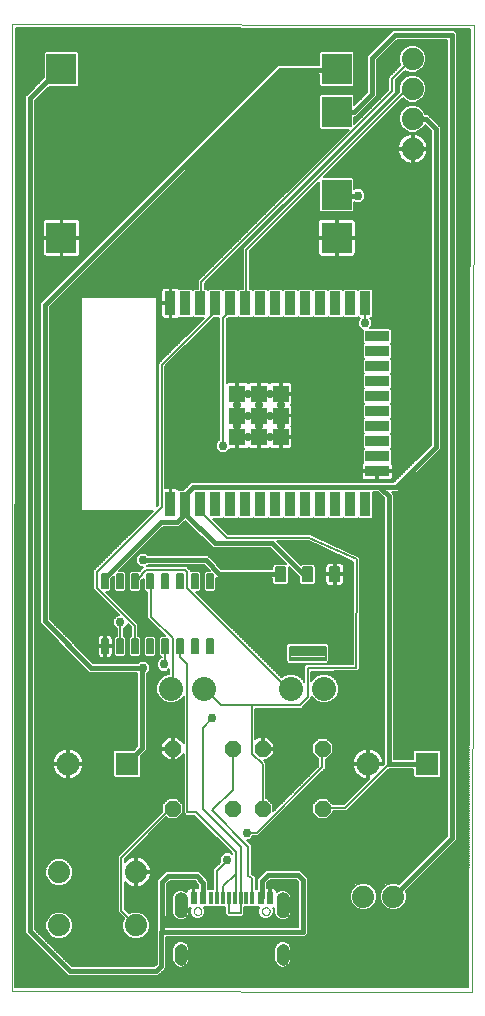
<source format=gtl>
G75*
%MOIN*%
%OFA0B0*%
%FSLAX25Y25*%
%IPPOS*%
%LPD*%
%AMOC8*
5,1,8,0,0,1.08239X$1,22.5*
%
%ADD10C,0.00000*%
%ADD11C,0.07600*%
%ADD12R,0.07600X0.07600*%
%ADD13C,0.08000*%
%ADD14C,0.07400*%
%ADD15R,0.01181X0.03937*%
%ADD16R,0.02362X0.03937*%
%ADD17C,0.03575*%
%ADD18C,0.00039*%
%ADD19OC8,0.05200*%
%ADD20R,0.10000X0.10000*%
%ADD21C,0.00610*%
%ADD22R,0.03543X0.07874*%
%ADD23R,0.07874X0.03543*%
%ADD24R,0.05236X0.05236*%
%ADD25C,0.02787*%
%ADD26C,0.00549*%
%ADD27C,0.00774*%
%ADD28C,0.00600*%
%ADD29C,0.02978*%
%ADD30C,0.01500*%
D10*
X0005830Y0001350D02*
X0005880Y0323671D01*
X0159871Y0323151D01*
X0159381Y0001000D01*
X0005830Y0001350D01*
X0066552Y0027881D02*
X0066554Y0027952D01*
X0066560Y0028023D01*
X0066570Y0028094D01*
X0066584Y0028163D01*
X0066601Y0028232D01*
X0066623Y0028300D01*
X0066648Y0028367D01*
X0066677Y0028432D01*
X0066709Y0028495D01*
X0066745Y0028557D01*
X0066784Y0028616D01*
X0066827Y0028673D01*
X0066872Y0028728D01*
X0066921Y0028780D01*
X0066972Y0028829D01*
X0067026Y0028875D01*
X0067083Y0028919D01*
X0067141Y0028959D01*
X0067202Y0028995D01*
X0067265Y0029029D01*
X0067330Y0029058D01*
X0067396Y0029084D01*
X0067464Y0029107D01*
X0067532Y0029125D01*
X0067602Y0029140D01*
X0067672Y0029151D01*
X0067743Y0029158D01*
X0067814Y0029161D01*
X0067885Y0029160D01*
X0067956Y0029155D01*
X0068027Y0029146D01*
X0068097Y0029133D01*
X0068166Y0029117D01*
X0068234Y0029096D01*
X0068301Y0029072D01*
X0068367Y0029044D01*
X0068430Y0029012D01*
X0068492Y0028977D01*
X0068552Y0028939D01*
X0068610Y0028897D01*
X0068665Y0028853D01*
X0068718Y0028805D01*
X0068768Y0028754D01*
X0068815Y0028701D01*
X0068859Y0028645D01*
X0068900Y0028587D01*
X0068938Y0028526D01*
X0068972Y0028464D01*
X0069002Y0028399D01*
X0069029Y0028334D01*
X0069053Y0028266D01*
X0069072Y0028198D01*
X0069088Y0028129D01*
X0069100Y0028058D01*
X0069108Y0027988D01*
X0069112Y0027917D01*
X0069112Y0027845D01*
X0069108Y0027774D01*
X0069100Y0027704D01*
X0069088Y0027633D01*
X0069072Y0027564D01*
X0069053Y0027496D01*
X0069029Y0027428D01*
X0069002Y0027363D01*
X0068972Y0027298D01*
X0068938Y0027236D01*
X0068900Y0027175D01*
X0068859Y0027117D01*
X0068815Y0027061D01*
X0068768Y0027008D01*
X0068718Y0026957D01*
X0068665Y0026909D01*
X0068610Y0026865D01*
X0068552Y0026823D01*
X0068492Y0026785D01*
X0068430Y0026750D01*
X0068367Y0026718D01*
X0068301Y0026690D01*
X0068234Y0026666D01*
X0068166Y0026645D01*
X0068097Y0026629D01*
X0068027Y0026616D01*
X0067956Y0026607D01*
X0067885Y0026602D01*
X0067814Y0026601D01*
X0067743Y0026604D01*
X0067672Y0026611D01*
X0067602Y0026622D01*
X0067532Y0026637D01*
X0067464Y0026655D01*
X0067396Y0026678D01*
X0067330Y0026704D01*
X0067265Y0026733D01*
X0067202Y0026767D01*
X0067141Y0026803D01*
X0067083Y0026843D01*
X0067026Y0026887D01*
X0066972Y0026933D01*
X0066921Y0026982D01*
X0066872Y0027034D01*
X0066827Y0027089D01*
X0066784Y0027146D01*
X0066745Y0027205D01*
X0066709Y0027267D01*
X0066677Y0027330D01*
X0066648Y0027395D01*
X0066623Y0027462D01*
X0066601Y0027530D01*
X0066584Y0027599D01*
X0066570Y0027668D01*
X0066560Y0027739D01*
X0066554Y0027810D01*
X0066552Y0027881D01*
X0089308Y0027881D02*
X0089310Y0027952D01*
X0089316Y0028023D01*
X0089326Y0028094D01*
X0089340Y0028163D01*
X0089357Y0028232D01*
X0089379Y0028300D01*
X0089404Y0028367D01*
X0089433Y0028432D01*
X0089465Y0028495D01*
X0089501Y0028557D01*
X0089540Y0028616D01*
X0089583Y0028673D01*
X0089628Y0028728D01*
X0089677Y0028780D01*
X0089728Y0028829D01*
X0089782Y0028875D01*
X0089839Y0028919D01*
X0089897Y0028959D01*
X0089958Y0028995D01*
X0090021Y0029029D01*
X0090086Y0029058D01*
X0090152Y0029084D01*
X0090220Y0029107D01*
X0090288Y0029125D01*
X0090358Y0029140D01*
X0090428Y0029151D01*
X0090499Y0029158D01*
X0090570Y0029161D01*
X0090641Y0029160D01*
X0090712Y0029155D01*
X0090783Y0029146D01*
X0090853Y0029133D01*
X0090922Y0029117D01*
X0090990Y0029096D01*
X0091057Y0029072D01*
X0091123Y0029044D01*
X0091186Y0029012D01*
X0091248Y0028977D01*
X0091308Y0028939D01*
X0091366Y0028897D01*
X0091421Y0028853D01*
X0091474Y0028805D01*
X0091524Y0028754D01*
X0091571Y0028701D01*
X0091615Y0028645D01*
X0091656Y0028587D01*
X0091694Y0028526D01*
X0091728Y0028464D01*
X0091758Y0028399D01*
X0091785Y0028334D01*
X0091809Y0028266D01*
X0091828Y0028198D01*
X0091844Y0028129D01*
X0091856Y0028058D01*
X0091864Y0027988D01*
X0091868Y0027917D01*
X0091868Y0027845D01*
X0091864Y0027774D01*
X0091856Y0027704D01*
X0091844Y0027633D01*
X0091828Y0027564D01*
X0091809Y0027496D01*
X0091785Y0027428D01*
X0091758Y0027363D01*
X0091728Y0027298D01*
X0091694Y0027236D01*
X0091656Y0027175D01*
X0091615Y0027117D01*
X0091571Y0027061D01*
X0091524Y0027008D01*
X0091474Y0026957D01*
X0091421Y0026909D01*
X0091366Y0026865D01*
X0091308Y0026823D01*
X0091248Y0026785D01*
X0091186Y0026750D01*
X0091123Y0026718D01*
X0091057Y0026690D01*
X0090990Y0026666D01*
X0090922Y0026645D01*
X0090853Y0026629D01*
X0090783Y0026616D01*
X0090712Y0026607D01*
X0090641Y0026602D01*
X0090570Y0026601D01*
X0090499Y0026604D01*
X0090428Y0026611D01*
X0090358Y0026622D01*
X0090288Y0026637D01*
X0090220Y0026655D01*
X0090152Y0026678D01*
X0090086Y0026704D01*
X0090021Y0026733D01*
X0089958Y0026767D01*
X0089897Y0026803D01*
X0089839Y0026843D01*
X0089782Y0026887D01*
X0089728Y0026933D01*
X0089677Y0026982D01*
X0089628Y0027034D01*
X0089583Y0027089D01*
X0089540Y0027146D01*
X0089501Y0027205D01*
X0089465Y0027267D01*
X0089433Y0027330D01*
X0089404Y0027395D01*
X0089379Y0027462D01*
X0089357Y0027530D01*
X0089340Y0027599D01*
X0089326Y0027668D01*
X0089316Y0027739D01*
X0089310Y0027810D01*
X0089308Y0027881D01*
D11*
X0124667Y0077020D03*
X0024667Y0077020D03*
D12*
X0044353Y0077020D03*
X0144353Y0077020D03*
D13*
X0110010Y0102020D03*
X0099010Y0102020D03*
X0070010Y0102020D03*
X0059010Y0102020D03*
D14*
X0047310Y0040920D03*
X0047310Y0023120D03*
X0021710Y0023120D03*
X0021710Y0040920D03*
X0123120Y0032760D03*
X0133120Y0032760D03*
X0139510Y0282020D03*
X0139510Y0292020D03*
X0139510Y0302020D03*
X0139510Y0312020D03*
D15*
X0086100Y0032231D03*
X0084131Y0032231D03*
X0082163Y0032231D03*
X0080194Y0032231D03*
X0078226Y0032231D03*
X0076257Y0032231D03*
X0074289Y0032231D03*
X0072320Y0032231D03*
D16*
X0069564Y0032231D03*
X0066513Y0032231D03*
X0088856Y0032231D03*
X0091907Y0032231D03*
D17*
X0096210Y0031755D02*
X0096210Y0028180D01*
X0096210Y0015298D02*
X0096210Y0011724D01*
X0062210Y0011724D02*
X0062210Y0015298D01*
X0062210Y0028180D02*
X0062210Y0031755D01*
D18*
X0064178Y0031756D02*
X0060241Y0031756D01*
X0060241Y0031718D02*
X0064178Y0031718D01*
X0064178Y0031680D02*
X0060241Y0031680D01*
X0060241Y0031643D02*
X0064178Y0031643D01*
X0064178Y0031605D02*
X0060241Y0031605D01*
X0060241Y0031567D02*
X0064178Y0031567D01*
X0064178Y0031529D02*
X0060241Y0031529D01*
X0060241Y0031491D02*
X0064178Y0031491D01*
X0064178Y0031453D02*
X0060241Y0031453D01*
X0060241Y0031415D02*
X0064178Y0031415D01*
X0064178Y0031377D02*
X0060241Y0031377D01*
X0060241Y0031339D02*
X0064178Y0031339D01*
X0064178Y0031302D02*
X0060241Y0031302D01*
X0060241Y0031264D02*
X0064178Y0031264D01*
X0064178Y0031226D02*
X0060241Y0031226D01*
X0060241Y0031188D02*
X0064178Y0031188D01*
X0064178Y0031150D02*
X0060241Y0031150D01*
X0060241Y0031112D02*
X0064178Y0031112D01*
X0064178Y0031074D02*
X0060241Y0031074D01*
X0060241Y0031036D02*
X0064178Y0031036D01*
X0064178Y0030999D02*
X0060241Y0030999D01*
X0060241Y0030961D02*
X0064178Y0030961D01*
X0064178Y0030923D02*
X0060241Y0030923D01*
X0060241Y0030885D02*
X0064178Y0030885D01*
X0064178Y0030847D02*
X0060241Y0030847D01*
X0060241Y0030809D02*
X0064178Y0030809D01*
X0064178Y0030771D02*
X0060241Y0030771D01*
X0060241Y0030733D02*
X0064178Y0030733D01*
X0064178Y0030696D02*
X0060241Y0030696D01*
X0060241Y0030658D02*
X0064178Y0030658D01*
X0064178Y0030620D02*
X0060241Y0030620D01*
X0060241Y0030582D02*
X0064178Y0030582D01*
X0064178Y0030544D02*
X0060241Y0030544D01*
X0060241Y0030506D02*
X0064178Y0030506D01*
X0064178Y0030468D02*
X0060241Y0030468D01*
X0060241Y0030430D02*
X0064178Y0030430D01*
X0064178Y0030392D02*
X0060241Y0030392D01*
X0060241Y0030355D02*
X0064178Y0030355D01*
X0064178Y0030317D02*
X0060241Y0030317D01*
X0060241Y0030279D02*
X0064178Y0030279D01*
X0064178Y0030241D02*
X0060241Y0030241D01*
X0060241Y0030203D02*
X0064178Y0030203D01*
X0064178Y0030165D02*
X0060241Y0030165D01*
X0060241Y0030127D02*
X0064178Y0030127D01*
X0064178Y0030089D02*
X0060241Y0030089D01*
X0060241Y0030052D02*
X0064178Y0030052D01*
X0064178Y0030014D02*
X0060241Y0030014D01*
X0060241Y0029976D02*
X0064178Y0029976D01*
X0064178Y0029938D02*
X0060241Y0029938D01*
X0060241Y0029900D02*
X0064178Y0029900D01*
X0064178Y0029862D02*
X0060241Y0029862D01*
X0060241Y0029824D02*
X0064178Y0029824D01*
X0064178Y0029786D02*
X0060241Y0029786D01*
X0060241Y0029748D02*
X0064178Y0029748D01*
X0064178Y0029711D02*
X0060241Y0029711D01*
X0060241Y0029673D02*
X0064178Y0029673D01*
X0064178Y0029635D02*
X0060241Y0029635D01*
X0060241Y0029597D02*
X0064178Y0029597D01*
X0064178Y0029559D02*
X0060241Y0029559D01*
X0060241Y0029521D02*
X0064178Y0029521D01*
X0064178Y0029483D02*
X0060241Y0029483D01*
X0060241Y0029445D02*
X0064178Y0029445D01*
X0064178Y0029408D02*
X0060241Y0029408D01*
X0060241Y0029370D02*
X0064178Y0029370D01*
X0064178Y0029332D02*
X0060241Y0029332D01*
X0060241Y0029294D02*
X0064178Y0029294D01*
X0064178Y0029256D02*
X0060241Y0029256D01*
X0060241Y0029218D02*
X0064178Y0029218D01*
X0064178Y0029180D02*
X0060241Y0029180D01*
X0060241Y0029142D02*
X0064178Y0029142D01*
X0064178Y0029104D02*
X0060241Y0029104D01*
X0060241Y0029067D02*
X0064178Y0029067D01*
X0064178Y0029029D02*
X0060241Y0029029D01*
X0060241Y0028991D02*
X0064178Y0028991D01*
X0064178Y0028953D02*
X0060241Y0028953D01*
X0060241Y0028915D02*
X0064178Y0028915D01*
X0064178Y0028877D02*
X0060241Y0028877D01*
X0060241Y0028839D02*
X0064178Y0028839D01*
X0064178Y0028801D02*
X0060241Y0028801D01*
X0060241Y0028764D02*
X0064178Y0028764D01*
X0064178Y0028726D02*
X0060241Y0028726D01*
X0060241Y0028688D02*
X0064178Y0028688D01*
X0064178Y0028650D02*
X0060241Y0028650D01*
X0060241Y0028612D02*
X0064178Y0028612D01*
X0064178Y0028574D02*
X0060241Y0028574D01*
X0060241Y0028536D02*
X0064178Y0028536D01*
X0064178Y0028498D02*
X0060241Y0028498D01*
X0060241Y0028461D02*
X0064178Y0028461D01*
X0064178Y0028423D02*
X0060241Y0028423D01*
X0060241Y0028385D02*
X0064178Y0028385D01*
X0064178Y0028347D02*
X0060241Y0028347D01*
X0060241Y0028309D02*
X0064178Y0028309D01*
X0064178Y0028271D02*
X0060241Y0028271D01*
X0060241Y0028233D02*
X0064178Y0028233D01*
X0064178Y0028195D02*
X0060241Y0028195D01*
X0060241Y0028157D02*
X0064178Y0028157D01*
X0064178Y0028120D02*
X0060241Y0028120D01*
X0060241Y0028082D02*
X0064178Y0028082D01*
X0064178Y0028044D02*
X0060241Y0028044D01*
X0060241Y0028006D02*
X0064178Y0028006D01*
X0064178Y0027968D02*
X0060241Y0027968D01*
X0060241Y0027930D02*
X0064178Y0027930D01*
X0064178Y0027892D02*
X0060241Y0027892D01*
X0060241Y0027854D02*
X0064178Y0027854D01*
X0064178Y0027817D02*
X0060241Y0027817D01*
X0060241Y0027802D02*
X0060241Y0032133D01*
X0060291Y0032571D01*
X0060436Y0032987D01*
X0060671Y0033360D01*
X0060983Y0033672D01*
X0061356Y0033907D01*
X0061772Y0034052D01*
X0062210Y0034101D01*
X0062648Y0034052D01*
X0063064Y0033907D01*
X0063437Y0033672D01*
X0063749Y0033360D01*
X0063984Y0032987D01*
X0064129Y0032571D01*
X0064178Y0032133D01*
X0064178Y0027802D01*
X0064129Y0027364D01*
X0063984Y0026948D01*
X0063749Y0026575D01*
X0063437Y0026263D01*
X0063064Y0026029D01*
X0062648Y0025883D01*
X0062210Y0025834D01*
X0061772Y0025883D01*
X0061356Y0026029D01*
X0060983Y0026263D01*
X0060671Y0026575D01*
X0060436Y0026948D01*
X0060291Y0027364D01*
X0060241Y0027802D01*
X0060244Y0027779D02*
X0064176Y0027779D01*
X0064172Y0027741D02*
X0060248Y0027741D01*
X0060253Y0027703D02*
X0064167Y0027703D01*
X0064163Y0027665D02*
X0060257Y0027665D01*
X0060261Y0027627D02*
X0064159Y0027627D01*
X0064154Y0027589D02*
X0060266Y0027589D01*
X0060270Y0027551D02*
X0064150Y0027551D01*
X0064146Y0027513D02*
X0060274Y0027513D01*
X0060278Y0027476D02*
X0064142Y0027476D01*
X0064137Y0027438D02*
X0060283Y0027438D01*
X0060287Y0027400D02*
X0064133Y0027400D01*
X0064128Y0027362D02*
X0060292Y0027362D01*
X0060305Y0027324D02*
X0064115Y0027324D01*
X0064102Y0027286D02*
X0060318Y0027286D01*
X0060331Y0027248D02*
X0064089Y0027248D01*
X0064075Y0027210D02*
X0060345Y0027210D01*
X0060358Y0027173D02*
X0064062Y0027173D01*
X0064049Y0027135D02*
X0060371Y0027135D01*
X0060384Y0027097D02*
X0064036Y0027097D01*
X0064022Y0027059D02*
X0060398Y0027059D01*
X0060411Y0027021D02*
X0064009Y0027021D01*
X0063996Y0026983D02*
X0060424Y0026983D01*
X0060438Y0026945D02*
X0063982Y0026945D01*
X0063958Y0026907D02*
X0060462Y0026907D01*
X0060486Y0026869D02*
X0063934Y0026869D01*
X0063910Y0026832D02*
X0060510Y0026832D01*
X0060533Y0026794D02*
X0063887Y0026794D01*
X0063863Y0026756D02*
X0060557Y0026756D01*
X0060581Y0026718D02*
X0063839Y0026718D01*
X0063815Y0026680D02*
X0060605Y0026680D01*
X0060629Y0026642D02*
X0063791Y0026642D01*
X0063768Y0026604D02*
X0060652Y0026604D01*
X0060679Y0026566D02*
X0063741Y0026566D01*
X0063703Y0026529D02*
X0060717Y0026529D01*
X0060755Y0026491D02*
X0063665Y0026491D01*
X0063627Y0026453D02*
X0060793Y0026453D01*
X0060831Y0026415D02*
X0063589Y0026415D01*
X0063551Y0026377D02*
X0060869Y0026377D01*
X0060907Y0026339D02*
X0063513Y0026339D01*
X0063475Y0026301D02*
X0060945Y0026301D01*
X0060982Y0026263D02*
X0063437Y0026263D01*
X0063377Y0026226D02*
X0061043Y0026226D01*
X0061103Y0026188D02*
X0063317Y0026188D01*
X0063257Y0026150D02*
X0061163Y0026150D01*
X0061224Y0026112D02*
X0063196Y0026112D01*
X0063136Y0026074D02*
X0061284Y0026074D01*
X0061344Y0026036D02*
X0063076Y0026036D01*
X0062977Y0025998D02*
X0061443Y0025998D01*
X0061551Y0025960D02*
X0062869Y0025960D01*
X0062760Y0025922D02*
X0061660Y0025922D01*
X0061768Y0025885D02*
X0062652Y0025885D01*
X0062325Y0025847D02*
X0062095Y0025847D01*
X0060241Y0031794D02*
X0064178Y0031794D01*
X0064178Y0031832D02*
X0060241Y0031832D01*
X0060241Y0031870D02*
X0064178Y0031870D01*
X0064178Y0031908D02*
X0060241Y0031908D01*
X0060241Y0031946D02*
X0064178Y0031946D01*
X0064178Y0031983D02*
X0060241Y0031983D01*
X0060241Y0032021D02*
X0064178Y0032021D01*
X0064178Y0032059D02*
X0060241Y0032059D01*
X0060241Y0032097D02*
X0064178Y0032097D01*
X0064178Y0032135D02*
X0060242Y0032135D01*
X0060246Y0032173D02*
X0064174Y0032173D01*
X0064170Y0032211D02*
X0060250Y0032211D01*
X0060255Y0032249D02*
X0064165Y0032249D01*
X0064161Y0032287D02*
X0060259Y0032287D01*
X0060263Y0032324D02*
X0064157Y0032324D01*
X0064153Y0032362D02*
X0060267Y0032362D01*
X0060272Y0032400D02*
X0064148Y0032400D01*
X0064144Y0032438D02*
X0060276Y0032438D01*
X0060280Y0032476D02*
X0064140Y0032476D01*
X0064136Y0032514D02*
X0060284Y0032514D01*
X0060289Y0032552D02*
X0064131Y0032552D01*
X0064123Y0032590D02*
X0060297Y0032590D01*
X0060311Y0032627D02*
X0064109Y0032627D01*
X0064096Y0032665D02*
X0060324Y0032665D01*
X0060337Y0032703D02*
X0064083Y0032703D01*
X0064070Y0032741D02*
X0060350Y0032741D01*
X0060364Y0032779D02*
X0064056Y0032779D01*
X0064043Y0032817D02*
X0060377Y0032817D01*
X0060390Y0032855D02*
X0064030Y0032855D01*
X0064017Y0032893D02*
X0060403Y0032893D01*
X0060417Y0032931D02*
X0064003Y0032931D01*
X0063990Y0032968D02*
X0060430Y0032968D01*
X0060448Y0033006D02*
X0063971Y0033006D01*
X0063948Y0033044D02*
X0060472Y0033044D01*
X0060496Y0033082D02*
X0063924Y0033082D01*
X0063900Y0033120D02*
X0060520Y0033120D01*
X0060544Y0033158D02*
X0063876Y0033158D01*
X0063852Y0033196D02*
X0060568Y0033196D01*
X0060591Y0033234D02*
X0063829Y0033234D01*
X0063805Y0033271D02*
X0060615Y0033271D01*
X0060639Y0033309D02*
X0063781Y0033309D01*
X0063757Y0033347D02*
X0060663Y0033347D01*
X0060696Y0033385D02*
X0063724Y0033385D01*
X0063686Y0033423D02*
X0060734Y0033423D01*
X0060771Y0033461D02*
X0063648Y0033461D01*
X0063611Y0033499D02*
X0060809Y0033499D01*
X0060847Y0033537D02*
X0063573Y0033537D01*
X0063535Y0033574D02*
X0060885Y0033574D01*
X0060923Y0033612D02*
X0063497Y0033612D01*
X0063459Y0033650D02*
X0060961Y0033650D01*
X0061008Y0033688D02*
X0063412Y0033688D01*
X0063351Y0033726D02*
X0061069Y0033726D01*
X0061129Y0033764D02*
X0063291Y0033764D01*
X0063231Y0033802D02*
X0061189Y0033802D01*
X0061249Y0033840D02*
X0063170Y0033840D01*
X0063110Y0033878D02*
X0061310Y0033878D01*
X0061381Y0033915D02*
X0063039Y0033915D01*
X0062930Y0033953D02*
X0061490Y0033953D01*
X0061598Y0033991D02*
X0062822Y0033991D01*
X0062714Y0034029D02*
X0061706Y0034029D01*
X0061904Y0034067D02*
X0062516Y0034067D01*
X0062210Y0016661D02*
X0061772Y0016611D01*
X0061356Y0016466D01*
X0060983Y0016231D01*
X0060671Y0015919D01*
X0060436Y0015546D01*
X0060291Y0015130D01*
X0060241Y0014692D01*
X0060241Y0012330D01*
X0060291Y0011892D01*
X0060436Y0011476D01*
X0060671Y0011102D01*
X0060983Y0010791D01*
X0061356Y0010556D01*
X0061772Y0010411D01*
X0062210Y0010361D01*
X0062648Y0010411D01*
X0063064Y0010556D01*
X0063437Y0010791D01*
X0063749Y0011102D01*
X0063984Y0011476D01*
X0064129Y0011892D01*
X0064178Y0012330D01*
X0064178Y0014692D01*
X0064129Y0015130D01*
X0063984Y0015546D01*
X0063749Y0015919D01*
X0063437Y0016231D01*
X0063064Y0016466D01*
X0062648Y0016611D01*
X0062210Y0016661D01*
X0062041Y0016642D02*
X0062379Y0016642D01*
X0062670Y0016604D02*
X0061750Y0016604D01*
X0061642Y0016566D02*
X0062778Y0016566D01*
X0062886Y0016528D02*
X0061534Y0016528D01*
X0061426Y0016490D02*
X0062994Y0016490D01*
X0063086Y0016452D02*
X0061334Y0016452D01*
X0061274Y0016414D02*
X0063146Y0016414D01*
X0063206Y0016376D02*
X0061214Y0016376D01*
X0061154Y0016338D02*
X0063266Y0016338D01*
X0063327Y0016301D02*
X0061093Y0016301D01*
X0061033Y0016263D02*
X0063387Y0016263D01*
X0063444Y0016225D02*
X0060976Y0016225D01*
X0060939Y0016187D02*
X0063481Y0016187D01*
X0063519Y0016149D02*
X0060901Y0016149D01*
X0060863Y0016111D02*
X0063557Y0016111D01*
X0063595Y0016073D02*
X0060825Y0016073D01*
X0060787Y0016035D02*
X0063633Y0016035D01*
X0063671Y0015998D02*
X0060749Y0015998D01*
X0060711Y0015960D02*
X0063709Y0015960D01*
X0063747Y0015922D02*
X0060673Y0015922D01*
X0060649Y0015884D02*
X0063771Y0015884D01*
X0063795Y0015846D02*
X0060625Y0015846D01*
X0060601Y0015808D02*
X0063819Y0015808D01*
X0063843Y0015770D02*
X0060577Y0015770D01*
X0060553Y0015732D02*
X0063867Y0015732D01*
X0063890Y0015694D02*
X0060530Y0015694D01*
X0060506Y0015657D02*
X0063914Y0015657D01*
X0063938Y0015619D02*
X0060482Y0015619D01*
X0060458Y0015581D02*
X0063962Y0015581D01*
X0063985Y0015543D02*
X0060435Y0015543D01*
X0060422Y0015505D02*
X0063998Y0015505D01*
X0064011Y0015467D02*
X0060409Y0015467D01*
X0060396Y0015429D02*
X0064024Y0015429D01*
X0064038Y0015391D02*
X0060382Y0015391D01*
X0060369Y0015354D02*
X0064051Y0015354D01*
X0064064Y0015316D02*
X0060356Y0015316D01*
X0060343Y0015278D02*
X0064077Y0015278D01*
X0064091Y0015240D02*
X0060329Y0015240D01*
X0060316Y0015202D02*
X0064104Y0015202D01*
X0064117Y0015164D02*
X0060303Y0015164D01*
X0060290Y0015126D02*
X0064130Y0015126D01*
X0064134Y0015088D02*
X0060286Y0015088D01*
X0060282Y0015050D02*
X0064138Y0015050D01*
X0064142Y0015013D02*
X0060278Y0015013D01*
X0060273Y0014975D02*
X0064147Y0014975D01*
X0064151Y0014937D02*
X0060269Y0014937D01*
X0060265Y0014899D02*
X0064155Y0014899D01*
X0064159Y0014861D02*
X0060261Y0014861D01*
X0060256Y0014823D02*
X0064164Y0014823D01*
X0064168Y0014785D02*
X0060252Y0014785D01*
X0060248Y0014747D02*
X0064172Y0014747D01*
X0064177Y0014710D02*
X0060243Y0014710D01*
X0060241Y0014672D02*
X0064178Y0014672D01*
X0064178Y0014634D02*
X0060241Y0014634D01*
X0060241Y0014596D02*
X0064178Y0014596D01*
X0064178Y0014558D02*
X0060241Y0014558D01*
X0060241Y0014520D02*
X0064178Y0014520D01*
X0064178Y0014482D02*
X0060241Y0014482D01*
X0060241Y0014444D02*
X0064178Y0014444D01*
X0064178Y0014407D02*
X0060241Y0014407D01*
X0060241Y0014369D02*
X0064178Y0014369D01*
X0064178Y0014331D02*
X0060241Y0014331D01*
X0060241Y0014293D02*
X0064178Y0014293D01*
X0064178Y0014255D02*
X0060241Y0014255D01*
X0060241Y0014217D02*
X0064178Y0014217D01*
X0064178Y0014179D02*
X0060241Y0014179D01*
X0060241Y0014141D02*
X0064178Y0014141D01*
X0064178Y0014103D02*
X0060241Y0014103D01*
X0060241Y0014066D02*
X0064178Y0014066D01*
X0064178Y0014028D02*
X0060241Y0014028D01*
X0060241Y0013990D02*
X0064178Y0013990D01*
X0064178Y0013952D02*
X0060241Y0013952D01*
X0060241Y0013914D02*
X0064178Y0013914D01*
X0064178Y0013876D02*
X0060241Y0013876D01*
X0060241Y0013838D02*
X0064178Y0013838D01*
X0064178Y0013800D02*
X0060241Y0013800D01*
X0060241Y0013763D02*
X0064178Y0013763D01*
X0064178Y0013725D02*
X0060241Y0013725D01*
X0060241Y0013687D02*
X0064178Y0013687D01*
X0064178Y0013649D02*
X0060241Y0013649D01*
X0060241Y0013611D02*
X0064178Y0013611D01*
X0064178Y0013573D02*
X0060241Y0013573D01*
X0060241Y0013535D02*
X0064178Y0013535D01*
X0064178Y0013497D02*
X0060241Y0013497D01*
X0060241Y0013459D02*
X0064178Y0013459D01*
X0064178Y0013422D02*
X0060241Y0013422D01*
X0060241Y0013384D02*
X0064178Y0013384D01*
X0064178Y0013346D02*
X0060241Y0013346D01*
X0060241Y0013308D02*
X0064178Y0013308D01*
X0064178Y0013270D02*
X0060241Y0013270D01*
X0060241Y0013232D02*
X0064178Y0013232D01*
X0064178Y0013194D02*
X0060241Y0013194D01*
X0060241Y0013156D02*
X0064178Y0013156D01*
X0064178Y0013119D02*
X0060241Y0013119D01*
X0060241Y0013081D02*
X0064178Y0013081D01*
X0064178Y0013043D02*
X0060241Y0013043D01*
X0060241Y0013005D02*
X0064178Y0013005D01*
X0064178Y0012967D02*
X0060241Y0012967D01*
X0060241Y0012929D02*
X0064178Y0012929D01*
X0064178Y0012891D02*
X0060241Y0012891D01*
X0060241Y0012853D02*
X0064178Y0012853D01*
X0064178Y0012815D02*
X0060241Y0012815D01*
X0060241Y0012778D02*
X0064178Y0012778D01*
X0064178Y0012740D02*
X0060241Y0012740D01*
X0060241Y0012702D02*
X0064178Y0012702D01*
X0064178Y0012664D02*
X0060241Y0012664D01*
X0060241Y0012626D02*
X0064178Y0012626D01*
X0064178Y0012588D02*
X0060241Y0012588D01*
X0060241Y0012550D02*
X0064178Y0012550D01*
X0064178Y0012512D02*
X0060241Y0012512D01*
X0060241Y0012475D02*
X0064178Y0012475D01*
X0064178Y0012437D02*
X0060241Y0012437D01*
X0060241Y0012399D02*
X0064178Y0012399D01*
X0064178Y0012361D02*
X0060241Y0012361D01*
X0060242Y0012323D02*
X0064178Y0012323D01*
X0064173Y0012285D02*
X0060247Y0012285D01*
X0060251Y0012247D02*
X0064169Y0012247D01*
X0064165Y0012209D02*
X0060255Y0012209D01*
X0060259Y0012172D02*
X0064161Y0012172D01*
X0064156Y0012134D02*
X0060264Y0012134D01*
X0060268Y0012096D02*
X0064152Y0012096D01*
X0064148Y0012058D02*
X0060272Y0012058D01*
X0060276Y0012020D02*
X0064144Y0012020D01*
X0064139Y0011982D02*
X0060281Y0011982D01*
X0060285Y0011944D02*
X0064135Y0011944D01*
X0064131Y0011906D02*
X0060289Y0011906D01*
X0060299Y0011868D02*
X0064121Y0011868D01*
X0064108Y0011831D02*
X0060312Y0011831D01*
X0060326Y0011793D02*
X0064094Y0011793D01*
X0064081Y0011755D02*
X0060339Y0011755D01*
X0060352Y0011717D02*
X0064068Y0011717D01*
X0064055Y0011679D02*
X0060365Y0011679D01*
X0060379Y0011641D02*
X0064041Y0011641D01*
X0064028Y0011603D02*
X0060392Y0011603D01*
X0060405Y0011565D02*
X0064015Y0011565D01*
X0064002Y0011528D02*
X0060418Y0011528D01*
X0060432Y0011490D02*
X0063988Y0011490D01*
X0063968Y0011452D02*
X0060452Y0011452D01*
X0060475Y0011414D02*
X0063945Y0011414D01*
X0063921Y0011376D02*
X0060499Y0011376D01*
X0060523Y0011338D02*
X0063897Y0011338D01*
X0063873Y0011300D02*
X0060547Y0011300D01*
X0060571Y0011262D02*
X0063849Y0011262D01*
X0063826Y0011224D02*
X0060594Y0011224D01*
X0060618Y0011187D02*
X0063802Y0011187D01*
X0063778Y0011149D02*
X0060642Y0011149D01*
X0060666Y0011111D02*
X0063754Y0011111D01*
X0063719Y0011073D02*
X0060700Y0011073D01*
X0060738Y0011035D02*
X0063682Y0011035D01*
X0063644Y0010997D02*
X0060776Y0010997D01*
X0060814Y0010959D02*
X0063606Y0010959D01*
X0063568Y0010921D02*
X0060852Y0010921D01*
X0060890Y0010884D02*
X0063530Y0010884D01*
X0063492Y0010846D02*
X0060928Y0010846D01*
X0060966Y0010808D02*
X0063454Y0010808D01*
X0063404Y0010770D02*
X0061016Y0010770D01*
X0061076Y0010732D02*
X0063344Y0010732D01*
X0063284Y0010694D02*
X0061136Y0010694D01*
X0061197Y0010656D02*
X0063223Y0010656D01*
X0063163Y0010618D02*
X0061257Y0010618D01*
X0061317Y0010580D02*
X0063103Y0010580D01*
X0063025Y0010543D02*
X0061395Y0010543D01*
X0061503Y0010505D02*
X0062917Y0010505D01*
X0062809Y0010467D02*
X0061611Y0010467D01*
X0061720Y0010429D02*
X0062700Y0010429D01*
X0062474Y0010391D02*
X0061946Y0010391D01*
X0094241Y0012330D02*
X0094241Y0014692D01*
X0094291Y0015130D01*
X0094436Y0015546D01*
X0094671Y0015919D01*
X0094983Y0016231D01*
X0095356Y0016466D01*
X0095772Y0016611D01*
X0096210Y0016661D01*
X0096648Y0016611D01*
X0097064Y0016466D01*
X0097437Y0016231D01*
X0097749Y0015919D01*
X0097984Y0015546D01*
X0098129Y0015130D01*
X0098178Y0014692D01*
X0098178Y0012330D01*
X0098129Y0011892D01*
X0097984Y0011476D01*
X0097749Y0011102D01*
X0097437Y0010791D01*
X0097064Y0010556D01*
X0096648Y0010411D01*
X0096210Y0010361D01*
X0095772Y0010411D01*
X0095356Y0010556D01*
X0094983Y0010791D01*
X0094671Y0011102D01*
X0094436Y0011476D01*
X0094291Y0011892D01*
X0094241Y0012330D01*
X0094242Y0012323D02*
X0098178Y0012323D01*
X0098178Y0012361D02*
X0094241Y0012361D01*
X0094241Y0012399D02*
X0098178Y0012399D01*
X0098178Y0012437D02*
X0094241Y0012437D01*
X0094241Y0012475D02*
X0098178Y0012475D01*
X0098178Y0012512D02*
X0094241Y0012512D01*
X0094241Y0012550D02*
X0098178Y0012550D01*
X0098178Y0012588D02*
X0094241Y0012588D01*
X0094241Y0012626D02*
X0098178Y0012626D01*
X0098178Y0012664D02*
X0094241Y0012664D01*
X0094241Y0012702D02*
X0098178Y0012702D01*
X0098178Y0012740D02*
X0094241Y0012740D01*
X0094241Y0012778D02*
X0098178Y0012778D01*
X0098178Y0012815D02*
X0094241Y0012815D01*
X0094241Y0012853D02*
X0098178Y0012853D01*
X0098178Y0012891D02*
X0094241Y0012891D01*
X0094241Y0012929D02*
X0098178Y0012929D01*
X0098178Y0012967D02*
X0094241Y0012967D01*
X0094241Y0013005D02*
X0098178Y0013005D01*
X0098178Y0013043D02*
X0094241Y0013043D01*
X0094241Y0013081D02*
X0098178Y0013081D01*
X0098178Y0013119D02*
X0094241Y0013119D01*
X0094241Y0013156D02*
X0098178Y0013156D01*
X0098178Y0013194D02*
X0094241Y0013194D01*
X0094241Y0013232D02*
X0098178Y0013232D01*
X0098178Y0013270D02*
X0094241Y0013270D01*
X0094241Y0013308D02*
X0098178Y0013308D01*
X0098178Y0013346D02*
X0094241Y0013346D01*
X0094241Y0013384D02*
X0098178Y0013384D01*
X0098178Y0013422D02*
X0094241Y0013422D01*
X0094241Y0013459D02*
X0098178Y0013459D01*
X0098178Y0013497D02*
X0094241Y0013497D01*
X0094241Y0013535D02*
X0098178Y0013535D01*
X0098178Y0013573D02*
X0094241Y0013573D01*
X0094241Y0013611D02*
X0098178Y0013611D01*
X0098178Y0013649D02*
X0094241Y0013649D01*
X0094241Y0013687D02*
X0098178Y0013687D01*
X0098178Y0013725D02*
X0094241Y0013725D01*
X0094241Y0013763D02*
X0098178Y0013763D01*
X0098178Y0013800D02*
X0094241Y0013800D01*
X0094241Y0013838D02*
X0098178Y0013838D01*
X0098178Y0013876D02*
X0094241Y0013876D01*
X0094241Y0013914D02*
X0098178Y0013914D01*
X0098178Y0013952D02*
X0094241Y0013952D01*
X0094241Y0013990D02*
X0098178Y0013990D01*
X0098178Y0014028D02*
X0094241Y0014028D01*
X0094241Y0014066D02*
X0098178Y0014066D01*
X0098178Y0014103D02*
X0094241Y0014103D01*
X0094241Y0014141D02*
X0098178Y0014141D01*
X0098178Y0014179D02*
X0094241Y0014179D01*
X0094241Y0014217D02*
X0098178Y0014217D01*
X0098178Y0014255D02*
X0094241Y0014255D01*
X0094241Y0014293D02*
X0098178Y0014293D01*
X0098178Y0014331D02*
X0094241Y0014331D01*
X0094241Y0014369D02*
X0098178Y0014369D01*
X0098178Y0014407D02*
X0094241Y0014407D01*
X0094241Y0014444D02*
X0098178Y0014444D01*
X0098178Y0014482D02*
X0094241Y0014482D01*
X0094241Y0014520D02*
X0098178Y0014520D01*
X0098178Y0014558D02*
X0094241Y0014558D01*
X0094241Y0014596D02*
X0098178Y0014596D01*
X0098178Y0014634D02*
X0094241Y0014634D01*
X0094241Y0014672D02*
X0098178Y0014672D01*
X0098177Y0014710D02*
X0094243Y0014710D01*
X0094248Y0014747D02*
X0098172Y0014747D01*
X0098168Y0014785D02*
X0094252Y0014785D01*
X0094256Y0014823D02*
X0098164Y0014823D01*
X0098159Y0014861D02*
X0094261Y0014861D01*
X0094265Y0014899D02*
X0098155Y0014899D01*
X0098151Y0014937D02*
X0094269Y0014937D01*
X0094273Y0014975D02*
X0098147Y0014975D01*
X0098142Y0015013D02*
X0094278Y0015013D01*
X0094282Y0015050D02*
X0098138Y0015050D01*
X0098134Y0015088D02*
X0094286Y0015088D01*
X0094290Y0015126D02*
X0098130Y0015126D01*
X0098117Y0015164D02*
X0094303Y0015164D01*
X0094316Y0015202D02*
X0098104Y0015202D01*
X0098091Y0015240D02*
X0094329Y0015240D01*
X0094343Y0015278D02*
X0098077Y0015278D01*
X0098064Y0015316D02*
X0094356Y0015316D01*
X0094369Y0015354D02*
X0098051Y0015354D01*
X0098038Y0015391D02*
X0094382Y0015391D01*
X0094396Y0015429D02*
X0098024Y0015429D01*
X0098011Y0015467D02*
X0094409Y0015467D01*
X0094422Y0015505D02*
X0097998Y0015505D01*
X0097985Y0015543D02*
X0094435Y0015543D01*
X0094458Y0015581D02*
X0097962Y0015581D01*
X0097938Y0015619D02*
X0094482Y0015619D01*
X0094506Y0015657D02*
X0097914Y0015657D01*
X0097890Y0015694D02*
X0094530Y0015694D01*
X0094553Y0015732D02*
X0097867Y0015732D01*
X0097843Y0015770D02*
X0094577Y0015770D01*
X0094601Y0015808D02*
X0097819Y0015808D01*
X0097795Y0015846D02*
X0094625Y0015846D01*
X0094649Y0015884D02*
X0097771Y0015884D01*
X0097747Y0015922D02*
X0094673Y0015922D01*
X0094711Y0015960D02*
X0097709Y0015960D01*
X0097671Y0015998D02*
X0094749Y0015998D01*
X0094787Y0016035D02*
X0097633Y0016035D01*
X0097595Y0016073D02*
X0094825Y0016073D01*
X0094863Y0016111D02*
X0097557Y0016111D01*
X0097519Y0016149D02*
X0094901Y0016149D01*
X0094939Y0016187D02*
X0097481Y0016187D01*
X0097444Y0016225D02*
X0094976Y0016225D01*
X0095033Y0016263D02*
X0097387Y0016263D01*
X0097327Y0016301D02*
X0095093Y0016301D01*
X0095154Y0016338D02*
X0097266Y0016338D01*
X0097206Y0016376D02*
X0095214Y0016376D01*
X0095274Y0016414D02*
X0097146Y0016414D01*
X0097086Y0016452D02*
X0095334Y0016452D01*
X0095426Y0016490D02*
X0096994Y0016490D01*
X0096886Y0016528D02*
X0095534Y0016528D01*
X0095642Y0016566D02*
X0096778Y0016566D01*
X0096670Y0016604D02*
X0095750Y0016604D01*
X0096041Y0016642D02*
X0096379Y0016642D01*
X0098173Y0012285D02*
X0094247Y0012285D01*
X0094251Y0012247D02*
X0098169Y0012247D01*
X0098165Y0012209D02*
X0094255Y0012209D01*
X0094259Y0012172D02*
X0098161Y0012172D01*
X0098156Y0012134D02*
X0094264Y0012134D01*
X0094268Y0012096D02*
X0098152Y0012096D01*
X0098148Y0012058D02*
X0094272Y0012058D01*
X0094276Y0012020D02*
X0098144Y0012020D01*
X0098139Y0011982D02*
X0094281Y0011982D01*
X0094285Y0011944D02*
X0098135Y0011944D01*
X0098131Y0011906D02*
X0094289Y0011906D01*
X0094299Y0011868D02*
X0098121Y0011868D01*
X0098108Y0011831D02*
X0094312Y0011831D01*
X0094326Y0011793D02*
X0098094Y0011793D01*
X0098081Y0011755D02*
X0094339Y0011755D01*
X0094352Y0011717D02*
X0098068Y0011717D01*
X0098055Y0011679D02*
X0094365Y0011679D01*
X0094379Y0011641D02*
X0098041Y0011641D01*
X0098028Y0011603D02*
X0094392Y0011603D01*
X0094405Y0011565D02*
X0098015Y0011565D01*
X0098002Y0011528D02*
X0094418Y0011528D01*
X0094432Y0011490D02*
X0097988Y0011490D01*
X0097968Y0011452D02*
X0094452Y0011452D01*
X0094475Y0011414D02*
X0097945Y0011414D01*
X0097921Y0011376D02*
X0094499Y0011376D01*
X0094523Y0011338D02*
X0097897Y0011338D01*
X0097873Y0011300D02*
X0094547Y0011300D01*
X0094571Y0011262D02*
X0097849Y0011262D01*
X0097826Y0011224D02*
X0094594Y0011224D01*
X0094618Y0011187D02*
X0097802Y0011187D01*
X0097778Y0011149D02*
X0094642Y0011149D01*
X0094666Y0011111D02*
X0097754Y0011111D01*
X0097719Y0011073D02*
X0094700Y0011073D01*
X0094738Y0011035D02*
X0097682Y0011035D01*
X0097644Y0010997D02*
X0094776Y0010997D01*
X0094814Y0010959D02*
X0097606Y0010959D01*
X0097568Y0010921D02*
X0094852Y0010921D01*
X0094890Y0010884D02*
X0097530Y0010884D01*
X0097492Y0010846D02*
X0094928Y0010846D01*
X0094966Y0010808D02*
X0097454Y0010808D01*
X0097404Y0010770D02*
X0095016Y0010770D01*
X0095076Y0010732D02*
X0097344Y0010732D01*
X0097284Y0010694D02*
X0095136Y0010694D01*
X0095197Y0010656D02*
X0097223Y0010656D01*
X0097163Y0010618D02*
X0095257Y0010618D01*
X0095317Y0010580D02*
X0097103Y0010580D01*
X0097025Y0010543D02*
X0095395Y0010543D01*
X0095503Y0010505D02*
X0096917Y0010505D01*
X0096809Y0010467D02*
X0095611Y0010467D01*
X0095720Y0010429D02*
X0096700Y0010429D01*
X0096474Y0010391D02*
X0095946Y0010391D01*
X0096210Y0025834D02*
X0095772Y0025883D01*
X0095356Y0026029D01*
X0094983Y0026263D01*
X0094671Y0026575D01*
X0094436Y0026948D01*
X0094291Y0027364D01*
X0094241Y0027802D01*
X0094241Y0032133D01*
X0094291Y0032571D01*
X0094436Y0032987D01*
X0094671Y0033360D01*
X0094983Y0033672D01*
X0095356Y0033907D01*
X0095772Y0034052D01*
X0096210Y0034101D01*
X0096648Y0034052D01*
X0097064Y0033907D01*
X0097437Y0033672D01*
X0097749Y0033360D01*
X0097984Y0032987D01*
X0098129Y0032571D01*
X0098178Y0032133D01*
X0098178Y0027802D01*
X0098129Y0027364D01*
X0097984Y0026948D01*
X0097749Y0026575D01*
X0097437Y0026263D01*
X0097064Y0026029D01*
X0096648Y0025883D01*
X0096210Y0025834D01*
X0096095Y0025847D02*
X0096325Y0025847D01*
X0096652Y0025885D02*
X0095768Y0025885D01*
X0095660Y0025922D02*
X0096760Y0025922D01*
X0096869Y0025960D02*
X0095551Y0025960D01*
X0095443Y0025998D02*
X0096977Y0025998D01*
X0097076Y0026036D02*
X0095344Y0026036D01*
X0095284Y0026074D02*
X0097136Y0026074D01*
X0097196Y0026112D02*
X0095224Y0026112D01*
X0095163Y0026150D02*
X0097257Y0026150D01*
X0097317Y0026188D02*
X0095103Y0026188D01*
X0095043Y0026226D02*
X0097377Y0026226D01*
X0097437Y0026263D02*
X0094982Y0026263D01*
X0094945Y0026301D02*
X0097475Y0026301D01*
X0097513Y0026339D02*
X0094907Y0026339D01*
X0094869Y0026377D02*
X0097551Y0026377D01*
X0097589Y0026415D02*
X0094831Y0026415D01*
X0094793Y0026453D02*
X0097627Y0026453D01*
X0097665Y0026491D02*
X0094755Y0026491D01*
X0094717Y0026529D02*
X0097703Y0026529D01*
X0097741Y0026566D02*
X0094679Y0026566D01*
X0094652Y0026604D02*
X0097768Y0026604D01*
X0097791Y0026642D02*
X0094629Y0026642D01*
X0094605Y0026680D02*
X0097815Y0026680D01*
X0097839Y0026718D02*
X0094581Y0026718D01*
X0094557Y0026756D02*
X0097863Y0026756D01*
X0097887Y0026794D02*
X0094533Y0026794D01*
X0094510Y0026832D02*
X0097910Y0026832D01*
X0097934Y0026869D02*
X0094486Y0026869D01*
X0094462Y0026907D02*
X0097958Y0026907D01*
X0097982Y0026945D02*
X0094438Y0026945D01*
X0094424Y0026983D02*
X0097996Y0026983D01*
X0098009Y0027021D02*
X0094411Y0027021D01*
X0094398Y0027059D02*
X0098022Y0027059D01*
X0098036Y0027097D02*
X0094384Y0027097D01*
X0094371Y0027135D02*
X0098049Y0027135D01*
X0098062Y0027173D02*
X0094358Y0027173D01*
X0094345Y0027210D02*
X0098075Y0027210D01*
X0098089Y0027248D02*
X0094331Y0027248D01*
X0094318Y0027286D02*
X0098102Y0027286D01*
X0098115Y0027324D02*
X0094305Y0027324D01*
X0094292Y0027362D02*
X0098128Y0027362D01*
X0098133Y0027400D02*
X0094287Y0027400D01*
X0094283Y0027438D02*
X0098137Y0027438D01*
X0098142Y0027476D02*
X0094278Y0027476D01*
X0094274Y0027513D02*
X0098146Y0027513D01*
X0098150Y0027551D02*
X0094270Y0027551D01*
X0094266Y0027589D02*
X0098154Y0027589D01*
X0098159Y0027627D02*
X0094261Y0027627D01*
X0094257Y0027665D02*
X0098163Y0027665D01*
X0098167Y0027703D02*
X0094253Y0027703D01*
X0094248Y0027741D02*
X0098172Y0027741D01*
X0098176Y0027779D02*
X0094244Y0027779D01*
X0094241Y0027817D02*
X0098178Y0027817D01*
X0098178Y0027854D02*
X0094241Y0027854D01*
X0094241Y0027892D02*
X0098178Y0027892D01*
X0098178Y0027930D02*
X0094241Y0027930D01*
X0094241Y0027968D02*
X0098178Y0027968D01*
X0098178Y0028006D02*
X0094241Y0028006D01*
X0094241Y0028044D02*
X0098178Y0028044D01*
X0098178Y0028082D02*
X0094241Y0028082D01*
X0094241Y0028120D02*
X0098178Y0028120D01*
X0098178Y0028157D02*
X0094241Y0028157D01*
X0094241Y0028195D02*
X0098178Y0028195D01*
X0098178Y0028233D02*
X0094241Y0028233D01*
X0094241Y0028271D02*
X0098178Y0028271D01*
X0098178Y0028309D02*
X0094241Y0028309D01*
X0094241Y0028347D02*
X0098178Y0028347D01*
X0098178Y0028385D02*
X0094241Y0028385D01*
X0094241Y0028423D02*
X0098178Y0028423D01*
X0098178Y0028461D02*
X0094241Y0028461D01*
X0094241Y0028498D02*
X0098178Y0028498D01*
X0098178Y0028536D02*
X0094241Y0028536D01*
X0094241Y0028574D02*
X0098178Y0028574D01*
X0098178Y0028612D02*
X0094241Y0028612D01*
X0094241Y0028650D02*
X0098178Y0028650D01*
X0098178Y0028688D02*
X0094241Y0028688D01*
X0094241Y0028726D02*
X0098178Y0028726D01*
X0098178Y0028764D02*
X0094241Y0028764D01*
X0094241Y0028801D02*
X0098178Y0028801D01*
X0098178Y0028839D02*
X0094241Y0028839D01*
X0094241Y0028877D02*
X0098178Y0028877D01*
X0098178Y0028915D02*
X0094241Y0028915D01*
X0094241Y0028953D02*
X0098178Y0028953D01*
X0098178Y0028991D02*
X0094241Y0028991D01*
X0094241Y0029029D02*
X0098178Y0029029D01*
X0098178Y0029067D02*
X0094241Y0029067D01*
X0094241Y0029104D02*
X0098178Y0029104D01*
X0098178Y0029142D02*
X0094241Y0029142D01*
X0094241Y0029180D02*
X0098178Y0029180D01*
X0098178Y0029218D02*
X0094241Y0029218D01*
X0094241Y0029256D02*
X0098178Y0029256D01*
X0098178Y0029294D02*
X0094241Y0029294D01*
X0094241Y0029332D02*
X0098178Y0029332D01*
X0098178Y0029370D02*
X0094241Y0029370D01*
X0094241Y0029408D02*
X0098178Y0029408D01*
X0098178Y0029445D02*
X0094241Y0029445D01*
X0094241Y0029483D02*
X0098178Y0029483D01*
X0098178Y0029521D02*
X0094241Y0029521D01*
X0094241Y0029559D02*
X0098178Y0029559D01*
X0098178Y0029597D02*
X0094241Y0029597D01*
X0094241Y0029635D02*
X0098178Y0029635D01*
X0098178Y0029673D02*
X0094241Y0029673D01*
X0094241Y0029711D02*
X0098178Y0029711D01*
X0098178Y0029748D02*
X0094241Y0029748D01*
X0094241Y0029786D02*
X0098178Y0029786D01*
X0098178Y0029824D02*
X0094241Y0029824D01*
X0094241Y0029862D02*
X0098178Y0029862D01*
X0098178Y0029900D02*
X0094241Y0029900D01*
X0094241Y0029938D02*
X0098178Y0029938D01*
X0098178Y0029976D02*
X0094241Y0029976D01*
X0094241Y0030014D02*
X0098178Y0030014D01*
X0098178Y0030052D02*
X0094241Y0030052D01*
X0094241Y0030089D02*
X0098178Y0030089D01*
X0098178Y0030127D02*
X0094241Y0030127D01*
X0094241Y0030165D02*
X0098178Y0030165D01*
X0098178Y0030203D02*
X0094241Y0030203D01*
X0094241Y0030241D02*
X0098178Y0030241D01*
X0098178Y0030279D02*
X0094241Y0030279D01*
X0094241Y0030317D02*
X0098178Y0030317D01*
X0098178Y0030355D02*
X0094241Y0030355D01*
X0094241Y0030392D02*
X0098178Y0030392D01*
X0098178Y0030430D02*
X0094241Y0030430D01*
X0094241Y0030468D02*
X0098178Y0030468D01*
X0098178Y0030506D02*
X0094241Y0030506D01*
X0094241Y0030544D02*
X0098178Y0030544D01*
X0098178Y0030582D02*
X0094241Y0030582D01*
X0094241Y0030620D02*
X0098178Y0030620D01*
X0098178Y0030658D02*
X0094241Y0030658D01*
X0094241Y0030696D02*
X0098178Y0030696D01*
X0098178Y0030733D02*
X0094241Y0030733D01*
X0094241Y0030771D02*
X0098178Y0030771D01*
X0098178Y0030809D02*
X0094241Y0030809D01*
X0094241Y0030847D02*
X0098178Y0030847D01*
X0098178Y0030885D02*
X0094241Y0030885D01*
X0094241Y0030923D02*
X0098178Y0030923D01*
X0098178Y0030961D02*
X0094241Y0030961D01*
X0094241Y0030999D02*
X0098178Y0030999D01*
X0098178Y0031036D02*
X0094241Y0031036D01*
X0094241Y0031074D02*
X0098178Y0031074D01*
X0098178Y0031112D02*
X0094241Y0031112D01*
X0094241Y0031150D02*
X0098178Y0031150D01*
X0098178Y0031188D02*
X0094241Y0031188D01*
X0094241Y0031226D02*
X0098178Y0031226D01*
X0098178Y0031264D02*
X0094241Y0031264D01*
X0094241Y0031302D02*
X0098178Y0031302D01*
X0098178Y0031339D02*
X0094241Y0031339D01*
X0094241Y0031377D02*
X0098178Y0031377D01*
X0098178Y0031415D02*
X0094241Y0031415D01*
X0094241Y0031453D02*
X0098178Y0031453D01*
X0098178Y0031491D02*
X0094241Y0031491D01*
X0094241Y0031529D02*
X0098178Y0031529D01*
X0098178Y0031567D02*
X0094241Y0031567D01*
X0094241Y0031605D02*
X0098178Y0031605D01*
X0098178Y0031643D02*
X0094241Y0031643D01*
X0094241Y0031680D02*
X0098178Y0031680D01*
X0098178Y0031718D02*
X0094241Y0031718D01*
X0094241Y0031756D02*
X0098178Y0031756D01*
X0098178Y0031794D02*
X0094241Y0031794D01*
X0094241Y0031832D02*
X0098178Y0031832D01*
X0098178Y0031870D02*
X0094241Y0031870D01*
X0094241Y0031908D02*
X0098178Y0031908D01*
X0098178Y0031946D02*
X0094241Y0031946D01*
X0094241Y0031983D02*
X0098178Y0031983D01*
X0098178Y0032021D02*
X0094241Y0032021D01*
X0094241Y0032059D02*
X0098178Y0032059D01*
X0098178Y0032097D02*
X0094241Y0032097D01*
X0094242Y0032135D02*
X0098178Y0032135D01*
X0098174Y0032173D02*
X0094246Y0032173D01*
X0094250Y0032211D02*
X0098170Y0032211D01*
X0098165Y0032249D02*
X0094255Y0032249D01*
X0094259Y0032287D02*
X0098161Y0032287D01*
X0098157Y0032324D02*
X0094263Y0032324D01*
X0094267Y0032362D02*
X0098153Y0032362D01*
X0098148Y0032400D02*
X0094272Y0032400D01*
X0094276Y0032438D02*
X0098144Y0032438D01*
X0098140Y0032476D02*
X0094280Y0032476D01*
X0094284Y0032514D02*
X0098136Y0032514D01*
X0098131Y0032552D02*
X0094289Y0032552D01*
X0094297Y0032590D02*
X0098123Y0032590D01*
X0098109Y0032627D02*
X0094311Y0032627D01*
X0094324Y0032665D02*
X0098096Y0032665D01*
X0098083Y0032703D02*
X0094337Y0032703D01*
X0094350Y0032741D02*
X0098070Y0032741D01*
X0098056Y0032779D02*
X0094364Y0032779D01*
X0094377Y0032817D02*
X0098043Y0032817D01*
X0098030Y0032855D02*
X0094390Y0032855D01*
X0094403Y0032893D02*
X0098017Y0032893D01*
X0098003Y0032931D02*
X0094417Y0032931D01*
X0094430Y0032968D02*
X0097990Y0032968D01*
X0097971Y0033006D02*
X0094448Y0033006D01*
X0094472Y0033044D02*
X0097948Y0033044D01*
X0097924Y0033082D02*
X0094496Y0033082D01*
X0094520Y0033120D02*
X0097900Y0033120D01*
X0097876Y0033158D02*
X0094544Y0033158D01*
X0094568Y0033196D02*
X0097852Y0033196D01*
X0097829Y0033234D02*
X0094591Y0033234D01*
X0094615Y0033271D02*
X0097805Y0033271D01*
X0097781Y0033309D02*
X0094639Y0033309D01*
X0094663Y0033347D02*
X0097757Y0033347D01*
X0097724Y0033385D02*
X0094696Y0033385D01*
X0094734Y0033423D02*
X0097686Y0033423D01*
X0097648Y0033461D02*
X0094771Y0033461D01*
X0094809Y0033499D02*
X0097611Y0033499D01*
X0097573Y0033537D02*
X0094847Y0033537D01*
X0094885Y0033574D02*
X0097535Y0033574D01*
X0097497Y0033612D02*
X0094923Y0033612D01*
X0094961Y0033650D02*
X0097459Y0033650D01*
X0097412Y0033688D02*
X0095008Y0033688D01*
X0095069Y0033726D02*
X0097351Y0033726D01*
X0097291Y0033764D02*
X0095129Y0033764D01*
X0095189Y0033802D02*
X0097231Y0033802D01*
X0097170Y0033840D02*
X0095249Y0033840D01*
X0095310Y0033878D02*
X0097110Y0033878D01*
X0097039Y0033915D02*
X0095381Y0033915D01*
X0095490Y0033953D02*
X0096930Y0033953D01*
X0096822Y0033991D02*
X0095598Y0033991D01*
X0095706Y0034029D02*
X0096714Y0034029D01*
X0096516Y0034067D02*
X0095904Y0034067D01*
D19*
X0089510Y0062020D03*
X0079510Y0062020D03*
X0079510Y0082020D03*
X0089510Y0082020D03*
X0109510Y0082020D03*
X0109510Y0062020D03*
X0059510Y0062020D03*
X0059510Y0082020D03*
D20*
X0022463Y0252335D03*
X0022463Y0308634D03*
X0114195Y0308634D03*
X0114195Y0294264D03*
X0114195Y0266705D03*
X0114195Y0252335D03*
D21*
X0072925Y0140120D02*
X0072925Y0135574D01*
X0071095Y0135574D01*
X0071095Y0140120D01*
X0072925Y0140120D01*
X0072925Y0136153D02*
X0071095Y0136153D01*
X0071095Y0136732D02*
X0072925Y0136732D01*
X0072925Y0137311D02*
X0071095Y0137311D01*
X0071095Y0137890D02*
X0072925Y0137890D01*
X0072925Y0138469D02*
X0071095Y0138469D01*
X0071095Y0139048D02*
X0072925Y0139048D01*
X0072925Y0139627D02*
X0071095Y0139627D01*
X0067925Y0140120D02*
X0067925Y0135574D01*
X0066095Y0135574D01*
X0066095Y0140120D01*
X0067925Y0140120D01*
X0067925Y0136153D02*
X0066095Y0136153D01*
X0066095Y0136732D02*
X0067925Y0136732D01*
X0067925Y0137311D02*
X0066095Y0137311D01*
X0066095Y0137890D02*
X0067925Y0137890D01*
X0067925Y0138469D02*
X0066095Y0138469D01*
X0066095Y0139048D02*
X0067925Y0139048D01*
X0067925Y0139627D02*
X0066095Y0139627D01*
X0062925Y0140120D02*
X0062925Y0135574D01*
X0061095Y0135574D01*
X0061095Y0140120D01*
X0062925Y0140120D01*
X0062925Y0136153D02*
X0061095Y0136153D01*
X0061095Y0136732D02*
X0062925Y0136732D01*
X0062925Y0137311D02*
X0061095Y0137311D01*
X0061095Y0137890D02*
X0062925Y0137890D01*
X0062925Y0138469D02*
X0061095Y0138469D01*
X0061095Y0139048D02*
X0062925Y0139048D01*
X0062925Y0139627D02*
X0061095Y0139627D01*
X0057925Y0140120D02*
X0057925Y0135574D01*
X0056095Y0135574D01*
X0056095Y0140120D01*
X0057925Y0140120D01*
X0057925Y0136153D02*
X0056095Y0136153D01*
X0056095Y0136732D02*
X0057925Y0136732D01*
X0057925Y0137311D02*
X0056095Y0137311D01*
X0056095Y0137890D02*
X0057925Y0137890D01*
X0057925Y0138469D02*
X0056095Y0138469D01*
X0056095Y0139048D02*
X0057925Y0139048D01*
X0057925Y0139627D02*
X0056095Y0139627D01*
X0052925Y0140120D02*
X0052925Y0135574D01*
X0051095Y0135574D01*
X0051095Y0140120D01*
X0052925Y0140120D01*
X0052925Y0136153D02*
X0051095Y0136153D01*
X0051095Y0136732D02*
X0052925Y0136732D01*
X0052925Y0137311D02*
X0051095Y0137311D01*
X0051095Y0137890D02*
X0052925Y0137890D01*
X0052925Y0138469D02*
X0051095Y0138469D01*
X0051095Y0139048D02*
X0052925Y0139048D01*
X0052925Y0139627D02*
X0051095Y0139627D01*
X0047925Y0140120D02*
X0047925Y0135574D01*
X0046095Y0135574D01*
X0046095Y0140120D01*
X0047925Y0140120D01*
X0047925Y0136153D02*
X0046095Y0136153D01*
X0046095Y0136732D02*
X0047925Y0136732D01*
X0047925Y0137311D02*
X0046095Y0137311D01*
X0046095Y0137890D02*
X0047925Y0137890D01*
X0047925Y0138469D02*
X0046095Y0138469D01*
X0046095Y0139048D02*
X0047925Y0139048D01*
X0047925Y0139627D02*
X0046095Y0139627D01*
X0042925Y0140120D02*
X0042925Y0135574D01*
X0041095Y0135574D01*
X0041095Y0140120D01*
X0042925Y0140120D01*
X0042925Y0136153D02*
X0041095Y0136153D01*
X0041095Y0136732D02*
X0042925Y0136732D01*
X0042925Y0137311D02*
X0041095Y0137311D01*
X0041095Y0137890D02*
X0042925Y0137890D01*
X0042925Y0138469D02*
X0041095Y0138469D01*
X0041095Y0139048D02*
X0042925Y0139048D01*
X0042925Y0139627D02*
X0041095Y0139627D01*
X0037925Y0140120D02*
X0037925Y0135574D01*
X0036095Y0135574D01*
X0036095Y0140120D01*
X0037925Y0140120D01*
X0037925Y0136153D02*
X0036095Y0136153D01*
X0036095Y0136732D02*
X0037925Y0136732D01*
X0037925Y0137311D02*
X0036095Y0137311D01*
X0036095Y0137890D02*
X0037925Y0137890D01*
X0037925Y0138469D02*
X0036095Y0138469D01*
X0036095Y0139048D02*
X0037925Y0139048D01*
X0037925Y0139627D02*
X0036095Y0139627D01*
X0037925Y0118466D02*
X0037925Y0113920D01*
X0036095Y0113920D01*
X0036095Y0118466D01*
X0037925Y0118466D01*
X0037925Y0114499D02*
X0036095Y0114499D01*
X0036095Y0115078D02*
X0037925Y0115078D01*
X0037925Y0115657D02*
X0036095Y0115657D01*
X0036095Y0116236D02*
X0037925Y0116236D01*
X0037925Y0116815D02*
X0036095Y0116815D01*
X0036095Y0117394D02*
X0037925Y0117394D01*
X0037925Y0117973D02*
X0036095Y0117973D01*
X0042925Y0118466D02*
X0042925Y0113920D01*
X0041095Y0113920D01*
X0041095Y0118466D01*
X0042925Y0118466D01*
X0042925Y0114499D02*
X0041095Y0114499D01*
X0041095Y0115078D02*
X0042925Y0115078D01*
X0042925Y0115657D02*
X0041095Y0115657D01*
X0041095Y0116236D02*
X0042925Y0116236D01*
X0042925Y0116815D02*
X0041095Y0116815D01*
X0041095Y0117394D02*
X0042925Y0117394D01*
X0042925Y0117973D02*
X0041095Y0117973D01*
X0047925Y0118466D02*
X0047925Y0113920D01*
X0046095Y0113920D01*
X0046095Y0118466D01*
X0047925Y0118466D01*
X0047925Y0114499D02*
X0046095Y0114499D01*
X0046095Y0115078D02*
X0047925Y0115078D01*
X0047925Y0115657D02*
X0046095Y0115657D01*
X0046095Y0116236D02*
X0047925Y0116236D01*
X0047925Y0116815D02*
X0046095Y0116815D01*
X0046095Y0117394D02*
X0047925Y0117394D01*
X0047925Y0117973D02*
X0046095Y0117973D01*
X0052925Y0118466D02*
X0052925Y0113920D01*
X0051095Y0113920D01*
X0051095Y0118466D01*
X0052925Y0118466D01*
X0052925Y0114499D02*
X0051095Y0114499D01*
X0051095Y0115078D02*
X0052925Y0115078D01*
X0052925Y0115657D02*
X0051095Y0115657D01*
X0051095Y0116236D02*
X0052925Y0116236D01*
X0052925Y0116815D02*
X0051095Y0116815D01*
X0051095Y0117394D02*
X0052925Y0117394D01*
X0052925Y0117973D02*
X0051095Y0117973D01*
X0057925Y0118466D02*
X0057925Y0113920D01*
X0056095Y0113920D01*
X0056095Y0118466D01*
X0057925Y0118466D01*
X0057925Y0114499D02*
X0056095Y0114499D01*
X0056095Y0115078D02*
X0057925Y0115078D01*
X0057925Y0115657D02*
X0056095Y0115657D01*
X0056095Y0116236D02*
X0057925Y0116236D01*
X0057925Y0116815D02*
X0056095Y0116815D01*
X0056095Y0117394D02*
X0057925Y0117394D01*
X0057925Y0117973D02*
X0056095Y0117973D01*
X0062925Y0118466D02*
X0062925Y0113920D01*
X0061095Y0113920D01*
X0061095Y0118466D01*
X0062925Y0118466D01*
X0062925Y0114499D02*
X0061095Y0114499D01*
X0061095Y0115078D02*
X0062925Y0115078D01*
X0062925Y0115657D02*
X0061095Y0115657D01*
X0061095Y0116236D02*
X0062925Y0116236D01*
X0062925Y0116815D02*
X0061095Y0116815D01*
X0061095Y0117394D02*
X0062925Y0117394D01*
X0062925Y0117973D02*
X0061095Y0117973D01*
X0067925Y0118466D02*
X0067925Y0113920D01*
X0066095Y0113920D01*
X0066095Y0118466D01*
X0067925Y0118466D01*
X0067925Y0114499D02*
X0066095Y0114499D01*
X0066095Y0115078D02*
X0067925Y0115078D01*
X0067925Y0115657D02*
X0066095Y0115657D01*
X0066095Y0116236D02*
X0067925Y0116236D01*
X0067925Y0116815D02*
X0066095Y0116815D01*
X0066095Y0117394D02*
X0067925Y0117394D01*
X0067925Y0117973D02*
X0066095Y0117973D01*
X0072925Y0118466D02*
X0072925Y0113920D01*
X0071095Y0113920D01*
X0071095Y0118466D01*
X0072925Y0118466D01*
X0072925Y0114499D02*
X0071095Y0114499D01*
X0071095Y0115078D02*
X0072925Y0115078D01*
X0072925Y0115657D02*
X0071095Y0115657D01*
X0071095Y0116236D02*
X0072925Y0116236D01*
X0072925Y0116815D02*
X0071095Y0116815D01*
X0071095Y0117394D02*
X0072925Y0117394D01*
X0072925Y0117973D02*
X0071095Y0117973D01*
D22*
X0068801Y0163555D03*
X0063801Y0163555D03*
X0058801Y0163555D03*
X0073801Y0163555D03*
X0078801Y0163555D03*
X0083801Y0163555D03*
X0088801Y0163555D03*
X0093801Y0163555D03*
X0098801Y0163555D03*
X0103801Y0163555D03*
X0108801Y0163555D03*
X0113801Y0163555D03*
X0118801Y0163555D03*
X0123801Y0163555D03*
X0123801Y0230485D03*
X0118801Y0230485D03*
X0113801Y0230485D03*
X0108801Y0230485D03*
X0103801Y0230485D03*
X0098801Y0230485D03*
X0093801Y0230485D03*
X0088801Y0230485D03*
X0083801Y0230485D03*
X0078801Y0230485D03*
X0073801Y0230485D03*
X0068801Y0230485D03*
X0063801Y0230485D03*
X0058801Y0230485D03*
D23*
X0127738Y0219520D03*
X0127738Y0214520D03*
X0127738Y0209520D03*
X0127738Y0204520D03*
X0127738Y0199520D03*
X0127738Y0194520D03*
X0127738Y0189520D03*
X0127738Y0184520D03*
X0127738Y0179520D03*
X0127738Y0174520D03*
D24*
X0095553Y0185859D03*
X0095553Y0193083D03*
X0095553Y0200307D03*
X0088329Y0200307D03*
X0088329Y0193083D03*
X0088329Y0185859D03*
X0081104Y0185859D03*
X0081104Y0193083D03*
X0081104Y0200307D03*
D25*
X0081104Y0196695D03*
X0084717Y0193083D03*
X0088329Y0196695D03*
X0091941Y0193083D03*
X0088329Y0189471D03*
X0091941Y0185859D03*
X0095553Y0189471D03*
X0095553Y0196695D03*
X0091941Y0200307D03*
X0084717Y0200307D03*
X0081104Y0189471D03*
X0084717Y0185859D03*
D26*
X0093938Y0142493D02*
X0097050Y0142493D01*
X0097050Y0137885D01*
X0093938Y0137885D01*
X0093938Y0142493D01*
X0093938Y0138407D02*
X0097050Y0138407D01*
X0097050Y0138929D02*
X0093938Y0138929D01*
X0093938Y0139451D02*
X0097050Y0139451D01*
X0097050Y0139973D02*
X0093938Y0139973D01*
X0093938Y0140495D02*
X0097050Y0140495D01*
X0097050Y0141017D02*
X0093938Y0141017D01*
X0093938Y0141539D02*
X0097050Y0141539D01*
X0097050Y0142061D02*
X0093938Y0142061D01*
X0102954Y0142493D02*
X0106066Y0142493D01*
X0106066Y0137885D01*
X0102954Y0137885D01*
X0102954Y0142493D01*
X0102954Y0138407D02*
X0106066Y0138407D01*
X0106066Y0138929D02*
X0102954Y0138929D01*
X0102954Y0139451D02*
X0106066Y0139451D01*
X0106066Y0139973D02*
X0102954Y0139973D01*
X0102954Y0140495D02*
X0106066Y0140495D01*
X0106066Y0141017D02*
X0102954Y0141017D01*
X0102954Y0141539D02*
X0106066Y0141539D01*
X0106066Y0142061D02*
X0102954Y0142061D01*
X0111970Y0142493D02*
X0115082Y0142493D01*
X0115082Y0137885D01*
X0111970Y0137885D01*
X0111970Y0142493D01*
X0111970Y0138407D02*
X0115082Y0138407D01*
X0115082Y0138929D02*
X0111970Y0138929D01*
X0111970Y0139451D02*
X0115082Y0139451D01*
X0115082Y0139973D02*
X0111970Y0139973D01*
X0111970Y0140495D02*
X0115082Y0140495D01*
X0115082Y0141017D02*
X0111970Y0141017D01*
X0111970Y0141539D02*
X0115082Y0141539D01*
X0115082Y0142061D02*
X0111970Y0142061D01*
D27*
X0110501Y0116042D02*
X0098519Y0116042D01*
X0110501Y0116042D02*
X0110501Y0111660D01*
X0098519Y0111660D01*
X0098519Y0116042D01*
X0098519Y0112395D02*
X0110501Y0112395D01*
X0110501Y0113130D02*
X0098519Y0113130D01*
X0098519Y0113865D02*
X0110501Y0113865D01*
X0110501Y0114600D02*
X0098519Y0114600D01*
X0098519Y0115335D02*
X0110501Y0115335D01*
D28*
X0111788Y0115562D02*
X0119578Y0115562D01*
X0119577Y0114964D02*
X0111788Y0114964D01*
X0111788Y0114365D02*
X0119577Y0114365D01*
X0119576Y0113767D02*
X0111788Y0113767D01*
X0111788Y0113168D02*
X0119575Y0113168D01*
X0119575Y0112570D02*
X0111788Y0112570D01*
X0111788Y0111971D02*
X0119574Y0111971D01*
X0119573Y0111373D02*
X0111788Y0111373D01*
X0111788Y0111126D02*
X0111788Y0116576D01*
X0111034Y0117329D01*
X0097986Y0117329D01*
X0097232Y0116576D01*
X0097232Y0111126D01*
X0097986Y0110372D01*
X0111034Y0110372D01*
X0111788Y0111126D01*
X0111437Y0110774D02*
X0119573Y0110774D01*
X0119572Y0110176D02*
X0091451Y0110176D01*
X0090853Y0110774D02*
X0097583Y0110774D01*
X0097232Y0111373D02*
X0090254Y0111373D01*
X0089656Y0111971D02*
X0097232Y0111971D01*
X0097232Y0112570D02*
X0089057Y0112570D01*
X0088459Y0113168D02*
X0097232Y0113168D01*
X0097232Y0113767D02*
X0087860Y0113767D01*
X0087262Y0114365D02*
X0097232Y0114365D01*
X0097232Y0114964D02*
X0086663Y0114964D01*
X0086065Y0115562D02*
X0097232Y0115562D01*
X0097232Y0116161D02*
X0085466Y0116161D01*
X0084868Y0116759D02*
X0097416Y0116759D01*
X0092050Y0109577D02*
X0103430Y0109577D01*
X0103291Y0109438D02*
X0103291Y0109433D01*
X0103287Y0109429D01*
X0103292Y0108935D01*
X0103292Y0108444D01*
X0103296Y0108440D01*
X0103334Y0104385D01*
X0103164Y0104796D01*
X0101786Y0106174D01*
X0099985Y0106920D01*
X0098035Y0106920D01*
X0096234Y0106174D01*
X0095844Y0105783D01*
X0067259Y0134368D01*
X0068425Y0134368D01*
X0069130Y0135074D01*
X0069130Y0140620D01*
X0068425Y0141325D01*
X0065595Y0141325D01*
X0065510Y0141240D01*
X0065510Y0141517D01*
X0064807Y0142220D01*
X0064207Y0142820D01*
X0050909Y0142820D01*
X0051329Y0143240D01*
X0069957Y0143240D01*
X0071871Y0141325D01*
X0070595Y0141325D01*
X0069890Y0140620D01*
X0069890Y0135074D01*
X0070595Y0134368D01*
X0073425Y0134368D01*
X0074130Y0135074D01*
X0074130Y0139066D01*
X0074427Y0138770D01*
X0092764Y0138770D01*
X0092764Y0137399D01*
X0093452Y0136711D01*
X0097537Y0136711D01*
X0098225Y0137399D01*
X0098225Y0142722D01*
X0101779Y0139167D01*
X0101779Y0137399D01*
X0102467Y0136711D01*
X0106553Y0136711D01*
X0107241Y0137399D01*
X0107241Y0142980D01*
X0106553Y0143668D01*
X0102467Y0143668D01*
X0102206Y0143407D01*
X0094393Y0151220D01*
X0104854Y0151220D01*
X0119612Y0144393D01*
X0119572Y0110172D01*
X0104981Y0110144D01*
X0104977Y0110148D01*
X0104484Y0110143D01*
X0103992Y0110142D01*
X0103988Y0110138D01*
X0103983Y0110138D01*
X0103638Y0109786D01*
X0103291Y0109438D01*
X0103291Y0108979D02*
X0092648Y0108979D01*
X0093247Y0108380D02*
X0103297Y0108380D01*
X0103302Y0107782D02*
X0093845Y0107782D01*
X0094444Y0107183D02*
X0103308Y0107183D01*
X0103314Y0106585D02*
X0100794Y0106585D01*
X0101973Y0105986D02*
X0103319Y0105986D01*
X0103325Y0105388D02*
X0102572Y0105388D01*
X0103167Y0104789D02*
X0103330Y0104789D01*
X0104491Y0108943D02*
X0104583Y0099163D01*
X0102040Y0096620D01*
X0085910Y0096620D01*
X0085910Y0080420D01*
X0089510Y0076820D01*
X0089510Y0062020D01*
X0091791Y0064689D02*
X0096492Y0064689D01*
X0097090Y0065287D02*
X0091192Y0065287D01*
X0090960Y0065520D02*
X0090710Y0065520D01*
X0090710Y0077317D01*
X0089907Y0078120D01*
X0091125Y0078120D01*
X0093410Y0080405D01*
X0093410Y0081720D01*
X0089810Y0081720D01*
X0089810Y0082320D01*
X0089210Y0082320D01*
X0089210Y0085920D01*
X0087895Y0085920D01*
X0087110Y0085135D01*
X0087110Y0095420D01*
X0102537Y0095420D01*
X0103240Y0096123D01*
X0105085Y0097968D01*
X0105091Y0097968D01*
X0105436Y0098319D01*
X0105783Y0098666D01*
X0105783Y0098673D01*
X0105788Y0098677D01*
X0105783Y0099169D01*
X0105783Y0099420D01*
X0105856Y0099244D01*
X0107234Y0097866D01*
X0109035Y0097120D01*
X0110985Y0097120D01*
X0112786Y0097866D01*
X0114164Y0099244D01*
X0114910Y0101045D01*
X0114910Y0102995D01*
X0114164Y0104796D01*
X0112786Y0106174D01*
X0110985Y0106920D01*
X0109035Y0106920D01*
X0107234Y0106174D01*
X0105856Y0104796D01*
X0105733Y0104499D01*
X0105703Y0107745D01*
X0120769Y0107774D01*
X0121266Y0107774D01*
X0121268Y0107775D01*
X0121270Y0107775D01*
X0121619Y0108125D01*
X0121970Y0108476D01*
X0121970Y0108478D01*
X0121971Y0108479D01*
X0121970Y0108974D01*
X0122012Y0144895D01*
X0122110Y0145107D01*
X0122013Y0145372D01*
X0122013Y0145655D01*
X0121848Y0145820D01*
X0121767Y0146040D01*
X0121511Y0146158D01*
X0121311Y0146359D01*
X0121077Y0146359D01*
X0105815Y0153419D01*
X0105615Y0153620D01*
X0105382Y0153620D01*
X0105171Y0153718D01*
X0104904Y0153620D01*
X0078007Y0153620D01*
X0072909Y0158718D01*
X0075946Y0158718D01*
X0076301Y0159074D01*
X0076657Y0158718D01*
X0080946Y0158718D01*
X0081301Y0159074D01*
X0081657Y0158718D01*
X0085946Y0158718D01*
X0086301Y0159074D01*
X0086657Y0158718D01*
X0090946Y0158718D01*
X0091301Y0159074D01*
X0091657Y0158718D01*
X0095946Y0158718D01*
X0096301Y0159074D01*
X0096657Y0158718D01*
X0100946Y0158718D01*
X0101301Y0159074D01*
X0101657Y0158718D01*
X0105946Y0158718D01*
X0106301Y0159074D01*
X0106657Y0158718D01*
X0110946Y0158718D01*
X0111301Y0159074D01*
X0111657Y0158718D01*
X0115946Y0158718D01*
X0116301Y0159074D01*
X0116657Y0158718D01*
X0120946Y0158718D01*
X0121301Y0159074D01*
X0121657Y0158718D01*
X0125946Y0158718D01*
X0126473Y0159246D01*
X0126473Y0167530D01*
X0127867Y0167530D01*
X0129860Y0165537D01*
X0129860Y0076867D01*
X0129713Y0076720D01*
X0124968Y0076720D01*
X0124968Y0077320D01*
X0129767Y0077320D01*
X0129767Y0077421D01*
X0129642Y0078214D01*
X0129394Y0078978D01*
X0129029Y0079693D01*
X0128558Y0080342D01*
X0127990Y0080910D01*
X0127340Y0081382D01*
X0126625Y0081746D01*
X0125862Y0081994D01*
X0125069Y0082120D01*
X0124967Y0082120D01*
X0124967Y0077320D01*
X0124367Y0077320D01*
X0124367Y0076720D01*
X0119567Y0076720D01*
X0119567Y0076619D01*
X0119693Y0075826D01*
X0119941Y0075062D01*
X0120306Y0074347D01*
X0120777Y0073698D01*
X0121345Y0073130D01*
X0121994Y0072658D01*
X0122710Y0072294D01*
X0123473Y0072046D01*
X0124266Y0071920D01*
X0124367Y0071920D01*
X0124367Y0076720D01*
X0124967Y0076720D01*
X0124967Y0071974D01*
X0116613Y0063620D01*
X0112860Y0063620D01*
X0110960Y0065520D01*
X0108060Y0065520D01*
X0106010Y0063470D01*
X0106010Y0060570D01*
X0108060Y0058520D01*
X0110960Y0058520D01*
X0113010Y0060570D01*
X0113010Y0061220D01*
X0117607Y0061220D01*
X0118310Y0061923D01*
X0131557Y0075170D01*
X0139653Y0075170D01*
X0139653Y0072847D01*
X0140180Y0072320D01*
X0148525Y0072320D01*
X0149053Y0072847D01*
X0149053Y0081193D01*
X0148525Y0081720D01*
X0140180Y0081720D01*
X0139653Y0081193D01*
X0139653Y0078470D01*
X0133160Y0078470D01*
X0133160Y0166903D01*
X0132533Y0167530D01*
X0134493Y0167530D01*
X0135460Y0168497D01*
X0148940Y0181977D01*
X0148940Y0289243D01*
X0147973Y0290210D01*
X0145480Y0292703D01*
X0144513Y0293670D01*
X0143806Y0293670D01*
X0143410Y0294626D01*
X0142116Y0295920D01*
X0140425Y0296620D01*
X0138595Y0296620D01*
X0136904Y0295920D01*
X0135610Y0294626D01*
X0134910Y0292935D01*
X0134910Y0291105D01*
X0135610Y0289414D01*
X0136904Y0288120D01*
X0138595Y0287420D01*
X0140425Y0287420D01*
X0142116Y0288120D01*
X0143410Y0289414D01*
X0143613Y0289904D01*
X0145640Y0287877D01*
X0145640Y0183343D01*
X0133127Y0170830D01*
X0065557Y0170830D01*
X0063119Y0168392D01*
X0061657Y0168392D01*
X0061584Y0168320D01*
X0061371Y0168533D01*
X0061075Y0168704D01*
X0060744Y0168792D01*
X0059101Y0168792D01*
X0059101Y0163855D01*
X0058501Y0163855D01*
X0058501Y0168792D01*
X0057110Y0168792D01*
X0057110Y0209523D01*
X0073235Y0225648D01*
X0075110Y0225648D01*
X0075110Y0185198D01*
X0073921Y0184010D01*
X0073921Y0182030D01*
X0075320Y0180631D01*
X0077300Y0180631D01*
X0078609Y0181940D01*
X0080805Y0181940D01*
X0080805Y0185559D01*
X0081404Y0185559D01*
X0081404Y0181940D01*
X0083894Y0181940D01*
X0084224Y0182029D01*
X0084521Y0182200D01*
X0084717Y0182396D01*
X0084913Y0182200D01*
X0085209Y0182029D01*
X0085540Y0181940D01*
X0088029Y0181940D01*
X0088029Y0185559D01*
X0087403Y0185559D01*
X0087410Y0185593D01*
X0087410Y0185858D01*
X0084717Y0185858D01*
X0084717Y0185859D01*
X0087410Y0185859D01*
X0087410Y0186124D01*
X0087403Y0186159D01*
X0088029Y0186159D01*
X0088029Y0186784D01*
X0088064Y0186777D01*
X0088329Y0186777D01*
X0088594Y0186777D01*
X0088629Y0186784D01*
X0088629Y0186159D01*
X0088029Y0186159D01*
X0088029Y0185559D01*
X0088629Y0185559D01*
X0089254Y0185559D01*
X0089247Y0185593D01*
X0089247Y0185858D01*
X0091941Y0185858D01*
X0091941Y0185859D01*
X0089247Y0185859D01*
X0089247Y0186124D01*
X0089254Y0186159D01*
X0088629Y0186159D01*
X0088629Y0185559D01*
X0088629Y0181940D01*
X0091118Y0181940D01*
X0091449Y0182029D01*
X0091745Y0182200D01*
X0091941Y0182396D01*
X0092137Y0182200D01*
X0092433Y0182029D01*
X0092764Y0181940D01*
X0095253Y0181940D01*
X0095253Y0185559D01*
X0094628Y0185559D01*
X0094635Y0185593D01*
X0094635Y0185858D01*
X0091941Y0185858D01*
X0091941Y0185859D01*
X0094635Y0185859D01*
X0094635Y0186124D01*
X0094628Y0186159D01*
X0095253Y0186159D01*
X0095253Y0186784D01*
X0095288Y0186777D01*
X0095553Y0186777D01*
X0095553Y0189471D01*
X0095553Y0192164D01*
X0095288Y0192164D01*
X0095253Y0192158D01*
X0095253Y0192783D01*
X0094628Y0192783D01*
X0094635Y0192818D01*
X0094635Y0193083D01*
X0091941Y0193083D01*
X0091941Y0193083D01*
X0089247Y0193083D01*
X0089247Y0192818D01*
X0089254Y0192783D01*
X0088629Y0192783D01*
X0088629Y0193383D01*
X0089254Y0193383D01*
X0089247Y0193348D01*
X0089247Y0193083D01*
X0091941Y0193083D01*
X0091941Y0193083D01*
X0094635Y0193083D01*
X0094635Y0193348D01*
X0094628Y0193383D01*
X0095253Y0193383D01*
X0095253Y0192783D01*
X0095853Y0192783D01*
X0095853Y0192158D01*
X0095819Y0192164D01*
X0095553Y0192164D01*
X0095553Y0189471D01*
X0095553Y0189471D01*
X0095553Y0189471D01*
X0095553Y0186777D01*
X0095819Y0186777D01*
X0095853Y0186784D01*
X0095853Y0186159D01*
X0095253Y0186159D01*
X0095253Y0185559D01*
X0095853Y0185559D01*
X0095853Y0186159D01*
X0099471Y0186159D01*
X0099471Y0188648D01*
X0099383Y0188978D01*
X0099212Y0189275D01*
X0099016Y0189471D01*
X0099212Y0189667D01*
X0099383Y0189963D01*
X0099471Y0190294D01*
X0099471Y0192783D01*
X0095853Y0192783D01*
X0095853Y0193383D01*
X0095853Y0194008D01*
X0095819Y0194001D01*
X0095553Y0194001D01*
X0095553Y0196695D01*
X0095553Y0196695D01*
X0095553Y0194001D01*
X0095288Y0194001D01*
X0095253Y0194008D01*
X0095253Y0193383D01*
X0095853Y0193383D01*
X0099471Y0193383D01*
X0099471Y0195872D01*
X0099383Y0196203D01*
X0099212Y0196499D01*
X0099016Y0196695D01*
X0099212Y0196891D01*
X0099383Y0197187D01*
X0099471Y0197518D01*
X0099471Y0200007D01*
X0095853Y0200007D01*
X0095853Y0199382D01*
X0095819Y0199389D01*
X0095553Y0199389D01*
X0095553Y0196695D01*
X0095553Y0196695D01*
X0095553Y0199389D01*
X0095288Y0199389D01*
X0095253Y0199382D01*
X0095253Y0200007D01*
X0095853Y0200007D01*
X0095853Y0200607D01*
X0099471Y0200607D01*
X0099471Y0203097D01*
X0099383Y0203427D01*
X0099212Y0203724D01*
X0098970Y0203966D01*
X0098673Y0204137D01*
X0098343Y0204225D01*
X0095853Y0204225D01*
X0095853Y0200607D01*
X0095253Y0200607D01*
X0095253Y0200007D01*
X0094628Y0200007D01*
X0094635Y0200042D01*
X0094635Y0200307D01*
X0091941Y0200307D01*
X0089247Y0200307D01*
X0089247Y0200042D01*
X0089254Y0200007D01*
X0088629Y0200007D01*
X0088629Y0199382D01*
X0088594Y0199389D01*
X0088329Y0199389D01*
X0088329Y0196695D01*
X0088329Y0194001D01*
X0088594Y0194001D01*
X0088629Y0194008D01*
X0088629Y0193383D01*
X0088029Y0193383D01*
X0088029Y0194008D01*
X0088064Y0194001D01*
X0088329Y0194001D01*
X0088329Y0196695D01*
X0088329Y0196695D01*
X0088329Y0196695D01*
X0088329Y0199389D01*
X0088064Y0199389D01*
X0088029Y0199382D01*
X0088029Y0200007D01*
X0088629Y0200007D01*
X0088629Y0200607D01*
X0089254Y0200607D01*
X0089247Y0200573D01*
X0089247Y0200307D01*
X0091941Y0200307D01*
X0091941Y0200307D01*
X0091941Y0200307D01*
X0094635Y0200307D01*
X0094635Y0200573D01*
X0094628Y0200607D01*
X0095253Y0200607D01*
X0095253Y0204225D01*
X0092764Y0204225D01*
X0092433Y0204137D01*
X0092137Y0203966D01*
X0091941Y0203770D01*
X0091745Y0203966D01*
X0091449Y0204137D01*
X0091118Y0204225D01*
X0088629Y0204225D01*
X0088629Y0200607D01*
X0088029Y0200607D01*
X0088029Y0200007D01*
X0087403Y0200007D01*
X0087410Y0200042D01*
X0087410Y0200307D01*
X0084717Y0200307D01*
X0084717Y0200307D01*
X0087410Y0200307D01*
X0087410Y0200573D01*
X0087403Y0200607D01*
X0088029Y0200607D01*
X0088029Y0204225D01*
X0085540Y0204225D01*
X0085209Y0204137D01*
X0084913Y0203966D01*
X0084717Y0203770D01*
X0084521Y0203966D01*
X0084224Y0204137D01*
X0083894Y0204225D01*
X0081404Y0204225D01*
X0081404Y0200607D01*
X0080805Y0200607D01*
X0080805Y0204225D01*
X0078315Y0204225D01*
X0077985Y0204137D01*
X0077688Y0203966D01*
X0077510Y0203788D01*
X0077510Y0225123D01*
X0078035Y0225648D01*
X0080946Y0225648D01*
X0081301Y0226003D01*
X0081657Y0225648D01*
X0085946Y0225648D01*
X0086301Y0226003D01*
X0086657Y0225648D01*
X0090946Y0225648D01*
X0091301Y0226003D01*
X0091657Y0225648D01*
X0095946Y0225648D01*
X0096301Y0226003D01*
X0096657Y0225648D01*
X0100946Y0225648D01*
X0101301Y0226003D01*
X0101657Y0225648D01*
X0105946Y0225648D01*
X0106301Y0226003D01*
X0106657Y0225648D01*
X0110946Y0225648D01*
X0111301Y0226003D01*
X0111657Y0225648D01*
X0115946Y0225648D01*
X0116301Y0226003D01*
X0116657Y0225648D01*
X0120946Y0225648D01*
X0121301Y0226003D01*
X0121657Y0225648D01*
X0122089Y0225648D01*
X0121301Y0224860D01*
X0121301Y0222880D01*
X0122700Y0221481D01*
X0122901Y0221481D01*
X0122901Y0217376D01*
X0123257Y0217020D01*
X0122901Y0216664D01*
X0122901Y0212376D01*
X0123257Y0212020D01*
X0122901Y0211664D01*
X0122901Y0207376D01*
X0123257Y0207020D01*
X0122901Y0206664D01*
X0122901Y0202376D01*
X0123257Y0202020D01*
X0122901Y0201664D01*
X0122901Y0197376D01*
X0123257Y0197020D01*
X0122901Y0196664D01*
X0122901Y0192376D01*
X0123257Y0192020D01*
X0122901Y0191664D01*
X0122901Y0187376D01*
X0123257Y0187020D01*
X0122901Y0186664D01*
X0122901Y0182376D01*
X0123257Y0182020D01*
X0122901Y0181664D01*
X0122901Y0177376D01*
X0122974Y0177303D01*
X0122761Y0177090D01*
X0122590Y0176793D01*
X0122501Y0176463D01*
X0122501Y0174820D01*
X0127438Y0174820D01*
X0127438Y0174220D01*
X0122501Y0174220D01*
X0122501Y0172577D01*
X0122590Y0172247D01*
X0122761Y0171950D01*
X0123003Y0171708D01*
X0123300Y0171537D01*
X0123630Y0171448D01*
X0127438Y0171448D01*
X0127438Y0174220D01*
X0128038Y0174220D01*
X0128038Y0171448D01*
X0131847Y0171448D01*
X0132177Y0171537D01*
X0132474Y0171708D01*
X0132716Y0171950D01*
X0132887Y0172247D01*
X0132975Y0172577D01*
X0132975Y0174220D01*
X0128038Y0174220D01*
X0128038Y0174820D01*
X0132975Y0174820D01*
X0132975Y0176463D01*
X0132887Y0176793D01*
X0132716Y0177090D01*
X0132503Y0177303D01*
X0132575Y0177376D01*
X0132575Y0181664D01*
X0132220Y0182020D01*
X0132575Y0182376D01*
X0132575Y0186664D01*
X0132220Y0187020D01*
X0132575Y0187376D01*
X0132575Y0191664D01*
X0132220Y0192020D01*
X0132575Y0192376D01*
X0132575Y0196664D01*
X0132220Y0197020D01*
X0132575Y0197376D01*
X0132575Y0201664D01*
X0132220Y0202020D01*
X0132575Y0202376D01*
X0132575Y0206664D01*
X0132220Y0207020D01*
X0132575Y0207376D01*
X0132575Y0211664D01*
X0132220Y0212020D01*
X0132575Y0212376D01*
X0132575Y0216664D01*
X0132220Y0217020D01*
X0132575Y0217376D01*
X0132575Y0221664D01*
X0132048Y0222192D01*
X0125390Y0222192D01*
X0126079Y0222880D01*
X0126079Y0224860D01*
X0125291Y0225648D01*
X0125946Y0225648D01*
X0126473Y0226175D01*
X0126473Y0234794D01*
X0125946Y0235322D01*
X0121657Y0235322D01*
X0121301Y0234966D01*
X0120946Y0235322D01*
X0116657Y0235322D01*
X0116301Y0234966D01*
X0115946Y0235322D01*
X0111657Y0235322D01*
X0111301Y0234966D01*
X0110946Y0235322D01*
X0106657Y0235322D01*
X0106301Y0234966D01*
X0105946Y0235322D01*
X0101657Y0235322D01*
X0101301Y0234966D01*
X0100946Y0235322D01*
X0096657Y0235322D01*
X0096301Y0234966D01*
X0095946Y0235322D01*
X0091657Y0235322D01*
X0091301Y0234966D01*
X0090946Y0235322D01*
X0086657Y0235322D01*
X0086301Y0234966D01*
X0085946Y0235322D01*
X0085310Y0235322D01*
X0085310Y0247923D01*
X0108295Y0270908D01*
X0108295Y0261332D01*
X0108822Y0260805D01*
X0119568Y0260805D01*
X0120095Y0261332D01*
X0120095Y0264256D01*
X0120320Y0264031D01*
X0122300Y0264031D01*
X0123699Y0265430D01*
X0123699Y0267410D01*
X0122300Y0268809D01*
X0120320Y0268809D01*
X0120095Y0268584D01*
X0120095Y0272078D01*
X0119568Y0272605D01*
X0109992Y0272605D01*
X0136206Y0298819D01*
X0136904Y0298120D01*
X0138595Y0297420D01*
X0140425Y0297420D01*
X0142116Y0298120D01*
X0143410Y0299414D01*
X0144110Y0301105D01*
X0144110Y0302935D01*
X0143410Y0304626D01*
X0142116Y0305920D01*
X0140425Y0306620D01*
X0138595Y0306620D01*
X0136904Y0305920D01*
X0135610Y0304626D01*
X0134910Y0302935D01*
X0134910Y0301105D01*
X0134965Y0300972D01*
X0082910Y0248917D01*
X0082910Y0235322D01*
X0081657Y0235322D01*
X0081301Y0234966D01*
X0080946Y0235322D01*
X0076657Y0235322D01*
X0076301Y0234966D01*
X0075946Y0235322D01*
X0071657Y0235322D01*
X0071301Y0234966D01*
X0070946Y0235322D01*
X0070310Y0235322D01*
X0070310Y0237123D01*
X0133167Y0299980D01*
X0133870Y0300683D01*
X0133870Y0304883D01*
X0137048Y0308061D01*
X0138595Y0307420D01*
X0140425Y0307420D01*
X0142116Y0308120D01*
X0143410Y0309414D01*
X0144110Y0311105D01*
X0144110Y0312935D01*
X0143410Y0314626D01*
X0142116Y0315920D01*
X0140425Y0316620D01*
X0138595Y0316620D01*
X0136904Y0315920D01*
X0135610Y0314626D01*
X0134910Y0312935D01*
X0134910Y0311105D01*
X0135434Y0309841D01*
X0131470Y0305877D01*
X0131470Y0301677D01*
X0120095Y0290302D01*
X0120095Y0292614D01*
X0120768Y0292614D01*
X0121734Y0293581D01*
X0127760Y0299607D01*
X0127760Y0311717D01*
X0134473Y0318430D01*
X0151080Y0318430D01*
X0151080Y0053053D01*
X0134991Y0036964D01*
X0134035Y0037360D01*
X0132205Y0037360D01*
X0130514Y0036660D01*
X0129220Y0035366D01*
X0128520Y0033675D01*
X0128520Y0031845D01*
X0129220Y0030154D01*
X0130514Y0028860D01*
X0132205Y0028160D01*
X0134035Y0028160D01*
X0135726Y0028860D01*
X0137020Y0030154D01*
X0137720Y0031845D01*
X0137720Y0033675D01*
X0137324Y0034631D01*
X0153413Y0050720D01*
X0154380Y0051687D01*
X0154380Y0320763D01*
X0153413Y0321730D01*
X0133107Y0321730D01*
X0125427Y0314050D01*
X0124460Y0313083D01*
X0124460Y0300973D01*
X0120095Y0296608D01*
X0120095Y0299637D01*
X0119568Y0300164D01*
X0108822Y0300164D01*
X0108295Y0299637D01*
X0108295Y0288891D01*
X0108822Y0288364D01*
X0118157Y0288364D01*
X0067910Y0238117D01*
X0067910Y0235322D01*
X0066657Y0235322D01*
X0066301Y0234966D01*
X0065946Y0235322D01*
X0061657Y0235322D01*
X0061584Y0235249D01*
X0061371Y0235462D01*
X0061075Y0235633D01*
X0060744Y0235722D01*
X0059101Y0235722D01*
X0059101Y0230785D01*
X0058501Y0230785D01*
X0058501Y0235722D01*
X0056859Y0235722D01*
X0056528Y0235633D01*
X0056231Y0235462D01*
X0055989Y0235220D01*
X0055818Y0234923D01*
X0055730Y0234593D01*
X0055730Y0230785D01*
X0058501Y0230785D01*
X0058501Y0230185D01*
X0055730Y0230185D01*
X0055730Y0226376D01*
X0055818Y0226046D01*
X0055989Y0225749D01*
X0056231Y0225507D01*
X0056528Y0225336D01*
X0056859Y0225248D01*
X0058501Y0225248D01*
X0058501Y0230184D01*
X0059101Y0230184D01*
X0059101Y0225248D01*
X0060744Y0225248D01*
X0061075Y0225336D01*
X0061371Y0225507D01*
X0061584Y0225720D01*
X0061657Y0225648D01*
X0065946Y0225648D01*
X0066301Y0226003D01*
X0066657Y0225648D01*
X0069841Y0225648D01*
X0054710Y0210517D01*
X0054710Y0163117D01*
X0054416Y0162823D01*
X0054416Y0232577D01*
X0054241Y0232753D01*
X0029189Y0232753D01*
X0029013Y0232577D01*
X0029013Y0161463D01*
X0029189Y0161287D01*
X0052880Y0161287D01*
X0033110Y0141517D01*
X0033110Y0135123D01*
X0033813Y0134420D01*
X0041624Y0126609D01*
X0041120Y0126609D01*
X0039721Y0125210D01*
X0039721Y0123230D01*
X0040910Y0122041D01*
X0040910Y0119672D01*
X0040595Y0119672D01*
X0039890Y0118966D01*
X0039890Y0113420D01*
X0040595Y0112714D01*
X0043425Y0112714D01*
X0044130Y0113420D01*
X0044130Y0118966D01*
X0043425Y0119672D01*
X0043310Y0119672D01*
X0043310Y0122041D01*
X0044499Y0123230D01*
X0044499Y0123734D01*
X0045710Y0122523D01*
X0045710Y0119672D01*
X0045595Y0119672D01*
X0044890Y0118966D01*
X0044890Y0113420D01*
X0045595Y0112714D01*
X0048425Y0112714D01*
X0049130Y0113420D01*
X0049130Y0118966D01*
X0048425Y0119672D01*
X0048110Y0119672D01*
X0048110Y0123517D01*
X0047407Y0124220D01*
X0037259Y0134368D01*
X0038425Y0134368D01*
X0039130Y0135074D01*
X0039130Y0138727D01*
X0039890Y0139486D01*
X0039890Y0135074D01*
X0040595Y0134368D01*
X0043425Y0134368D01*
X0044130Y0135074D01*
X0044130Y0140620D01*
X0043425Y0141325D01*
X0041729Y0141325D01*
X0056273Y0155870D01*
X0061593Y0155870D01*
X0063740Y0158017D01*
X0072837Y0148920D01*
X0092027Y0148920D01*
X0097279Y0143668D01*
X0093452Y0143668D01*
X0092764Y0142980D01*
X0092764Y0142070D01*
X0075793Y0142070D01*
X0072290Y0145573D01*
X0071323Y0146540D01*
X0051329Y0146540D01*
X0050590Y0147279D01*
X0048610Y0147279D01*
X0047211Y0145880D01*
X0047211Y0143900D01*
X0048610Y0142501D01*
X0049694Y0142501D01*
X0049310Y0142117D01*
X0048471Y0141279D01*
X0048425Y0141325D01*
X0045595Y0141325D01*
X0044890Y0140620D01*
X0044890Y0135074D01*
X0045595Y0134368D01*
X0048425Y0134368D01*
X0049130Y0135074D01*
X0049130Y0137943D01*
X0049807Y0138620D01*
X0049890Y0138702D01*
X0049890Y0135074D01*
X0050595Y0134368D01*
X0051110Y0134368D01*
X0051110Y0125523D01*
X0056961Y0119672D01*
X0055595Y0119672D01*
X0054890Y0118966D01*
X0054890Y0113420D01*
X0055595Y0112714D01*
X0055810Y0112714D01*
X0055810Y0112489D01*
X0055559Y0112489D01*
X0054160Y0111090D01*
X0054160Y0109110D01*
X0055559Y0107711D01*
X0057539Y0107711D01*
X0058310Y0108482D01*
X0058310Y0106920D01*
X0058035Y0106920D01*
X0056234Y0106174D01*
X0054856Y0104796D01*
X0054110Y0102995D01*
X0054110Y0101045D01*
X0054856Y0099244D01*
X0056234Y0097866D01*
X0058035Y0097120D01*
X0059985Y0097120D01*
X0061786Y0097866D01*
X0063164Y0099244D01*
X0063260Y0099476D01*
X0063260Y0083785D01*
X0061125Y0085920D01*
X0059810Y0085920D01*
X0059810Y0082320D01*
X0059210Y0082320D01*
X0059210Y0085920D01*
X0057895Y0085920D01*
X0055610Y0083635D01*
X0055610Y0082320D01*
X0059210Y0082320D01*
X0059210Y0081720D01*
X0055610Y0081720D01*
X0055610Y0080405D01*
X0057895Y0078120D01*
X0059210Y0078120D01*
X0059210Y0081720D01*
X0059810Y0081720D01*
X0059810Y0078120D01*
X0061125Y0078120D01*
X0063260Y0080255D01*
X0063260Y0060453D01*
X0063963Y0059750D01*
X0064957Y0059750D01*
X0064967Y0059760D01*
X0066733Y0059760D01*
X0079314Y0047179D01*
X0079314Y0046940D01*
X0078795Y0047459D01*
X0076816Y0047459D01*
X0075416Y0046060D01*
X0075416Y0044233D01*
X0073792Y0042609D01*
X0073089Y0041906D01*
X0073089Y0035100D01*
X0071414Y0035100D01*
X0071414Y0037285D01*
X0071442Y0037932D01*
X0071414Y0037963D01*
X0071414Y0038004D01*
X0070956Y0038462D01*
X0069255Y0040318D01*
X0069255Y0040360D01*
X0068797Y0040818D01*
X0068360Y0041295D01*
X0068318Y0041297D01*
X0068289Y0041326D01*
X0067641Y0041326D01*
X0066994Y0041354D01*
X0066963Y0041326D01*
X0057313Y0041326D01*
X0054180Y0038193D01*
X0054180Y0027593D01*
X0054170Y0027583D01*
X0054170Y0021673D01*
X0054150Y0021653D01*
X0054150Y0010373D01*
X0053338Y0009561D01*
X0025882Y0009561D01*
X0013530Y0021913D01*
X0013530Y0298097D01*
X0018168Y0302734D01*
X0027836Y0302734D01*
X0028363Y0303261D01*
X0028363Y0314007D01*
X0027836Y0314534D01*
X0017090Y0314534D01*
X0016563Y0314007D01*
X0016563Y0305796D01*
X0011197Y0300430D01*
X0011197Y0300430D01*
X0010230Y0299463D01*
X0010230Y0020547D01*
X0011197Y0019580D01*
X0024515Y0006261D01*
X0054705Y0006261D01*
X0055671Y0007228D01*
X0056483Y0008040D01*
X0056483Y0008040D01*
X0057450Y0009007D01*
X0057450Y0019320D01*
X0103513Y0019320D01*
X0104480Y0020287D01*
X0104730Y0020537D01*
X0104730Y0038873D01*
X0103763Y0039840D01*
X0102123Y0041480D01*
X0090523Y0041480D01*
X0089557Y0040513D01*
X0087726Y0038683D01*
X0087726Y0035100D01*
X0087302Y0035100D01*
X0087300Y0035098D01*
X0087300Y0038411D01*
X0087369Y0038510D01*
X0087300Y0038894D01*
X0087300Y0039284D01*
X0087215Y0039370D01*
X0087193Y0039488D01*
X0086873Y0039711D01*
X0086597Y0039987D01*
X0086476Y0039987D01*
X0085985Y0040330D01*
X0085985Y0049879D01*
X0085706Y0050158D01*
X0085282Y0050582D01*
X0084222Y0051641D01*
X0085190Y0051641D01*
X0086379Y0052830D01*
X0088027Y0052830D01*
X0088730Y0053533D01*
X0109807Y0074610D01*
X0110510Y0075313D01*
X0110510Y0078520D01*
X0110960Y0078520D01*
X0113010Y0080570D01*
X0113010Y0083470D01*
X0110960Y0085520D01*
X0108060Y0085520D01*
X0106010Y0083470D01*
X0106010Y0080570D01*
X0108060Y0078520D01*
X0108110Y0078520D01*
X0108110Y0076307D01*
X0093010Y0061207D01*
X0093010Y0063470D01*
X0090960Y0065520D01*
X0090710Y0065886D02*
X0097689Y0065886D01*
X0098287Y0066485D02*
X0090710Y0066485D01*
X0090710Y0067083D02*
X0098886Y0067083D01*
X0099484Y0067682D02*
X0090710Y0067682D01*
X0090710Y0068280D02*
X0100083Y0068280D01*
X0100682Y0068879D02*
X0090710Y0068879D01*
X0090710Y0069477D02*
X0101280Y0069477D01*
X0101879Y0070076D02*
X0090710Y0070076D01*
X0090710Y0070674D02*
X0102477Y0070674D01*
X0103076Y0071273D02*
X0090710Y0071273D01*
X0090710Y0071871D02*
X0103674Y0071871D01*
X0104273Y0072470D02*
X0090710Y0072470D01*
X0090710Y0073068D02*
X0104871Y0073068D01*
X0105470Y0073667D02*
X0090710Y0073667D01*
X0090710Y0074265D02*
X0106068Y0074265D01*
X0106667Y0074864D02*
X0090710Y0074864D01*
X0090710Y0075462D02*
X0107265Y0075462D01*
X0107864Y0076061D02*
X0090710Y0076061D01*
X0090710Y0076659D02*
X0108110Y0076659D01*
X0108110Y0077258D02*
X0090710Y0077258D01*
X0090171Y0077856D02*
X0108110Y0077856D01*
X0108110Y0078455D02*
X0091460Y0078455D01*
X0092059Y0079053D02*
X0107527Y0079053D01*
X0106928Y0079652D02*
X0092657Y0079652D01*
X0093256Y0080250D02*
X0106330Y0080250D01*
X0106010Y0080849D02*
X0093410Y0080849D01*
X0093410Y0081447D02*
X0106010Y0081447D01*
X0106010Y0082046D02*
X0089810Y0082046D01*
X0089810Y0082320D02*
X0093410Y0082320D01*
X0093410Y0083635D01*
X0091125Y0085920D01*
X0089810Y0085920D01*
X0089810Y0082320D01*
X0089810Y0082644D02*
X0089210Y0082644D01*
X0089210Y0083243D02*
X0089810Y0083243D01*
X0089810Y0083841D02*
X0089210Y0083841D01*
X0089210Y0084440D02*
X0089810Y0084440D01*
X0089810Y0085038D02*
X0089210Y0085038D01*
X0089210Y0085637D02*
X0089810Y0085637D01*
X0091409Y0085637D02*
X0129860Y0085637D01*
X0129860Y0086235D02*
X0087110Y0086235D01*
X0087110Y0085637D02*
X0087611Y0085637D01*
X0087110Y0086834D02*
X0129860Y0086834D01*
X0129860Y0087432D02*
X0087110Y0087432D01*
X0087110Y0088031D02*
X0129860Y0088031D01*
X0129860Y0088629D02*
X0087110Y0088629D01*
X0087110Y0089228D02*
X0129860Y0089228D01*
X0129860Y0089826D02*
X0087110Y0089826D01*
X0087110Y0090425D02*
X0129860Y0090425D01*
X0129860Y0091023D02*
X0087110Y0091023D01*
X0087110Y0091622D02*
X0129860Y0091622D01*
X0129860Y0092220D02*
X0087110Y0092220D01*
X0087110Y0092819D02*
X0129860Y0092819D01*
X0129860Y0093418D02*
X0087110Y0093418D01*
X0087110Y0094016D02*
X0129860Y0094016D01*
X0129860Y0094615D02*
X0087110Y0094615D01*
X0087110Y0095213D02*
X0129860Y0095213D01*
X0129860Y0095812D02*
X0102929Y0095812D01*
X0103527Y0096410D02*
X0129860Y0096410D01*
X0129860Y0097009D02*
X0104126Y0097009D01*
X0104724Y0097607D02*
X0107859Y0097607D01*
X0106895Y0098206D02*
X0105325Y0098206D01*
X0105787Y0098804D02*
X0106296Y0098804D01*
X0105790Y0099403D02*
X0105783Y0099403D01*
X0105730Y0104789D02*
X0105853Y0104789D01*
X0105725Y0105388D02*
X0106448Y0105388D01*
X0107047Y0105986D02*
X0105719Y0105986D01*
X0105714Y0106585D02*
X0108226Y0106585D01*
X0105708Y0107183D02*
X0129860Y0107183D01*
X0129860Y0106585D02*
X0111794Y0106585D01*
X0112973Y0105986D02*
X0129860Y0105986D01*
X0129860Y0105388D02*
X0113572Y0105388D01*
X0114167Y0104789D02*
X0129860Y0104789D01*
X0129860Y0104191D02*
X0114415Y0104191D01*
X0114662Y0103592D02*
X0129860Y0103592D01*
X0129860Y0102994D02*
X0114910Y0102994D01*
X0114910Y0102395D02*
X0129860Y0102395D01*
X0129860Y0101797D02*
X0114910Y0101797D01*
X0114910Y0101198D02*
X0129860Y0101198D01*
X0129860Y0100600D02*
X0114725Y0100600D01*
X0114477Y0100001D02*
X0129860Y0100001D01*
X0129860Y0099403D02*
X0114230Y0099403D01*
X0113724Y0098804D02*
X0129860Y0098804D01*
X0129860Y0098206D02*
X0113125Y0098206D01*
X0112161Y0097607D02*
X0129860Y0097607D01*
X0133160Y0097607D02*
X0151080Y0097607D01*
X0151080Y0097009D02*
X0133160Y0097009D01*
X0133160Y0096410D02*
X0151080Y0096410D01*
X0151080Y0095812D02*
X0133160Y0095812D01*
X0133160Y0095213D02*
X0151080Y0095213D01*
X0151080Y0094615D02*
X0133160Y0094615D01*
X0133160Y0094016D02*
X0151080Y0094016D01*
X0151080Y0093418D02*
X0133160Y0093418D01*
X0133160Y0092819D02*
X0151080Y0092819D01*
X0151080Y0092220D02*
X0133160Y0092220D01*
X0133160Y0091622D02*
X0151080Y0091622D01*
X0151080Y0091023D02*
X0133160Y0091023D01*
X0133160Y0090425D02*
X0151080Y0090425D01*
X0151080Y0089826D02*
X0133160Y0089826D01*
X0133160Y0089228D02*
X0151080Y0089228D01*
X0151080Y0088629D02*
X0133160Y0088629D01*
X0133160Y0088031D02*
X0151080Y0088031D01*
X0151080Y0087432D02*
X0133160Y0087432D01*
X0133160Y0086834D02*
X0151080Y0086834D01*
X0151080Y0086235D02*
X0133160Y0086235D01*
X0133160Y0085637D02*
X0151080Y0085637D01*
X0151080Y0085038D02*
X0133160Y0085038D01*
X0133160Y0084440D02*
X0151080Y0084440D01*
X0151080Y0083841D02*
X0133160Y0083841D01*
X0133160Y0083243D02*
X0151080Y0083243D01*
X0151080Y0082644D02*
X0133160Y0082644D01*
X0133160Y0082046D02*
X0151080Y0082046D01*
X0151080Y0081447D02*
X0148798Y0081447D01*
X0149053Y0080849D02*
X0151080Y0080849D01*
X0151080Y0080250D02*
X0149053Y0080250D01*
X0149053Y0079652D02*
X0151080Y0079652D01*
X0151080Y0079053D02*
X0149053Y0079053D01*
X0149053Y0078455D02*
X0151080Y0078455D01*
X0151080Y0077856D02*
X0149053Y0077856D01*
X0149053Y0077258D02*
X0151080Y0077258D01*
X0151080Y0076659D02*
X0149053Y0076659D01*
X0149053Y0076061D02*
X0151080Y0076061D01*
X0151080Y0075462D02*
X0149053Y0075462D01*
X0149053Y0074864D02*
X0151080Y0074864D01*
X0151080Y0074265D02*
X0149053Y0074265D01*
X0149053Y0073667D02*
X0151080Y0073667D01*
X0151080Y0073068D02*
X0149053Y0073068D01*
X0148675Y0072470D02*
X0151080Y0072470D01*
X0151080Y0071871D02*
X0128258Y0071871D01*
X0127660Y0071273D02*
X0151080Y0071273D01*
X0151080Y0070674D02*
X0127061Y0070674D01*
X0126463Y0070076D02*
X0151080Y0070076D01*
X0151080Y0069477D02*
X0125864Y0069477D01*
X0125266Y0068879D02*
X0151080Y0068879D01*
X0151080Y0068280D02*
X0124667Y0068280D01*
X0124069Y0067682D02*
X0151080Y0067682D01*
X0151080Y0067083D02*
X0123470Y0067083D01*
X0122872Y0066485D02*
X0151080Y0066485D01*
X0151080Y0065886D02*
X0122273Y0065886D01*
X0121675Y0065287D02*
X0151080Y0065287D01*
X0151080Y0064689D02*
X0121076Y0064689D01*
X0120478Y0064090D02*
X0151080Y0064090D01*
X0151080Y0063492D02*
X0119879Y0063492D01*
X0119280Y0062893D02*
X0151080Y0062893D01*
X0151080Y0062295D02*
X0118682Y0062295D01*
X0118083Y0061696D02*
X0151080Y0061696D01*
X0151080Y0061098D02*
X0113010Y0061098D01*
X0112939Y0060499D02*
X0151080Y0060499D01*
X0151080Y0059901D02*
X0112341Y0059901D01*
X0111742Y0059302D02*
X0151080Y0059302D01*
X0151080Y0058704D02*
X0111144Y0058704D01*
X0109510Y0062020D02*
X0109910Y0062420D01*
X0117110Y0062420D01*
X0131510Y0076820D01*
X0129860Y0077258D02*
X0124968Y0077258D01*
X0124967Y0077856D02*
X0124367Y0077856D01*
X0124367Y0077320D02*
X0124367Y0082120D01*
X0124266Y0082120D01*
X0123473Y0081994D01*
X0122710Y0081746D01*
X0121994Y0081382D01*
X0121345Y0080910D01*
X0120777Y0080342D01*
X0120306Y0079693D01*
X0119941Y0078978D01*
X0119693Y0078214D01*
X0119567Y0077421D01*
X0119567Y0077320D01*
X0124367Y0077320D01*
X0124367Y0077258D02*
X0110510Y0077258D01*
X0110510Y0077856D02*
X0119636Y0077856D01*
X0119771Y0078455D02*
X0110510Y0078455D01*
X0111493Y0079053D02*
X0119980Y0079053D01*
X0120285Y0079652D02*
X0112092Y0079652D01*
X0112690Y0080250D02*
X0120710Y0080250D01*
X0121284Y0080849D02*
X0113010Y0080849D01*
X0113010Y0081447D02*
X0122123Y0081447D01*
X0123798Y0082046D02*
X0113010Y0082046D01*
X0113010Y0082644D02*
X0129860Y0082644D01*
X0129860Y0082046D02*
X0125537Y0082046D01*
X0124967Y0082046D02*
X0124367Y0082046D01*
X0124367Y0081447D02*
X0124967Y0081447D01*
X0124967Y0080849D02*
X0124367Y0080849D01*
X0124367Y0080250D02*
X0124967Y0080250D01*
X0124967Y0079652D02*
X0124367Y0079652D01*
X0124367Y0079053D02*
X0124967Y0079053D01*
X0124967Y0078455D02*
X0124367Y0078455D01*
X0124367Y0076659D02*
X0124967Y0076659D01*
X0124967Y0076061D02*
X0124367Y0076061D01*
X0124367Y0075462D02*
X0124967Y0075462D01*
X0124967Y0074864D02*
X0124367Y0074864D01*
X0124367Y0074265D02*
X0124967Y0074265D01*
X0124967Y0073667D02*
X0124367Y0073667D01*
X0124367Y0073068D02*
X0124967Y0073068D01*
X0124967Y0072470D02*
X0124367Y0072470D01*
X0124864Y0071871D02*
X0107068Y0071871D01*
X0106470Y0071273D02*
X0124266Y0071273D01*
X0123667Y0070674D02*
X0105871Y0070674D01*
X0105273Y0070076D02*
X0123069Y0070076D01*
X0122470Y0069477D02*
X0104674Y0069477D01*
X0104076Y0068879D02*
X0121872Y0068879D01*
X0121273Y0068280D02*
X0103477Y0068280D01*
X0102879Y0067682D02*
X0120675Y0067682D01*
X0120076Y0067083D02*
X0102280Y0067083D01*
X0101682Y0066485D02*
X0119477Y0066485D01*
X0118879Y0065886D02*
X0101083Y0065886D01*
X0100485Y0065287D02*
X0107828Y0065287D01*
X0107229Y0064689D02*
X0099886Y0064689D01*
X0099288Y0064090D02*
X0106631Y0064090D01*
X0106032Y0063492D02*
X0098689Y0063492D01*
X0098090Y0062893D02*
X0106010Y0062893D01*
X0106010Y0062295D02*
X0097492Y0062295D01*
X0096893Y0061696D02*
X0106010Y0061696D01*
X0106010Y0061098D02*
X0096295Y0061098D01*
X0095696Y0060499D02*
X0106081Y0060499D01*
X0106679Y0059901D02*
X0095098Y0059901D01*
X0094499Y0059302D02*
X0107278Y0059302D01*
X0107876Y0058704D02*
X0093901Y0058704D01*
X0093302Y0058105D02*
X0151080Y0058105D01*
X0151080Y0057507D02*
X0092704Y0057507D01*
X0092105Y0056908D02*
X0151080Y0056908D01*
X0151080Y0056310D02*
X0091507Y0056310D01*
X0090908Y0055711D02*
X0151080Y0055711D01*
X0151080Y0055113D02*
X0090310Y0055113D01*
X0089711Y0054514D02*
X0151080Y0054514D01*
X0151080Y0053916D02*
X0089113Y0053916D01*
X0088514Y0053317D02*
X0151080Y0053317D01*
X0150745Y0052719D02*
X0086267Y0052719D01*
X0085669Y0052120D02*
X0150147Y0052120D01*
X0149548Y0051522D02*
X0084342Y0051522D01*
X0084940Y0050923D02*
X0148950Y0050923D01*
X0148351Y0050325D02*
X0085539Y0050325D01*
X0085282Y0050582D02*
X0085282Y0050582D01*
X0085985Y0049726D02*
X0147753Y0049726D01*
X0147154Y0049128D02*
X0085985Y0049128D01*
X0085985Y0048529D02*
X0146556Y0048529D01*
X0145957Y0047931D02*
X0085985Y0047931D01*
X0085985Y0047332D02*
X0145359Y0047332D01*
X0144760Y0046734D02*
X0085985Y0046734D01*
X0085985Y0046135D02*
X0144162Y0046135D01*
X0143563Y0045537D02*
X0085985Y0045537D01*
X0085985Y0044938D02*
X0142965Y0044938D01*
X0142366Y0044340D02*
X0085985Y0044340D01*
X0085985Y0043741D02*
X0141768Y0043741D01*
X0141169Y0043143D02*
X0085985Y0043143D01*
X0085985Y0042544D02*
X0140571Y0042544D01*
X0139972Y0041946D02*
X0085985Y0041946D01*
X0085985Y0041347D02*
X0090390Y0041347D01*
X0089792Y0040749D02*
X0085985Y0040749D01*
X0086243Y0040150D02*
X0089193Y0040150D01*
X0088595Y0039552D02*
X0087102Y0039552D01*
X0087300Y0038953D02*
X0087996Y0038953D01*
X0087726Y0038354D02*
X0087300Y0038354D01*
X0087300Y0037756D02*
X0087726Y0037756D01*
X0087726Y0037157D02*
X0087300Y0037157D01*
X0087300Y0036559D02*
X0087726Y0036559D01*
X0087726Y0035960D02*
X0087300Y0035960D01*
X0087300Y0035362D02*
X0087726Y0035362D01*
X0086100Y0032231D02*
X0086100Y0038787D01*
X0084785Y0039703D01*
X0084785Y0049382D01*
X0072666Y0061500D01*
X0079510Y0068344D01*
X0079510Y0082020D01*
X0069490Y0088840D02*
X0072790Y0092140D01*
X0072790Y0092140D01*
X0069490Y0088840D02*
X0069490Y0061890D01*
X0082163Y0049217D01*
X0082163Y0032231D01*
X0082250Y0032144D01*
X0082250Y0027190D01*
X0078360Y0027190D01*
X0078280Y0027270D01*
X0078280Y0032177D01*
X0078226Y0032231D01*
X0076417Y0032391D02*
X0076257Y0032231D01*
X0076417Y0032391D02*
X0076417Y0036313D01*
X0080494Y0040390D01*
X0080514Y0040410D01*
X0080514Y0047676D01*
X0067230Y0060960D01*
X0064470Y0060960D01*
X0064460Y0060950D01*
X0064460Y0110130D01*
X0061880Y0112710D01*
X0061880Y0116063D01*
X0062010Y0116193D01*
X0059510Y0118820D02*
X0059510Y0102020D01*
X0059010Y0102020D01*
X0057226Y0106585D02*
X0050960Y0106585D01*
X0050960Y0106941D02*
X0051989Y0107970D01*
X0051989Y0109950D01*
X0050590Y0111349D01*
X0048610Y0111349D01*
X0047931Y0110670D01*
X0033113Y0110670D01*
X0018500Y0125283D01*
X0018500Y0229157D01*
X0096113Y0306770D01*
X0108295Y0306770D01*
X0108295Y0303261D01*
X0108822Y0302734D01*
X0119568Y0302734D01*
X0120095Y0303261D01*
X0120095Y0314007D01*
X0119568Y0314534D01*
X0108822Y0314534D01*
X0108295Y0314007D01*
X0108295Y0310070D01*
X0094747Y0310070D01*
X0016167Y0231490D01*
X0015200Y0230523D01*
X0015200Y0123917D01*
X0030780Y0108337D01*
X0031747Y0107370D01*
X0047660Y0107370D01*
X0047660Y0082903D01*
X0046477Y0081720D01*
X0040180Y0081720D01*
X0039653Y0081193D01*
X0039653Y0072847D01*
X0040180Y0072320D01*
X0048525Y0072320D01*
X0049053Y0072847D01*
X0049053Y0079629D01*
X0050960Y0081537D01*
X0050960Y0106941D01*
X0051202Y0107183D02*
X0058310Y0107183D01*
X0058310Y0107782D02*
X0057609Y0107782D01*
X0058208Y0108380D02*
X0058310Y0108380D01*
X0056549Y0110100D02*
X0057010Y0110561D01*
X0057010Y0116193D01*
X0057110Y0115820D01*
X0055810Y0112570D02*
X0038798Y0112570D01*
X0038911Y0112635D02*
X0039210Y0112934D01*
X0039421Y0113300D01*
X0039530Y0113708D01*
X0039530Y0115893D01*
X0037310Y0115893D01*
X0037310Y0112314D01*
X0038137Y0112314D01*
X0038545Y0112424D01*
X0038911Y0112635D01*
X0039345Y0113168D02*
X0040142Y0113168D01*
X0039890Y0113767D02*
X0039530Y0113767D01*
X0039530Y0114365D02*
X0039890Y0114365D01*
X0039890Y0114964D02*
X0039530Y0114964D01*
X0039530Y0115562D02*
X0039890Y0115562D01*
X0039890Y0116161D02*
X0037310Y0116161D01*
X0037310Y0115893D02*
X0037310Y0116493D01*
X0039530Y0116493D01*
X0039530Y0118678D01*
X0039421Y0119086D01*
X0039210Y0119452D01*
X0038911Y0119751D01*
X0038545Y0119963D01*
X0038137Y0120072D01*
X0037310Y0120072D01*
X0037310Y0116493D01*
X0036710Y0116493D01*
X0036710Y0115893D01*
X0037310Y0115893D01*
X0037310Y0115562D02*
X0036710Y0115562D01*
X0036710Y0115893D02*
X0036710Y0112314D01*
X0035883Y0112314D01*
X0035475Y0112424D01*
X0035109Y0112635D01*
X0034810Y0112934D01*
X0034599Y0113300D01*
X0034490Y0113708D01*
X0034490Y0115893D01*
X0036710Y0115893D01*
X0036710Y0116161D02*
X0027622Y0116161D01*
X0027024Y0116759D02*
X0034490Y0116759D01*
X0034490Y0116493D02*
X0034490Y0118678D01*
X0034599Y0119086D01*
X0034810Y0119452D01*
X0035109Y0119751D01*
X0035475Y0119963D01*
X0035883Y0120072D01*
X0036710Y0120072D01*
X0036710Y0116493D01*
X0034490Y0116493D01*
X0034490Y0117358D02*
X0026425Y0117358D01*
X0025827Y0117956D02*
X0034490Y0117956D01*
X0034490Y0118555D02*
X0025228Y0118555D01*
X0024630Y0119154D02*
X0034638Y0119154D01*
X0035110Y0119752D02*
X0024031Y0119752D01*
X0023433Y0120351D02*
X0040910Y0120351D01*
X0040910Y0120949D02*
X0022834Y0120949D01*
X0022236Y0121548D02*
X0040910Y0121548D01*
X0040805Y0122146D02*
X0021637Y0122146D01*
X0021039Y0122745D02*
X0040207Y0122745D01*
X0039721Y0123343D02*
X0020440Y0123343D01*
X0019842Y0123942D02*
X0039721Y0123942D01*
X0039721Y0124540D02*
X0019243Y0124540D01*
X0018645Y0125139D02*
X0039721Y0125139D01*
X0040249Y0125737D02*
X0018500Y0125737D01*
X0018500Y0126336D02*
X0040847Y0126336D01*
X0041299Y0126934D02*
X0018500Y0126934D01*
X0018500Y0127533D02*
X0040700Y0127533D01*
X0040102Y0128131D02*
X0018500Y0128131D01*
X0018500Y0128730D02*
X0039503Y0128730D01*
X0038905Y0129328D02*
X0018500Y0129328D01*
X0018500Y0129927D02*
X0038306Y0129927D01*
X0037708Y0130525D02*
X0018500Y0130525D01*
X0018500Y0131124D02*
X0037109Y0131124D01*
X0036511Y0131722D02*
X0018500Y0131722D01*
X0018500Y0132321D02*
X0035912Y0132321D01*
X0035314Y0132919D02*
X0018500Y0132919D01*
X0018500Y0133518D02*
X0034715Y0133518D01*
X0034117Y0134116D02*
X0018500Y0134116D01*
X0018500Y0134715D02*
X0033518Y0134715D01*
X0033813Y0134420D02*
X0033813Y0134420D01*
X0033110Y0135313D02*
X0018500Y0135313D01*
X0018500Y0135912D02*
X0033110Y0135912D01*
X0033110Y0136510D02*
X0018500Y0136510D01*
X0018500Y0137109D02*
X0033110Y0137109D01*
X0033110Y0137707D02*
X0018500Y0137707D01*
X0018500Y0138306D02*
X0033110Y0138306D01*
X0033110Y0138904D02*
X0018500Y0138904D01*
X0018500Y0139503D02*
X0033110Y0139503D01*
X0033110Y0140101D02*
X0018500Y0140101D01*
X0018500Y0140700D02*
X0033110Y0140700D01*
X0033110Y0141298D02*
X0018500Y0141298D01*
X0018500Y0141897D02*
X0033490Y0141897D01*
X0034088Y0142495D02*
X0018500Y0142495D01*
X0018500Y0143094D02*
X0034687Y0143094D01*
X0035285Y0143692D02*
X0018500Y0143692D01*
X0018500Y0144291D02*
X0035884Y0144291D01*
X0036482Y0144889D02*
X0018500Y0144889D01*
X0018500Y0145488D02*
X0037081Y0145488D01*
X0037680Y0146087D02*
X0018500Y0146087D01*
X0018500Y0146685D02*
X0038278Y0146685D01*
X0038877Y0147284D02*
X0018500Y0147284D01*
X0018500Y0147882D02*
X0039475Y0147882D01*
X0040074Y0148481D02*
X0018500Y0148481D01*
X0018500Y0149079D02*
X0040672Y0149079D01*
X0041271Y0149678D02*
X0018500Y0149678D01*
X0018500Y0150276D02*
X0041869Y0150276D01*
X0042468Y0150875D02*
X0018500Y0150875D01*
X0018500Y0151473D02*
X0043066Y0151473D01*
X0043665Y0152072D02*
X0018500Y0152072D01*
X0018500Y0152670D02*
X0044263Y0152670D01*
X0044862Y0153269D02*
X0018500Y0153269D01*
X0018500Y0153867D02*
X0045460Y0153867D01*
X0046059Y0154466D02*
X0018500Y0154466D01*
X0018500Y0155064D02*
X0046657Y0155064D01*
X0047256Y0155663D02*
X0018500Y0155663D01*
X0018500Y0156261D02*
X0047854Y0156261D01*
X0048453Y0156860D02*
X0018500Y0156860D01*
X0018500Y0157458D02*
X0049051Y0157458D01*
X0049650Y0158057D02*
X0018500Y0158057D01*
X0018500Y0158655D02*
X0050248Y0158655D01*
X0050847Y0159254D02*
X0018500Y0159254D01*
X0018500Y0159852D02*
X0051445Y0159852D01*
X0052044Y0160451D02*
X0018500Y0160451D01*
X0018500Y0161049D02*
X0052642Y0161049D01*
X0054416Y0162845D02*
X0054438Y0162845D01*
X0054416Y0163443D02*
X0054710Y0163443D01*
X0054710Y0164042D02*
X0054416Y0164042D01*
X0054416Y0164640D02*
X0054710Y0164640D01*
X0054710Y0165239D02*
X0054416Y0165239D01*
X0054416Y0165837D02*
X0054710Y0165837D01*
X0054710Y0166436D02*
X0054416Y0166436D01*
X0054416Y0167034D02*
X0054710Y0167034D01*
X0054710Y0167633D02*
X0054416Y0167633D01*
X0054416Y0168231D02*
X0054710Y0168231D01*
X0054710Y0168830D02*
X0054416Y0168830D01*
X0054416Y0169428D02*
X0054710Y0169428D01*
X0054710Y0170027D02*
X0054416Y0170027D01*
X0054416Y0170625D02*
X0054710Y0170625D01*
X0054710Y0171224D02*
X0054416Y0171224D01*
X0054416Y0171823D02*
X0054710Y0171823D01*
X0054710Y0172421D02*
X0054416Y0172421D01*
X0054416Y0173020D02*
X0054710Y0173020D01*
X0054710Y0173618D02*
X0054416Y0173618D01*
X0054416Y0174217D02*
X0054710Y0174217D01*
X0054710Y0174815D02*
X0054416Y0174815D01*
X0054416Y0175414D02*
X0054710Y0175414D01*
X0054710Y0176012D02*
X0054416Y0176012D01*
X0054416Y0176611D02*
X0054710Y0176611D01*
X0054710Y0177209D02*
X0054416Y0177209D01*
X0054416Y0177808D02*
X0054710Y0177808D01*
X0054710Y0178406D02*
X0054416Y0178406D01*
X0054416Y0179005D02*
X0054710Y0179005D01*
X0054710Y0179603D02*
X0054416Y0179603D01*
X0054416Y0180202D02*
X0054710Y0180202D01*
X0054710Y0180800D02*
X0054416Y0180800D01*
X0054416Y0181399D02*
X0054710Y0181399D01*
X0054710Y0181997D02*
X0054416Y0181997D01*
X0054416Y0182596D02*
X0054710Y0182596D01*
X0054710Y0183194D02*
X0054416Y0183194D01*
X0054416Y0183793D02*
X0054710Y0183793D01*
X0054710Y0184391D02*
X0054416Y0184391D01*
X0054416Y0184990D02*
X0054710Y0184990D01*
X0054710Y0185588D02*
X0054416Y0185588D01*
X0054416Y0186187D02*
X0054710Y0186187D01*
X0054710Y0186785D02*
X0054416Y0186785D01*
X0054416Y0187384D02*
X0054710Y0187384D01*
X0054710Y0187982D02*
X0054416Y0187982D01*
X0054416Y0188581D02*
X0054710Y0188581D01*
X0054710Y0189179D02*
X0054416Y0189179D01*
X0054416Y0189778D02*
X0054710Y0189778D01*
X0054710Y0190376D02*
X0054416Y0190376D01*
X0054416Y0190975D02*
X0054710Y0190975D01*
X0054710Y0191573D02*
X0054416Y0191573D01*
X0054416Y0192172D02*
X0054710Y0192172D01*
X0054710Y0192770D02*
X0054416Y0192770D01*
X0054416Y0193369D02*
X0054710Y0193369D01*
X0054710Y0193967D02*
X0054416Y0193967D01*
X0054416Y0194566D02*
X0054710Y0194566D01*
X0054710Y0195164D02*
X0054416Y0195164D01*
X0054416Y0195763D02*
X0054710Y0195763D01*
X0054710Y0196361D02*
X0054416Y0196361D01*
X0054416Y0196960D02*
X0054710Y0196960D01*
X0054710Y0197558D02*
X0054416Y0197558D01*
X0054416Y0198157D02*
X0054710Y0198157D01*
X0054710Y0198756D02*
X0054416Y0198756D01*
X0054416Y0199354D02*
X0054710Y0199354D01*
X0054710Y0199953D02*
X0054416Y0199953D01*
X0054416Y0200551D02*
X0054710Y0200551D01*
X0054710Y0201150D02*
X0054416Y0201150D01*
X0054416Y0201748D02*
X0054710Y0201748D01*
X0054710Y0202347D02*
X0054416Y0202347D01*
X0054416Y0202945D02*
X0054710Y0202945D01*
X0054710Y0203544D02*
X0054416Y0203544D01*
X0054416Y0204142D02*
X0054710Y0204142D01*
X0054710Y0204741D02*
X0054416Y0204741D01*
X0054416Y0205339D02*
X0054710Y0205339D01*
X0054710Y0205938D02*
X0054416Y0205938D01*
X0054416Y0206536D02*
X0054710Y0206536D01*
X0054710Y0207135D02*
X0054416Y0207135D01*
X0054416Y0207733D02*
X0054710Y0207733D01*
X0054710Y0208332D02*
X0054416Y0208332D01*
X0054416Y0208930D02*
X0054710Y0208930D01*
X0054710Y0209529D02*
X0054416Y0209529D01*
X0054416Y0210127D02*
X0054710Y0210127D01*
X0054919Y0210726D02*
X0054416Y0210726D01*
X0054416Y0211324D02*
X0055517Y0211324D01*
X0056116Y0211923D02*
X0054416Y0211923D01*
X0054416Y0212521D02*
X0056714Y0212521D01*
X0057313Y0213120D02*
X0054416Y0213120D01*
X0054416Y0213718D02*
X0057911Y0213718D01*
X0058510Y0214317D02*
X0054416Y0214317D01*
X0054416Y0214915D02*
X0059108Y0214915D01*
X0059707Y0215514D02*
X0054416Y0215514D01*
X0054416Y0216112D02*
X0060305Y0216112D01*
X0060904Y0216711D02*
X0054416Y0216711D01*
X0054416Y0217309D02*
X0061502Y0217309D01*
X0062101Y0217908D02*
X0054416Y0217908D01*
X0054416Y0218506D02*
X0062699Y0218506D01*
X0063298Y0219105D02*
X0054416Y0219105D01*
X0054416Y0219703D02*
X0063896Y0219703D01*
X0064495Y0220302D02*
X0054416Y0220302D01*
X0054416Y0220900D02*
X0065093Y0220900D01*
X0065692Y0221499D02*
X0054416Y0221499D01*
X0054416Y0222097D02*
X0066290Y0222097D01*
X0066889Y0222696D02*
X0054416Y0222696D01*
X0054416Y0223294D02*
X0067487Y0223294D01*
X0068086Y0223893D02*
X0054416Y0223893D01*
X0054416Y0224491D02*
X0068684Y0224491D01*
X0069283Y0225090D02*
X0054416Y0225090D01*
X0054416Y0225689D02*
X0056050Y0225689D01*
X0055754Y0226287D02*
X0054416Y0226287D01*
X0054416Y0226886D02*
X0055730Y0226886D01*
X0055730Y0227484D02*
X0054416Y0227484D01*
X0054416Y0228083D02*
X0055730Y0228083D01*
X0055730Y0228681D02*
X0054416Y0228681D01*
X0054416Y0229280D02*
X0055730Y0229280D01*
X0055730Y0229878D02*
X0054416Y0229878D01*
X0054416Y0230477D02*
X0058501Y0230477D01*
X0058501Y0231075D02*
X0059101Y0231075D01*
X0059101Y0231674D02*
X0058501Y0231674D01*
X0058501Y0232272D02*
X0059101Y0232272D01*
X0059101Y0232871D02*
X0058501Y0232871D01*
X0058501Y0233469D02*
X0059101Y0233469D01*
X0059101Y0234068D02*
X0058501Y0234068D01*
X0058501Y0234666D02*
X0059101Y0234666D01*
X0059101Y0235265D02*
X0058501Y0235265D01*
X0056034Y0235265D02*
X0024608Y0235265D01*
X0025207Y0235863D02*
X0067910Y0235863D01*
X0067910Y0236462D02*
X0025805Y0236462D01*
X0026404Y0237060D02*
X0067910Y0237060D01*
X0067910Y0237659D02*
X0027002Y0237659D01*
X0027601Y0238257D02*
X0068050Y0238257D01*
X0068649Y0238856D02*
X0028199Y0238856D01*
X0028798Y0239454D02*
X0069247Y0239454D01*
X0069846Y0240053D02*
X0029396Y0240053D01*
X0029995Y0240651D02*
X0070444Y0240651D01*
X0071043Y0241250D02*
X0030593Y0241250D01*
X0031192Y0241848D02*
X0071641Y0241848D01*
X0072240Y0242447D02*
X0031790Y0242447D01*
X0032389Y0243045D02*
X0072838Y0243045D01*
X0073437Y0243644D02*
X0032987Y0243644D01*
X0033586Y0244242D02*
X0074035Y0244242D01*
X0074634Y0244841D02*
X0034184Y0244841D01*
X0034783Y0245439D02*
X0075232Y0245439D01*
X0075831Y0246038D02*
X0035381Y0246038D01*
X0035980Y0246636D02*
X0076429Y0246636D01*
X0077028Y0247235D02*
X0036578Y0247235D01*
X0037177Y0247833D02*
X0077626Y0247833D01*
X0078225Y0248432D02*
X0037775Y0248432D01*
X0038374Y0249030D02*
X0078823Y0249030D01*
X0079422Y0249629D02*
X0038972Y0249629D01*
X0039571Y0250227D02*
X0080020Y0250227D01*
X0080619Y0250826D02*
X0040169Y0250826D01*
X0040768Y0251425D02*
X0081217Y0251425D01*
X0081816Y0252023D02*
X0041366Y0252023D01*
X0041965Y0252622D02*
X0082415Y0252622D01*
X0083013Y0253220D02*
X0042564Y0253220D01*
X0043162Y0253819D02*
X0083612Y0253819D01*
X0084210Y0254417D02*
X0043761Y0254417D01*
X0044359Y0255016D02*
X0084809Y0255016D01*
X0085407Y0255614D02*
X0044958Y0255614D01*
X0045556Y0256213D02*
X0086006Y0256213D01*
X0086604Y0256811D02*
X0046155Y0256811D01*
X0046753Y0257410D02*
X0087203Y0257410D01*
X0087801Y0258008D02*
X0047352Y0258008D01*
X0047950Y0258607D02*
X0088400Y0258607D01*
X0088998Y0259205D02*
X0048549Y0259205D01*
X0049147Y0259804D02*
X0089597Y0259804D01*
X0090195Y0260402D02*
X0049746Y0260402D01*
X0050344Y0261001D02*
X0090794Y0261001D01*
X0091392Y0261599D02*
X0050943Y0261599D01*
X0051541Y0262198D02*
X0091991Y0262198D01*
X0092589Y0262796D02*
X0052140Y0262796D01*
X0052738Y0263395D02*
X0093188Y0263395D01*
X0093786Y0263993D02*
X0053337Y0263993D01*
X0053935Y0264592D02*
X0094385Y0264592D01*
X0094983Y0265190D02*
X0054534Y0265190D01*
X0055132Y0265789D02*
X0095582Y0265789D01*
X0096180Y0266387D02*
X0055731Y0266387D01*
X0056329Y0266986D02*
X0096779Y0266986D01*
X0097377Y0267584D02*
X0056928Y0267584D01*
X0057526Y0268183D02*
X0097976Y0268183D01*
X0098574Y0268781D02*
X0058125Y0268781D01*
X0058723Y0269380D02*
X0099173Y0269380D01*
X0099771Y0269978D02*
X0059322Y0269978D01*
X0059920Y0270577D02*
X0100370Y0270577D01*
X0100968Y0271175D02*
X0060519Y0271175D01*
X0061117Y0271774D02*
X0101567Y0271774D01*
X0102165Y0272372D02*
X0061716Y0272372D01*
X0062314Y0272971D02*
X0102764Y0272971D01*
X0103362Y0273569D02*
X0062913Y0273569D01*
X0063511Y0274168D02*
X0103961Y0274168D01*
X0104559Y0274766D02*
X0064110Y0274766D01*
X0064708Y0275365D02*
X0105158Y0275365D01*
X0105756Y0275963D02*
X0065307Y0275963D01*
X0065905Y0276562D02*
X0106355Y0276562D01*
X0106953Y0277160D02*
X0066504Y0277160D01*
X0067102Y0277759D02*
X0107552Y0277759D01*
X0108151Y0278358D02*
X0067701Y0278358D01*
X0068299Y0278956D02*
X0108749Y0278956D01*
X0109348Y0279555D02*
X0068898Y0279555D01*
X0069497Y0280153D02*
X0109946Y0280153D01*
X0110545Y0280752D02*
X0070095Y0280752D01*
X0070694Y0281350D02*
X0111143Y0281350D01*
X0111742Y0281949D02*
X0071292Y0281949D01*
X0071891Y0282547D02*
X0112340Y0282547D01*
X0112939Y0283146D02*
X0072489Y0283146D01*
X0073088Y0283744D02*
X0113537Y0283744D01*
X0114136Y0284343D02*
X0073686Y0284343D01*
X0074285Y0284941D02*
X0114734Y0284941D01*
X0115333Y0285540D02*
X0074883Y0285540D01*
X0075482Y0286138D02*
X0115931Y0286138D01*
X0116530Y0286737D02*
X0076080Y0286737D01*
X0076679Y0287335D02*
X0117128Y0287335D01*
X0117727Y0287934D02*
X0077277Y0287934D01*
X0077876Y0288532D02*
X0108654Y0288532D01*
X0108295Y0289131D02*
X0078474Y0289131D01*
X0079073Y0289729D02*
X0108295Y0289729D01*
X0108295Y0290328D02*
X0079671Y0290328D01*
X0080270Y0290926D02*
X0108295Y0290926D01*
X0108295Y0291525D02*
X0080868Y0291525D01*
X0081467Y0292123D02*
X0108295Y0292123D01*
X0108295Y0292722D02*
X0082065Y0292722D01*
X0082664Y0293320D02*
X0108295Y0293320D01*
X0108295Y0293919D02*
X0083262Y0293919D01*
X0083861Y0294517D02*
X0108295Y0294517D01*
X0108295Y0295116D02*
X0084459Y0295116D01*
X0085058Y0295714D02*
X0108295Y0295714D01*
X0108295Y0296313D02*
X0085656Y0296313D01*
X0086255Y0296911D02*
X0108295Y0296911D01*
X0108295Y0297510D02*
X0086853Y0297510D01*
X0087452Y0298108D02*
X0108295Y0298108D01*
X0108295Y0298707D02*
X0088050Y0298707D01*
X0088649Y0299305D02*
X0108295Y0299305D01*
X0108562Y0299904D02*
X0089247Y0299904D01*
X0089846Y0300502D02*
X0123989Y0300502D01*
X0124460Y0301101D02*
X0090444Y0301101D01*
X0091043Y0301699D02*
X0124460Y0301699D01*
X0124460Y0302298D02*
X0091641Y0302298D01*
X0092240Y0302896D02*
X0108660Y0302896D01*
X0108295Y0303495D02*
X0092838Y0303495D01*
X0093437Y0304094D02*
X0108295Y0304094D01*
X0108295Y0304692D02*
X0094035Y0304692D01*
X0094634Y0305291D02*
X0108295Y0305291D01*
X0108295Y0305889D02*
X0095233Y0305889D01*
X0095831Y0306488D02*
X0108295Y0306488D01*
X0108295Y0310079D02*
X0028363Y0310079D01*
X0028363Y0310677D02*
X0108295Y0310677D01*
X0108295Y0311276D02*
X0028363Y0311276D01*
X0028363Y0311874D02*
X0108295Y0311874D01*
X0108295Y0312473D02*
X0028363Y0312473D01*
X0028363Y0313071D02*
X0108295Y0313071D01*
X0108295Y0313670D02*
X0028363Y0313670D01*
X0028101Y0314268D02*
X0108556Y0314268D01*
X0114195Y0308634D02*
X0114110Y0308420D01*
X0120095Y0308283D02*
X0124460Y0308283D01*
X0124460Y0307685D02*
X0120095Y0307685D01*
X0120095Y0307086D02*
X0124460Y0307086D01*
X0124460Y0306488D02*
X0120095Y0306488D01*
X0120095Y0305889D02*
X0124460Y0305889D01*
X0124460Y0305291D02*
X0120095Y0305291D01*
X0120095Y0304692D02*
X0124460Y0304692D01*
X0124460Y0304094D02*
X0120095Y0304094D01*
X0120095Y0303495D02*
X0124460Y0303495D01*
X0124460Y0302896D02*
X0119730Y0302896D01*
X0119828Y0299904D02*
X0123391Y0299904D01*
X0122792Y0299305D02*
X0120095Y0299305D01*
X0120095Y0298707D02*
X0122193Y0298707D01*
X0121595Y0298108D02*
X0120095Y0298108D01*
X0120095Y0297510D02*
X0120996Y0297510D01*
X0120398Y0296911D02*
X0120095Y0296911D01*
X0122072Y0293919D02*
X0123712Y0293919D01*
X0124310Y0294517D02*
X0122671Y0294517D01*
X0123269Y0295116D02*
X0124909Y0295116D01*
X0125507Y0295714D02*
X0123868Y0295714D01*
X0124466Y0296313D02*
X0126106Y0296313D01*
X0126704Y0296911D02*
X0125065Y0296911D01*
X0125663Y0297510D02*
X0127303Y0297510D01*
X0127901Y0298108D02*
X0126262Y0298108D01*
X0126860Y0298707D02*
X0128500Y0298707D01*
X0129098Y0299305D02*
X0127459Y0299305D01*
X0127760Y0299904D02*
X0129697Y0299904D01*
X0130295Y0300502D02*
X0127760Y0300502D01*
X0127760Y0301101D02*
X0130894Y0301101D01*
X0131470Y0301699D02*
X0127760Y0301699D01*
X0127760Y0302298D02*
X0131470Y0302298D01*
X0131470Y0302896D02*
X0127760Y0302896D01*
X0127760Y0303495D02*
X0131470Y0303495D01*
X0131470Y0304094D02*
X0127760Y0304094D01*
X0127760Y0304692D02*
X0131470Y0304692D01*
X0131470Y0305291D02*
X0127760Y0305291D01*
X0127760Y0305889D02*
X0131482Y0305889D01*
X0132081Y0306488D02*
X0127760Y0306488D01*
X0127760Y0307086D02*
X0132679Y0307086D01*
X0133278Y0307685D02*
X0127760Y0307685D01*
X0127760Y0308283D02*
X0133876Y0308283D01*
X0134475Y0308882D02*
X0127760Y0308882D01*
X0127760Y0309480D02*
X0135073Y0309480D01*
X0135335Y0310079D02*
X0127760Y0310079D01*
X0127760Y0310677D02*
X0135087Y0310677D01*
X0134910Y0311276D02*
X0127760Y0311276D01*
X0127918Y0311874D02*
X0134910Y0311874D01*
X0134910Y0312473D02*
X0128516Y0312473D01*
X0129115Y0313071D02*
X0134966Y0313071D01*
X0135214Y0313670D02*
X0129713Y0313670D01*
X0130312Y0314268D02*
X0135462Y0314268D01*
X0135851Y0314867D02*
X0130910Y0314867D01*
X0131509Y0315465D02*
X0136450Y0315465D01*
X0137252Y0316064D02*
X0132107Y0316064D01*
X0132706Y0316662D02*
X0151080Y0316662D01*
X0151080Y0316064D02*
X0141768Y0316064D01*
X0142570Y0315465D02*
X0151080Y0315465D01*
X0151080Y0314867D02*
X0143169Y0314867D01*
X0143558Y0314268D02*
X0151080Y0314268D01*
X0151080Y0313670D02*
X0143806Y0313670D01*
X0144054Y0313071D02*
X0151080Y0313071D01*
X0151080Y0312473D02*
X0144110Y0312473D01*
X0144110Y0311874D02*
X0151080Y0311874D01*
X0151080Y0311276D02*
X0144110Y0311276D01*
X0143933Y0310677D02*
X0151080Y0310677D01*
X0151080Y0310079D02*
X0143685Y0310079D01*
X0143437Y0309480D02*
X0151080Y0309480D01*
X0151080Y0308882D02*
X0142877Y0308882D01*
X0142278Y0308283D02*
X0151080Y0308283D01*
X0151080Y0307685D02*
X0141064Y0307685D01*
X0140745Y0306488D02*
X0151080Y0306488D01*
X0151080Y0307086D02*
X0136073Y0307086D01*
X0135475Y0306488D02*
X0138275Y0306488D01*
X0137956Y0307685D02*
X0136672Y0307685D01*
X0136874Y0305889D02*
X0134876Y0305889D01*
X0134278Y0305291D02*
X0136275Y0305291D01*
X0135677Y0304692D02*
X0133870Y0304692D01*
X0133870Y0304094D02*
X0135390Y0304094D01*
X0135142Y0303495D02*
X0133870Y0303495D01*
X0133870Y0302896D02*
X0134910Y0302896D01*
X0134910Y0302298D02*
X0133870Y0302298D01*
X0133870Y0301699D02*
X0134910Y0301699D01*
X0134912Y0301101D02*
X0133870Y0301101D01*
X0133690Y0300502D02*
X0134495Y0300502D01*
X0133897Y0299904D02*
X0133091Y0299904D01*
X0133298Y0299305D02*
X0132492Y0299305D01*
X0132700Y0298707D02*
X0131894Y0298707D01*
X0132101Y0298108D02*
X0131295Y0298108D01*
X0131503Y0297510D02*
X0130697Y0297510D01*
X0130904Y0296911D02*
X0130098Y0296911D01*
X0130306Y0296313D02*
X0129500Y0296313D01*
X0129707Y0295714D02*
X0128901Y0295714D01*
X0129109Y0295116D02*
X0128303Y0295116D01*
X0128510Y0294517D02*
X0127704Y0294517D01*
X0127912Y0293919D02*
X0127106Y0293919D01*
X0127313Y0293320D02*
X0126507Y0293320D01*
X0126715Y0292722D02*
X0125909Y0292722D01*
X0126116Y0292123D02*
X0125310Y0292123D01*
X0125518Y0291525D02*
X0124712Y0291525D01*
X0124919Y0290926D02*
X0124113Y0290926D01*
X0124321Y0290328D02*
X0123515Y0290328D01*
X0123722Y0289729D02*
X0122916Y0289729D01*
X0123124Y0289131D02*
X0122318Y0289131D01*
X0122525Y0288532D02*
X0121719Y0288532D01*
X0121927Y0287934D02*
X0121121Y0287934D01*
X0121328Y0287335D02*
X0120522Y0287335D01*
X0120730Y0286737D02*
X0119924Y0286737D01*
X0120131Y0286138D02*
X0119325Y0286138D01*
X0119533Y0285540D02*
X0118727Y0285540D01*
X0118934Y0284941D02*
X0118128Y0284941D01*
X0118336Y0284343D02*
X0117530Y0284343D01*
X0117737Y0283744D02*
X0116931Y0283744D01*
X0117139Y0283146D02*
X0116333Y0283146D01*
X0116540Y0282547D02*
X0115734Y0282547D01*
X0115942Y0281949D02*
X0115136Y0281949D01*
X0115343Y0281350D02*
X0114537Y0281350D01*
X0114745Y0280752D02*
X0113939Y0280752D01*
X0114146Y0280153D02*
X0113340Y0280153D01*
X0113548Y0279555D02*
X0112742Y0279555D01*
X0112949Y0278956D02*
X0112143Y0278956D01*
X0112351Y0278358D02*
X0111545Y0278358D01*
X0111752Y0277759D02*
X0110946Y0277759D01*
X0111153Y0277160D02*
X0110348Y0277160D01*
X0110555Y0276562D02*
X0109749Y0276562D01*
X0109956Y0275963D02*
X0109151Y0275963D01*
X0109358Y0275365D02*
X0108552Y0275365D01*
X0108759Y0274766D02*
X0107954Y0274766D01*
X0108161Y0274168D02*
X0107355Y0274168D01*
X0107562Y0273569D02*
X0106756Y0273569D01*
X0106964Y0272971D02*
X0106158Y0272971D01*
X0106365Y0272372D02*
X0105559Y0272372D01*
X0105767Y0271774D02*
X0104961Y0271774D01*
X0105168Y0271175D02*
X0104362Y0271175D01*
X0104570Y0270577D02*
X0103764Y0270577D01*
X0103971Y0269978D02*
X0103165Y0269978D01*
X0103373Y0269380D02*
X0102567Y0269380D01*
X0102774Y0268781D02*
X0101968Y0268781D01*
X0102176Y0268183D02*
X0101370Y0268183D01*
X0101577Y0267584D02*
X0100771Y0267584D01*
X0100979Y0266986D02*
X0100173Y0266986D01*
X0100380Y0266387D02*
X0099574Y0266387D01*
X0099782Y0265789D02*
X0098976Y0265789D01*
X0099183Y0265190D02*
X0098377Y0265190D01*
X0098585Y0264592D02*
X0097779Y0264592D01*
X0097986Y0263993D02*
X0097180Y0263993D01*
X0097388Y0263395D02*
X0096582Y0263395D01*
X0096789Y0262796D02*
X0095983Y0262796D01*
X0096191Y0262198D02*
X0095385Y0262198D01*
X0095592Y0261599D02*
X0094786Y0261599D01*
X0094994Y0261001D02*
X0094188Y0261001D01*
X0094395Y0260402D02*
X0093589Y0260402D01*
X0093797Y0259804D02*
X0092991Y0259804D01*
X0093198Y0259205D02*
X0092392Y0259205D01*
X0092600Y0258607D02*
X0091794Y0258607D01*
X0092001Y0258008D02*
X0091195Y0258008D01*
X0091403Y0257410D02*
X0090597Y0257410D01*
X0090804Y0256811D02*
X0089998Y0256811D01*
X0090206Y0256213D02*
X0089400Y0256213D01*
X0089607Y0255614D02*
X0088801Y0255614D01*
X0089009Y0255016D02*
X0088203Y0255016D01*
X0088410Y0254417D02*
X0087604Y0254417D01*
X0087812Y0253819D02*
X0087006Y0253819D01*
X0087213Y0253220D02*
X0086407Y0253220D01*
X0086615Y0252622D02*
X0085809Y0252622D01*
X0086016Y0252023D02*
X0085210Y0252023D01*
X0085417Y0251425D02*
X0084612Y0251425D01*
X0084819Y0250826D02*
X0084013Y0250826D01*
X0084220Y0250227D02*
X0083415Y0250227D01*
X0083622Y0249629D02*
X0082816Y0249629D01*
X0083023Y0249030D02*
X0082218Y0249030D01*
X0081619Y0248432D02*
X0082910Y0248432D01*
X0082910Y0247833D02*
X0081021Y0247833D01*
X0080422Y0247235D02*
X0082910Y0247235D01*
X0082910Y0246636D02*
X0079823Y0246636D01*
X0079225Y0246038D02*
X0082910Y0246038D01*
X0082910Y0245439D02*
X0078626Y0245439D01*
X0078028Y0244841D02*
X0082910Y0244841D01*
X0082910Y0244242D02*
X0077429Y0244242D01*
X0076831Y0243644D02*
X0082910Y0243644D01*
X0082910Y0243045D02*
X0076232Y0243045D01*
X0075634Y0242447D02*
X0082910Y0242447D01*
X0082910Y0241848D02*
X0075035Y0241848D01*
X0074437Y0241250D02*
X0082910Y0241250D01*
X0082910Y0240651D02*
X0073838Y0240651D01*
X0073240Y0240053D02*
X0082910Y0240053D01*
X0082910Y0239454D02*
X0072641Y0239454D01*
X0072043Y0238856D02*
X0082910Y0238856D01*
X0082910Y0238257D02*
X0071444Y0238257D01*
X0070846Y0237659D02*
X0082910Y0237659D01*
X0082910Y0237060D02*
X0070310Y0237060D01*
X0070310Y0236462D02*
X0082910Y0236462D01*
X0082910Y0235863D02*
X0070310Y0235863D01*
X0071003Y0235265D02*
X0071600Y0235265D01*
X0069110Y0237620D02*
X0132670Y0301180D01*
X0132670Y0305380D01*
X0139310Y0312020D01*
X0139510Y0312020D01*
X0142146Y0305889D02*
X0151080Y0305889D01*
X0151080Y0305291D02*
X0142745Y0305291D01*
X0143343Y0304692D02*
X0151080Y0304692D01*
X0151080Y0304094D02*
X0143630Y0304094D01*
X0143878Y0303495D02*
X0151080Y0303495D01*
X0151080Y0302896D02*
X0144110Y0302896D01*
X0144110Y0302298D02*
X0151080Y0302298D01*
X0151080Y0301699D02*
X0144110Y0301699D01*
X0144108Y0301101D02*
X0151080Y0301101D01*
X0151080Y0300502D02*
X0143860Y0300502D01*
X0143612Y0299904D02*
X0151080Y0299904D01*
X0151080Y0299305D02*
X0143301Y0299305D01*
X0142702Y0298707D02*
X0151080Y0298707D01*
X0151080Y0298108D02*
X0142087Y0298108D01*
X0140642Y0297510D02*
X0151080Y0297510D01*
X0151080Y0296911D02*
X0134298Y0296911D01*
X0133700Y0296313D02*
X0137854Y0296313D01*
X0136699Y0295714D02*
X0133101Y0295714D01*
X0132503Y0295116D02*
X0136100Y0295116D01*
X0135565Y0294517D02*
X0131904Y0294517D01*
X0131306Y0293919D02*
X0135318Y0293919D01*
X0135070Y0293320D02*
X0130707Y0293320D01*
X0130109Y0292722D02*
X0134910Y0292722D01*
X0134910Y0292123D02*
X0129510Y0292123D01*
X0128912Y0291525D02*
X0134910Y0291525D01*
X0134984Y0290926D02*
X0128313Y0290926D01*
X0127715Y0290328D02*
X0135232Y0290328D01*
X0135480Y0289729D02*
X0127116Y0289729D01*
X0126518Y0289131D02*
X0135894Y0289131D01*
X0136492Y0288532D02*
X0125919Y0288532D01*
X0125321Y0287934D02*
X0137355Y0287934D01*
X0137846Y0286737D02*
X0124124Y0286737D01*
X0124722Y0287335D02*
X0145640Y0287335D01*
X0145640Y0286737D02*
X0141174Y0286737D01*
X0141429Y0286654D02*
X0140681Y0286897D01*
X0139904Y0287020D01*
X0139810Y0287020D01*
X0139810Y0282320D01*
X0139210Y0282320D01*
X0139210Y0287020D01*
X0139116Y0287020D01*
X0138339Y0286897D01*
X0137591Y0286654D01*
X0136889Y0286296D01*
X0136253Y0285834D01*
X0135696Y0285277D01*
X0135234Y0284641D01*
X0134876Y0283939D01*
X0134633Y0283191D01*
X0134510Y0282413D01*
X0134510Y0282320D01*
X0139210Y0282320D01*
X0139210Y0281720D01*
X0134510Y0281720D01*
X0134510Y0281626D01*
X0134633Y0280849D01*
X0134876Y0280101D01*
X0135234Y0279399D01*
X0135696Y0278763D01*
X0136253Y0278206D01*
X0136889Y0277744D01*
X0137591Y0277386D01*
X0138339Y0277143D01*
X0139116Y0277020D01*
X0139210Y0277020D01*
X0139210Y0281720D01*
X0139810Y0281720D01*
X0139810Y0282320D01*
X0144510Y0282320D01*
X0144510Y0282413D01*
X0144387Y0283191D01*
X0144144Y0283939D01*
X0143786Y0284641D01*
X0143324Y0285277D01*
X0142767Y0285834D01*
X0142131Y0286296D01*
X0141429Y0286654D01*
X0142348Y0286138D02*
X0145640Y0286138D01*
X0145640Y0285540D02*
X0143061Y0285540D01*
X0143568Y0284941D02*
X0145640Y0284941D01*
X0145640Y0284343D02*
X0143938Y0284343D01*
X0144207Y0283744D02*
X0145640Y0283744D01*
X0145640Y0283146D02*
X0144394Y0283146D01*
X0144489Y0282547D02*
X0145640Y0282547D01*
X0145640Y0281949D02*
X0139810Y0281949D01*
X0139810Y0281720D02*
X0144510Y0281720D01*
X0144510Y0281626D01*
X0144387Y0280849D01*
X0144144Y0280101D01*
X0143786Y0279399D01*
X0143324Y0278763D01*
X0142767Y0278206D01*
X0142131Y0277744D01*
X0141429Y0277386D01*
X0140681Y0277143D01*
X0139904Y0277020D01*
X0139810Y0277020D01*
X0139810Y0281720D01*
X0139810Y0281350D02*
X0139210Y0281350D01*
X0139210Y0280752D02*
X0139810Y0280752D01*
X0139810Y0280153D02*
X0139210Y0280153D01*
X0139210Y0279555D02*
X0139810Y0279555D01*
X0139810Y0278956D02*
X0139210Y0278956D01*
X0139210Y0278358D02*
X0139810Y0278358D01*
X0139810Y0277759D02*
X0139210Y0277759D01*
X0139210Y0277160D02*
X0139810Y0277160D01*
X0140734Y0277160D02*
X0145640Y0277160D01*
X0145640Y0276562D02*
X0113949Y0276562D01*
X0113351Y0275963D02*
X0145640Y0275963D01*
X0145640Y0275365D02*
X0112752Y0275365D01*
X0112154Y0274766D02*
X0145640Y0274766D01*
X0145640Y0274168D02*
X0111555Y0274168D01*
X0110956Y0273569D02*
X0145640Y0273569D01*
X0145640Y0272971D02*
X0110358Y0272971D01*
X0108295Y0270577D02*
X0107964Y0270577D01*
X0108295Y0269978D02*
X0107365Y0269978D01*
X0106767Y0269380D02*
X0108295Y0269380D01*
X0108295Y0268781D02*
X0106168Y0268781D01*
X0105570Y0268183D02*
X0108295Y0268183D01*
X0108295Y0267584D02*
X0104971Y0267584D01*
X0104373Y0266986D02*
X0108295Y0266986D01*
X0108295Y0266387D02*
X0103774Y0266387D01*
X0103176Y0265789D02*
X0108295Y0265789D01*
X0108295Y0265190D02*
X0102577Y0265190D01*
X0101979Y0264592D02*
X0108295Y0264592D01*
X0108295Y0263993D02*
X0101380Y0263993D01*
X0100782Y0263395D02*
X0108295Y0263395D01*
X0108295Y0262796D02*
X0100183Y0262796D01*
X0099585Y0262198D02*
X0108295Y0262198D01*
X0108295Y0261599D02*
X0098986Y0261599D01*
X0098388Y0261001D02*
X0108627Y0261001D01*
X0109024Y0258635D02*
X0108693Y0258546D01*
X0108397Y0258375D01*
X0108155Y0258133D01*
X0107984Y0257837D01*
X0107895Y0257506D01*
X0107895Y0252635D01*
X0113895Y0252635D01*
X0113895Y0258635D01*
X0109024Y0258635D01*
X0108918Y0258607D02*
X0095994Y0258607D01*
X0096592Y0259205D02*
X0145640Y0259205D01*
X0145640Y0258607D02*
X0119472Y0258607D01*
X0119366Y0258635D02*
X0114495Y0258635D01*
X0114495Y0252635D01*
X0113895Y0252635D01*
X0113895Y0252035D01*
X0107895Y0252035D01*
X0107895Y0247164D01*
X0107984Y0246833D01*
X0108155Y0246537D01*
X0108397Y0246295D01*
X0108693Y0246124D01*
X0109024Y0246035D01*
X0113895Y0246035D01*
X0113895Y0252035D01*
X0114495Y0252035D01*
X0114495Y0252635D01*
X0120495Y0252635D01*
X0120495Y0257506D01*
X0120406Y0257837D01*
X0120235Y0258133D01*
X0119993Y0258375D01*
X0119697Y0258546D01*
X0119366Y0258635D01*
X0120307Y0258008D02*
X0145640Y0258008D01*
X0145640Y0257410D02*
X0120495Y0257410D01*
X0120495Y0256811D02*
X0145640Y0256811D01*
X0145640Y0256213D02*
X0120495Y0256213D01*
X0120495Y0255614D02*
X0145640Y0255614D01*
X0145640Y0255016D02*
X0120495Y0255016D01*
X0120495Y0254417D02*
X0145640Y0254417D01*
X0145640Y0253819D02*
X0120495Y0253819D01*
X0120495Y0253220D02*
X0145640Y0253220D01*
X0145640Y0252622D02*
X0114495Y0252622D01*
X0114495Y0252035D02*
X0120495Y0252035D01*
X0120495Y0247164D01*
X0120406Y0246833D01*
X0120235Y0246537D01*
X0119993Y0246295D01*
X0119697Y0246124D01*
X0119366Y0246035D01*
X0114495Y0246035D01*
X0114495Y0252035D01*
X0114495Y0252023D02*
X0113895Y0252023D01*
X0113895Y0251425D02*
X0114495Y0251425D01*
X0114495Y0250826D02*
X0113895Y0250826D01*
X0113895Y0250227D02*
X0114495Y0250227D01*
X0114495Y0249629D02*
X0113895Y0249629D01*
X0113895Y0249030D02*
X0114495Y0249030D01*
X0114495Y0248432D02*
X0113895Y0248432D01*
X0113895Y0247833D02*
X0114495Y0247833D01*
X0114495Y0247235D02*
X0113895Y0247235D01*
X0113895Y0246636D02*
X0114495Y0246636D01*
X0114495Y0246038D02*
X0113895Y0246038D01*
X0109013Y0246038D02*
X0085310Y0246038D01*
X0085310Y0246636D02*
X0108097Y0246636D01*
X0107895Y0247235D02*
X0085310Y0247235D01*
X0085310Y0247833D02*
X0107895Y0247833D01*
X0107895Y0248432D02*
X0085819Y0248432D01*
X0086418Y0249030D02*
X0107895Y0249030D01*
X0107895Y0249629D02*
X0087016Y0249629D01*
X0087615Y0250227D02*
X0107895Y0250227D01*
X0107895Y0250826D02*
X0088213Y0250826D01*
X0088812Y0251425D02*
X0107895Y0251425D01*
X0107895Y0252023D02*
X0089410Y0252023D01*
X0090009Y0252622D02*
X0113895Y0252622D01*
X0113895Y0253220D02*
X0114495Y0253220D01*
X0114495Y0253819D02*
X0113895Y0253819D01*
X0113895Y0254417D02*
X0114495Y0254417D01*
X0114495Y0255016D02*
X0113895Y0255016D01*
X0113895Y0255614D02*
X0114495Y0255614D01*
X0114495Y0256213D02*
X0113895Y0256213D01*
X0113895Y0256811D02*
X0114495Y0256811D01*
X0114495Y0257410D02*
X0113895Y0257410D01*
X0113895Y0258008D02*
X0114495Y0258008D01*
X0114495Y0258607D02*
X0113895Y0258607D01*
X0114710Y0266420D02*
X0114195Y0266705D01*
X0120095Y0268781D02*
X0120293Y0268781D01*
X0120095Y0269380D02*
X0145640Y0269380D01*
X0145640Y0269978D02*
X0120095Y0269978D01*
X0120095Y0270577D02*
X0145640Y0270577D01*
X0145640Y0271175D02*
X0120095Y0271175D01*
X0120095Y0271774D02*
X0145640Y0271774D01*
X0145640Y0272372D02*
X0119800Y0272372D01*
X0122327Y0268781D02*
X0145640Y0268781D01*
X0145640Y0268183D02*
X0122926Y0268183D01*
X0123524Y0267584D02*
X0145640Y0267584D01*
X0145640Y0266986D02*
X0123699Y0266986D01*
X0123699Y0266387D02*
X0145640Y0266387D01*
X0145640Y0265789D02*
X0123699Y0265789D01*
X0123459Y0265190D02*
X0145640Y0265190D01*
X0145640Y0264592D02*
X0122860Y0264592D01*
X0120095Y0263993D02*
X0145640Y0263993D01*
X0145640Y0263395D02*
X0120095Y0263395D01*
X0120095Y0262796D02*
X0145640Y0262796D01*
X0145640Y0262198D02*
X0120095Y0262198D01*
X0120095Y0261599D02*
X0145640Y0261599D01*
X0145640Y0261001D02*
X0119763Y0261001D01*
X0120495Y0252023D02*
X0145640Y0252023D01*
X0145640Y0251425D02*
X0120495Y0251425D01*
X0120495Y0250826D02*
X0145640Y0250826D01*
X0145640Y0250227D02*
X0120495Y0250227D01*
X0120495Y0249629D02*
X0145640Y0249629D01*
X0145640Y0249030D02*
X0120495Y0249030D01*
X0120495Y0248432D02*
X0145640Y0248432D01*
X0145640Y0247833D02*
X0120495Y0247833D01*
X0120495Y0247235D02*
X0145640Y0247235D01*
X0145640Y0246636D02*
X0120293Y0246636D01*
X0119377Y0246038D02*
X0145640Y0246038D01*
X0145640Y0245439D02*
X0085310Y0245439D01*
X0085310Y0244841D02*
X0145640Y0244841D01*
X0145640Y0244242D02*
X0085310Y0244242D01*
X0085310Y0243644D02*
X0145640Y0243644D01*
X0145640Y0243045D02*
X0085310Y0243045D01*
X0085310Y0242447D02*
X0145640Y0242447D01*
X0145640Y0241848D02*
X0085310Y0241848D01*
X0085310Y0241250D02*
X0145640Y0241250D01*
X0145640Y0240651D02*
X0085310Y0240651D01*
X0085310Y0240053D02*
X0145640Y0240053D01*
X0145640Y0239454D02*
X0085310Y0239454D01*
X0085310Y0238856D02*
X0145640Y0238856D01*
X0145640Y0238257D02*
X0085310Y0238257D01*
X0085310Y0237659D02*
X0145640Y0237659D01*
X0145640Y0237060D02*
X0085310Y0237060D01*
X0085310Y0236462D02*
X0145640Y0236462D01*
X0145640Y0235863D02*
X0085310Y0235863D01*
X0086003Y0235265D02*
X0086600Y0235265D01*
X0084110Y0231020D02*
X0083801Y0230485D01*
X0084110Y0231020D02*
X0084110Y0248420D01*
X0137510Y0301820D01*
X0139310Y0301820D01*
X0139510Y0302020D01*
X0138378Y0297510D02*
X0134897Y0297510D01*
X0135495Y0298108D02*
X0136933Y0298108D01*
X0136318Y0298707D02*
X0136094Y0298707D01*
X0141166Y0296313D02*
X0151080Y0296313D01*
X0151080Y0295714D02*
X0142321Y0295714D01*
X0142920Y0295116D02*
X0151080Y0295116D01*
X0151080Y0294517D02*
X0143455Y0294517D01*
X0143702Y0293919D02*
X0151080Y0293919D01*
X0151080Y0293320D02*
X0144863Y0293320D01*
X0145462Y0292722D02*
X0151080Y0292722D01*
X0151080Y0292123D02*
X0146060Y0292123D01*
X0146659Y0291525D02*
X0151080Y0291525D01*
X0151080Y0290926D02*
X0147257Y0290926D01*
X0147856Y0290328D02*
X0151080Y0290328D01*
X0151080Y0289729D02*
X0148454Y0289729D01*
X0148940Y0289131D02*
X0151080Y0289131D01*
X0151080Y0288532D02*
X0148940Y0288532D01*
X0148940Y0287934D02*
X0151080Y0287934D01*
X0151080Y0287335D02*
X0148940Y0287335D01*
X0148940Y0286737D02*
X0151080Y0286737D01*
X0151080Y0286138D02*
X0148940Y0286138D01*
X0148940Y0285540D02*
X0151080Y0285540D01*
X0151080Y0284941D02*
X0148940Y0284941D01*
X0148940Y0284343D02*
X0151080Y0284343D01*
X0151080Y0283744D02*
X0148940Y0283744D01*
X0148940Y0283146D02*
X0151080Y0283146D01*
X0151080Y0282547D02*
X0148940Y0282547D01*
X0148940Y0281949D02*
X0151080Y0281949D01*
X0151080Y0281350D02*
X0148940Y0281350D01*
X0148940Y0280752D02*
X0151080Y0280752D01*
X0151080Y0280153D02*
X0148940Y0280153D01*
X0148940Y0279555D02*
X0151080Y0279555D01*
X0151080Y0278956D02*
X0148940Y0278956D01*
X0148940Y0278358D02*
X0151080Y0278358D01*
X0151080Y0277759D02*
X0148940Y0277759D01*
X0148940Y0277160D02*
X0151080Y0277160D01*
X0151080Y0276562D02*
X0148940Y0276562D01*
X0148940Y0275963D02*
X0151080Y0275963D01*
X0151080Y0275365D02*
X0148940Y0275365D01*
X0148940Y0274766D02*
X0151080Y0274766D01*
X0151080Y0274168D02*
X0148940Y0274168D01*
X0148940Y0273569D02*
X0151080Y0273569D01*
X0151080Y0272971D02*
X0148940Y0272971D01*
X0148940Y0272372D02*
X0151080Y0272372D01*
X0151080Y0271774D02*
X0148940Y0271774D01*
X0148940Y0271175D02*
X0151080Y0271175D01*
X0151080Y0270577D02*
X0148940Y0270577D01*
X0148940Y0269978D02*
X0151080Y0269978D01*
X0151080Y0269380D02*
X0148940Y0269380D01*
X0148940Y0268781D02*
X0151080Y0268781D01*
X0151080Y0268183D02*
X0148940Y0268183D01*
X0148940Y0267584D02*
X0151080Y0267584D01*
X0151080Y0266986D02*
X0148940Y0266986D01*
X0148940Y0266387D02*
X0151080Y0266387D01*
X0151080Y0265789D02*
X0148940Y0265789D01*
X0148940Y0265190D02*
X0151080Y0265190D01*
X0151080Y0264592D02*
X0148940Y0264592D01*
X0148940Y0263993D02*
X0151080Y0263993D01*
X0151080Y0263395D02*
X0148940Y0263395D01*
X0148940Y0262796D02*
X0151080Y0262796D01*
X0151080Y0262198D02*
X0148940Y0262198D01*
X0148940Y0261599D02*
X0151080Y0261599D01*
X0151080Y0261001D02*
X0148940Y0261001D01*
X0148940Y0260402D02*
X0151080Y0260402D01*
X0151080Y0259804D02*
X0148940Y0259804D01*
X0148940Y0259205D02*
X0151080Y0259205D01*
X0151080Y0258607D02*
X0148940Y0258607D01*
X0148940Y0258008D02*
X0151080Y0258008D01*
X0151080Y0257410D02*
X0148940Y0257410D01*
X0148940Y0256811D02*
X0151080Y0256811D01*
X0151080Y0256213D02*
X0148940Y0256213D01*
X0148940Y0255614D02*
X0151080Y0255614D01*
X0151080Y0255016D02*
X0148940Y0255016D01*
X0148940Y0254417D02*
X0151080Y0254417D01*
X0151080Y0253819D02*
X0148940Y0253819D01*
X0148940Y0253220D02*
X0151080Y0253220D01*
X0151080Y0252622D02*
X0148940Y0252622D01*
X0148940Y0252023D02*
X0151080Y0252023D01*
X0151080Y0251425D02*
X0148940Y0251425D01*
X0148940Y0250826D02*
X0151080Y0250826D01*
X0151080Y0250227D02*
X0148940Y0250227D01*
X0148940Y0249629D02*
X0151080Y0249629D01*
X0151080Y0249030D02*
X0148940Y0249030D01*
X0148940Y0248432D02*
X0151080Y0248432D01*
X0151080Y0247833D02*
X0148940Y0247833D01*
X0148940Y0247235D02*
X0151080Y0247235D01*
X0151080Y0246636D02*
X0148940Y0246636D01*
X0148940Y0246038D02*
X0151080Y0246038D01*
X0151080Y0245439D02*
X0148940Y0245439D01*
X0148940Y0244841D02*
X0151080Y0244841D01*
X0151080Y0244242D02*
X0148940Y0244242D01*
X0148940Y0243644D02*
X0151080Y0243644D01*
X0151080Y0243045D02*
X0148940Y0243045D01*
X0148940Y0242447D02*
X0151080Y0242447D01*
X0151080Y0241848D02*
X0148940Y0241848D01*
X0148940Y0241250D02*
X0151080Y0241250D01*
X0151080Y0240651D02*
X0148940Y0240651D01*
X0148940Y0240053D02*
X0151080Y0240053D01*
X0151080Y0239454D02*
X0148940Y0239454D01*
X0148940Y0238856D02*
X0151080Y0238856D01*
X0151080Y0238257D02*
X0148940Y0238257D01*
X0148940Y0237659D02*
X0151080Y0237659D01*
X0151080Y0237060D02*
X0148940Y0237060D01*
X0148940Y0236462D02*
X0151080Y0236462D01*
X0151080Y0235863D02*
X0148940Y0235863D01*
X0148940Y0235265D02*
X0151080Y0235265D01*
X0151080Y0234666D02*
X0148940Y0234666D01*
X0148940Y0234068D02*
X0151080Y0234068D01*
X0151080Y0233469D02*
X0148940Y0233469D01*
X0148940Y0232871D02*
X0151080Y0232871D01*
X0151080Y0232272D02*
X0148940Y0232272D01*
X0148940Y0231674D02*
X0151080Y0231674D01*
X0151080Y0231075D02*
X0148940Y0231075D01*
X0148940Y0230477D02*
X0151080Y0230477D01*
X0151080Y0229878D02*
X0148940Y0229878D01*
X0148940Y0229280D02*
X0151080Y0229280D01*
X0151080Y0228681D02*
X0148940Y0228681D01*
X0148940Y0228083D02*
X0151080Y0228083D01*
X0151080Y0227484D02*
X0148940Y0227484D01*
X0148940Y0226886D02*
X0151080Y0226886D01*
X0151080Y0226287D02*
X0148940Y0226287D01*
X0148940Y0225689D02*
X0151080Y0225689D01*
X0151080Y0225090D02*
X0148940Y0225090D01*
X0148940Y0224491D02*
X0151080Y0224491D01*
X0151080Y0223893D02*
X0148940Y0223893D01*
X0148940Y0223294D02*
X0151080Y0223294D01*
X0151080Y0222696D02*
X0148940Y0222696D01*
X0148940Y0222097D02*
X0151080Y0222097D01*
X0151080Y0221499D02*
X0148940Y0221499D01*
X0148940Y0220900D02*
X0151080Y0220900D01*
X0151080Y0220302D02*
X0148940Y0220302D01*
X0148940Y0219703D02*
X0151080Y0219703D01*
X0151080Y0219105D02*
X0148940Y0219105D01*
X0148940Y0218506D02*
X0151080Y0218506D01*
X0151080Y0217908D02*
X0148940Y0217908D01*
X0148940Y0217309D02*
X0151080Y0217309D01*
X0151080Y0216711D02*
X0148940Y0216711D01*
X0148940Y0216112D02*
X0151080Y0216112D01*
X0151080Y0215514D02*
X0148940Y0215514D01*
X0148940Y0214915D02*
X0151080Y0214915D01*
X0151080Y0214317D02*
X0148940Y0214317D01*
X0148940Y0213718D02*
X0151080Y0213718D01*
X0151080Y0213120D02*
X0148940Y0213120D01*
X0148940Y0212521D02*
X0151080Y0212521D01*
X0151080Y0211923D02*
X0148940Y0211923D01*
X0148940Y0211324D02*
X0151080Y0211324D01*
X0151080Y0210726D02*
X0148940Y0210726D01*
X0148940Y0210127D02*
X0151080Y0210127D01*
X0151080Y0209529D02*
X0148940Y0209529D01*
X0148940Y0208930D02*
X0151080Y0208930D01*
X0151080Y0208332D02*
X0148940Y0208332D01*
X0148940Y0207733D02*
X0151080Y0207733D01*
X0151080Y0207135D02*
X0148940Y0207135D01*
X0148940Y0206536D02*
X0151080Y0206536D01*
X0151080Y0205938D02*
X0148940Y0205938D01*
X0148940Y0205339D02*
X0151080Y0205339D01*
X0151080Y0204741D02*
X0148940Y0204741D01*
X0148940Y0204142D02*
X0151080Y0204142D01*
X0151080Y0203544D02*
X0148940Y0203544D01*
X0148940Y0202945D02*
X0151080Y0202945D01*
X0151080Y0202347D02*
X0148940Y0202347D01*
X0148940Y0201748D02*
X0151080Y0201748D01*
X0151080Y0201150D02*
X0148940Y0201150D01*
X0148940Y0200551D02*
X0151080Y0200551D01*
X0151080Y0199953D02*
X0148940Y0199953D01*
X0148940Y0199354D02*
X0151080Y0199354D01*
X0151080Y0198756D02*
X0148940Y0198756D01*
X0148940Y0198157D02*
X0151080Y0198157D01*
X0151080Y0197558D02*
X0148940Y0197558D01*
X0148940Y0196960D02*
X0151080Y0196960D01*
X0151080Y0196361D02*
X0148940Y0196361D01*
X0148940Y0195763D02*
X0151080Y0195763D01*
X0151080Y0195164D02*
X0148940Y0195164D01*
X0148940Y0194566D02*
X0151080Y0194566D01*
X0151080Y0193967D02*
X0148940Y0193967D01*
X0148940Y0193369D02*
X0151080Y0193369D01*
X0151080Y0192770D02*
X0148940Y0192770D01*
X0148940Y0192172D02*
X0151080Y0192172D01*
X0151080Y0191573D02*
X0148940Y0191573D01*
X0148940Y0190975D02*
X0151080Y0190975D01*
X0151080Y0190376D02*
X0148940Y0190376D01*
X0148940Y0189778D02*
X0151080Y0189778D01*
X0151080Y0189179D02*
X0148940Y0189179D01*
X0148940Y0188581D02*
X0151080Y0188581D01*
X0151080Y0187982D02*
X0148940Y0187982D01*
X0148940Y0187384D02*
X0151080Y0187384D01*
X0151080Y0186785D02*
X0148940Y0186785D01*
X0148940Y0186187D02*
X0151080Y0186187D01*
X0151080Y0185588D02*
X0148940Y0185588D01*
X0148940Y0184990D02*
X0151080Y0184990D01*
X0151080Y0184391D02*
X0148940Y0184391D01*
X0148940Y0183793D02*
X0151080Y0183793D01*
X0151080Y0183194D02*
X0148940Y0183194D01*
X0148940Y0182596D02*
X0151080Y0182596D01*
X0151080Y0181997D02*
X0148940Y0181997D01*
X0148362Y0181399D02*
X0151080Y0181399D01*
X0151080Y0180800D02*
X0147764Y0180800D01*
X0147165Y0180202D02*
X0151080Y0180202D01*
X0151080Y0179603D02*
X0146567Y0179603D01*
X0145968Y0179005D02*
X0151080Y0179005D01*
X0151080Y0178406D02*
X0145370Y0178406D01*
X0144771Y0177808D02*
X0151080Y0177808D01*
X0151080Y0177209D02*
X0144173Y0177209D01*
X0143574Y0176611D02*
X0151080Y0176611D01*
X0151080Y0176012D02*
X0142976Y0176012D01*
X0142377Y0175414D02*
X0151080Y0175414D01*
X0151080Y0174815D02*
X0141779Y0174815D01*
X0141180Y0174217D02*
X0151080Y0174217D01*
X0151080Y0173618D02*
X0140582Y0173618D01*
X0139983Y0173020D02*
X0151080Y0173020D01*
X0151080Y0172421D02*
X0139384Y0172421D01*
X0138786Y0171823D02*
X0151080Y0171823D01*
X0151080Y0171224D02*
X0138187Y0171224D01*
X0137589Y0170625D02*
X0151080Y0170625D01*
X0151080Y0170027D02*
X0136990Y0170027D01*
X0136392Y0169428D02*
X0151080Y0169428D01*
X0151080Y0168830D02*
X0135793Y0168830D01*
X0135195Y0168231D02*
X0151080Y0168231D01*
X0151080Y0167633D02*
X0134596Y0167633D01*
X0133029Y0167034D02*
X0151080Y0167034D01*
X0151080Y0166436D02*
X0133160Y0166436D01*
X0133160Y0165837D02*
X0151080Y0165837D01*
X0151080Y0165239D02*
X0133160Y0165239D01*
X0133160Y0164640D02*
X0151080Y0164640D01*
X0151080Y0164042D02*
X0133160Y0164042D01*
X0133160Y0163443D02*
X0151080Y0163443D01*
X0151080Y0162845D02*
X0133160Y0162845D01*
X0133160Y0162246D02*
X0151080Y0162246D01*
X0151080Y0161648D02*
X0133160Y0161648D01*
X0133160Y0161049D02*
X0151080Y0161049D01*
X0151080Y0160451D02*
X0133160Y0160451D01*
X0133160Y0159852D02*
X0151080Y0159852D01*
X0151080Y0159254D02*
X0133160Y0159254D01*
X0133160Y0158655D02*
X0151080Y0158655D01*
X0151080Y0158057D02*
X0133160Y0158057D01*
X0133160Y0157458D02*
X0151080Y0157458D01*
X0151080Y0156860D02*
X0133160Y0156860D01*
X0133160Y0156261D02*
X0151080Y0156261D01*
X0151080Y0155663D02*
X0133160Y0155663D01*
X0133160Y0155064D02*
X0151080Y0155064D01*
X0151080Y0154466D02*
X0133160Y0154466D01*
X0133160Y0153867D02*
X0151080Y0153867D01*
X0151080Y0153269D02*
X0133160Y0153269D01*
X0133160Y0152670D02*
X0151080Y0152670D01*
X0151080Y0152072D02*
X0133160Y0152072D01*
X0133160Y0151473D02*
X0151080Y0151473D01*
X0151080Y0150875D02*
X0133160Y0150875D01*
X0133160Y0150276D02*
X0151080Y0150276D01*
X0151080Y0149678D02*
X0133160Y0149678D01*
X0133160Y0149079D02*
X0151080Y0149079D01*
X0151080Y0148481D02*
X0133160Y0148481D01*
X0133160Y0147882D02*
X0151080Y0147882D01*
X0151080Y0147284D02*
X0133160Y0147284D01*
X0133160Y0146685D02*
X0151080Y0146685D01*
X0151080Y0146087D02*
X0133160Y0146087D01*
X0133160Y0145488D02*
X0151080Y0145488D01*
X0151080Y0144889D02*
X0133160Y0144889D01*
X0133160Y0144291D02*
X0151080Y0144291D01*
X0151080Y0143692D02*
X0133160Y0143692D01*
X0133160Y0143094D02*
X0151080Y0143094D01*
X0151080Y0142495D02*
X0133160Y0142495D01*
X0133160Y0141897D02*
X0151080Y0141897D01*
X0151080Y0141298D02*
X0133160Y0141298D01*
X0133160Y0140700D02*
X0151080Y0140700D01*
X0151080Y0140101D02*
X0133160Y0140101D01*
X0133160Y0139503D02*
X0151080Y0139503D01*
X0151080Y0138904D02*
X0133160Y0138904D01*
X0133160Y0138306D02*
X0151080Y0138306D01*
X0151080Y0137707D02*
X0133160Y0137707D01*
X0133160Y0137109D02*
X0151080Y0137109D01*
X0151080Y0136510D02*
X0133160Y0136510D01*
X0133160Y0135912D02*
X0151080Y0135912D01*
X0151080Y0135313D02*
X0133160Y0135313D01*
X0133160Y0134715D02*
X0151080Y0134715D01*
X0151080Y0134116D02*
X0133160Y0134116D01*
X0133160Y0133518D02*
X0151080Y0133518D01*
X0151080Y0132919D02*
X0133160Y0132919D01*
X0133160Y0132321D02*
X0151080Y0132321D01*
X0151080Y0131722D02*
X0133160Y0131722D01*
X0133160Y0131124D02*
X0151080Y0131124D01*
X0151080Y0130525D02*
X0133160Y0130525D01*
X0133160Y0129927D02*
X0151080Y0129927D01*
X0151080Y0129328D02*
X0133160Y0129328D01*
X0133160Y0128730D02*
X0151080Y0128730D01*
X0151080Y0128131D02*
X0133160Y0128131D01*
X0133160Y0127533D02*
X0151080Y0127533D01*
X0151080Y0126934D02*
X0133160Y0126934D01*
X0133160Y0126336D02*
X0151080Y0126336D01*
X0151080Y0125737D02*
X0133160Y0125737D01*
X0133160Y0125139D02*
X0151080Y0125139D01*
X0151080Y0124540D02*
X0133160Y0124540D01*
X0133160Y0123942D02*
X0151080Y0123942D01*
X0151080Y0123343D02*
X0133160Y0123343D01*
X0133160Y0122745D02*
X0151080Y0122745D01*
X0151080Y0122146D02*
X0133160Y0122146D01*
X0133160Y0121548D02*
X0151080Y0121548D01*
X0151080Y0120949D02*
X0133160Y0120949D01*
X0133160Y0120351D02*
X0151080Y0120351D01*
X0151080Y0119752D02*
X0133160Y0119752D01*
X0133160Y0119154D02*
X0151080Y0119154D01*
X0151080Y0118555D02*
X0133160Y0118555D01*
X0133160Y0117956D02*
X0151080Y0117956D01*
X0151080Y0117358D02*
X0133160Y0117358D01*
X0133160Y0116759D02*
X0151080Y0116759D01*
X0151080Y0116161D02*
X0133160Y0116161D01*
X0133160Y0115562D02*
X0151080Y0115562D01*
X0151080Y0114964D02*
X0133160Y0114964D01*
X0133160Y0114365D02*
X0151080Y0114365D01*
X0151080Y0113767D02*
X0133160Y0113767D01*
X0133160Y0113168D02*
X0151080Y0113168D01*
X0151080Y0112570D02*
X0133160Y0112570D01*
X0133160Y0111971D02*
X0151080Y0111971D01*
X0151080Y0111373D02*
X0133160Y0111373D01*
X0133160Y0110774D02*
X0151080Y0110774D01*
X0151080Y0110176D02*
X0133160Y0110176D01*
X0133160Y0109577D02*
X0151080Y0109577D01*
X0151080Y0108979D02*
X0133160Y0108979D01*
X0133160Y0108380D02*
X0151080Y0108380D01*
X0151080Y0107782D02*
X0133160Y0107782D01*
X0133160Y0107183D02*
X0151080Y0107183D01*
X0151080Y0106585D02*
X0133160Y0106585D01*
X0133160Y0105986D02*
X0151080Y0105986D01*
X0151080Y0105388D02*
X0133160Y0105388D01*
X0133160Y0104789D02*
X0151080Y0104789D01*
X0151080Y0104191D02*
X0133160Y0104191D01*
X0133160Y0103592D02*
X0151080Y0103592D01*
X0151080Y0102994D02*
X0133160Y0102994D01*
X0133160Y0102395D02*
X0151080Y0102395D01*
X0151080Y0101797D02*
X0133160Y0101797D01*
X0133160Y0101198D02*
X0151080Y0101198D01*
X0151080Y0100600D02*
X0133160Y0100600D01*
X0133160Y0100001D02*
X0151080Y0100001D01*
X0151080Y0099403D02*
X0133160Y0099403D01*
X0133160Y0098804D02*
X0151080Y0098804D01*
X0151080Y0098206D02*
X0133160Y0098206D01*
X0129860Y0107782D02*
X0121276Y0107782D01*
X0121874Y0108380D02*
X0129860Y0108380D01*
X0129860Y0108979D02*
X0121970Y0108979D01*
X0121971Y0109577D02*
X0129860Y0109577D01*
X0129860Y0110176D02*
X0121972Y0110176D01*
X0121973Y0110774D02*
X0129860Y0110774D01*
X0129860Y0111373D02*
X0121973Y0111373D01*
X0121974Y0111971D02*
X0129860Y0111971D01*
X0129860Y0112570D02*
X0121975Y0112570D01*
X0121975Y0113168D02*
X0129860Y0113168D01*
X0129860Y0113767D02*
X0121976Y0113767D01*
X0121977Y0114365D02*
X0129860Y0114365D01*
X0129860Y0114964D02*
X0121977Y0114964D01*
X0121978Y0115562D02*
X0129860Y0115562D01*
X0129860Y0116161D02*
X0121979Y0116161D01*
X0121979Y0116759D02*
X0129860Y0116759D01*
X0129860Y0117358D02*
X0121980Y0117358D01*
X0121981Y0117956D02*
X0129860Y0117956D01*
X0129860Y0118555D02*
X0121982Y0118555D01*
X0121982Y0119154D02*
X0129860Y0119154D01*
X0129860Y0119752D02*
X0121983Y0119752D01*
X0121984Y0120351D02*
X0129860Y0120351D01*
X0129860Y0120949D02*
X0121984Y0120949D01*
X0121985Y0121548D02*
X0129860Y0121548D01*
X0129860Y0122146D02*
X0121986Y0122146D01*
X0121986Y0122745D02*
X0129860Y0122745D01*
X0129860Y0123343D02*
X0121987Y0123343D01*
X0121988Y0123942D02*
X0129860Y0123942D01*
X0129860Y0124540D02*
X0121988Y0124540D01*
X0121989Y0125139D02*
X0129860Y0125139D01*
X0129860Y0125737D02*
X0121990Y0125737D01*
X0121991Y0126336D02*
X0129860Y0126336D01*
X0129860Y0126934D02*
X0121991Y0126934D01*
X0121992Y0127533D02*
X0129860Y0127533D01*
X0129860Y0128131D02*
X0121993Y0128131D01*
X0121993Y0128730D02*
X0129860Y0128730D01*
X0129860Y0129328D02*
X0121994Y0129328D01*
X0121995Y0129927D02*
X0129860Y0129927D01*
X0129860Y0130525D02*
X0121995Y0130525D01*
X0121996Y0131124D02*
X0129860Y0131124D01*
X0129860Y0131722D02*
X0121997Y0131722D01*
X0121998Y0132321D02*
X0129860Y0132321D01*
X0129860Y0132919D02*
X0121998Y0132919D01*
X0121999Y0133518D02*
X0129860Y0133518D01*
X0129860Y0134116D02*
X0122000Y0134116D01*
X0122000Y0134715D02*
X0129860Y0134715D01*
X0129860Y0135313D02*
X0122001Y0135313D01*
X0122002Y0135912D02*
X0129860Y0135912D01*
X0129860Y0136510D02*
X0122002Y0136510D01*
X0122003Y0137109D02*
X0129860Y0137109D01*
X0129860Y0137707D02*
X0122004Y0137707D01*
X0122004Y0138306D02*
X0129860Y0138306D01*
X0129860Y0138904D02*
X0122005Y0138904D01*
X0122006Y0139503D02*
X0129860Y0139503D01*
X0129860Y0140101D02*
X0122007Y0140101D01*
X0122007Y0140700D02*
X0129860Y0140700D01*
X0129860Y0141298D02*
X0122008Y0141298D01*
X0122009Y0141897D02*
X0129860Y0141897D01*
X0129860Y0142495D02*
X0122009Y0142495D01*
X0122010Y0143094D02*
X0129860Y0143094D01*
X0129860Y0143692D02*
X0122011Y0143692D01*
X0122011Y0144291D02*
X0129860Y0144291D01*
X0129860Y0144889D02*
X0122012Y0144889D01*
X0122013Y0145488D02*
X0129860Y0145488D01*
X0129860Y0146087D02*
X0121666Y0146087D01*
X0120812Y0145159D02*
X0120770Y0108974D01*
X0104491Y0108943D01*
X0099010Y0102020D02*
X0097910Y0102020D01*
X0064310Y0135620D01*
X0064310Y0141020D01*
X0063710Y0141620D01*
X0050510Y0141620D01*
X0049310Y0140420D01*
X0049310Y0139820D01*
X0047510Y0138020D01*
X0047010Y0137847D01*
X0049130Y0137707D02*
X0049890Y0137707D01*
X0049890Y0137109D02*
X0049130Y0137109D01*
X0049130Y0136510D02*
X0049890Y0136510D01*
X0049890Y0135912D02*
X0049130Y0135912D01*
X0049130Y0135313D02*
X0049890Y0135313D01*
X0050249Y0134715D02*
X0048771Y0134715D01*
X0051110Y0134116D02*
X0037511Y0134116D01*
X0038109Y0133518D02*
X0051110Y0133518D01*
X0051110Y0132919D02*
X0038708Y0132919D01*
X0039306Y0132321D02*
X0051110Y0132321D01*
X0051110Y0131722D02*
X0039905Y0131722D01*
X0040503Y0131124D02*
X0051110Y0131124D01*
X0051110Y0130525D02*
X0041102Y0130525D01*
X0041700Y0129927D02*
X0051110Y0129927D01*
X0051110Y0129328D02*
X0042299Y0129328D01*
X0042897Y0128730D02*
X0051110Y0128730D01*
X0051110Y0128131D02*
X0043496Y0128131D01*
X0044094Y0127533D02*
X0051110Y0127533D01*
X0051110Y0126934D02*
X0044693Y0126934D01*
X0045291Y0126336D02*
X0051110Y0126336D01*
X0051110Y0125737D02*
X0045890Y0125737D01*
X0046488Y0125139D02*
X0051494Y0125139D01*
X0052093Y0124540D02*
X0047087Y0124540D01*
X0047407Y0124220D02*
X0047407Y0124220D01*
X0047685Y0123942D02*
X0052691Y0123942D01*
X0053290Y0123343D02*
X0048110Y0123343D01*
X0048110Y0122745D02*
X0053888Y0122745D01*
X0054487Y0122146D02*
X0048110Y0122146D01*
X0048110Y0121548D02*
X0055085Y0121548D01*
X0055684Y0120949D02*
X0048110Y0120949D01*
X0048110Y0120351D02*
X0056282Y0120351D01*
X0056881Y0119752D02*
X0048110Y0119752D01*
X0048943Y0119154D02*
X0050077Y0119154D01*
X0049890Y0118966D02*
X0049890Y0113420D01*
X0050595Y0112714D01*
X0053425Y0112714D01*
X0054130Y0113420D01*
X0054130Y0118966D01*
X0053425Y0119672D01*
X0050595Y0119672D01*
X0049890Y0118966D01*
X0049890Y0118555D02*
X0049130Y0118555D01*
X0049130Y0117956D02*
X0049890Y0117956D01*
X0049890Y0117358D02*
X0049130Y0117358D01*
X0049130Y0116759D02*
X0049890Y0116759D01*
X0049890Y0116161D02*
X0049130Y0116161D01*
X0049130Y0115562D02*
X0049890Y0115562D01*
X0049890Y0114964D02*
X0049130Y0114964D01*
X0049130Y0114365D02*
X0049890Y0114365D01*
X0049890Y0113767D02*
X0049130Y0113767D01*
X0048878Y0113168D02*
X0050142Y0113168D01*
X0051164Y0110774D02*
X0054160Y0110774D01*
X0054160Y0110176D02*
X0051763Y0110176D01*
X0051989Y0109577D02*
X0054160Y0109577D01*
X0054292Y0108979D02*
X0051989Y0108979D01*
X0051989Y0108380D02*
X0054890Y0108380D01*
X0055489Y0107782D02*
X0051800Y0107782D01*
X0050960Y0105986D02*
X0056047Y0105986D01*
X0055448Y0105388D02*
X0050960Y0105388D01*
X0050960Y0104789D02*
X0054853Y0104789D01*
X0054605Y0104191D02*
X0050960Y0104191D01*
X0050960Y0103592D02*
X0054358Y0103592D01*
X0054110Y0102994D02*
X0050960Y0102994D01*
X0050960Y0102395D02*
X0054110Y0102395D01*
X0054110Y0101797D02*
X0050960Y0101797D01*
X0050960Y0101198D02*
X0054110Y0101198D01*
X0054295Y0100600D02*
X0050960Y0100600D01*
X0050960Y0100001D02*
X0054542Y0100001D01*
X0054790Y0099403D02*
X0050960Y0099403D01*
X0050960Y0098804D02*
X0055296Y0098804D01*
X0055895Y0098206D02*
X0050960Y0098206D01*
X0050960Y0097607D02*
X0056859Y0097607D01*
X0061161Y0097607D02*
X0063260Y0097607D01*
X0063260Y0097009D02*
X0050960Y0097009D01*
X0050960Y0096410D02*
X0063260Y0096410D01*
X0063260Y0095812D02*
X0050960Y0095812D01*
X0050960Y0095213D02*
X0063260Y0095213D01*
X0063260Y0094615D02*
X0050960Y0094615D01*
X0050960Y0094016D02*
X0063260Y0094016D01*
X0063260Y0093418D02*
X0050960Y0093418D01*
X0050960Y0092819D02*
X0063260Y0092819D01*
X0063260Y0092220D02*
X0050960Y0092220D01*
X0050960Y0091622D02*
X0063260Y0091622D01*
X0063260Y0091023D02*
X0050960Y0091023D01*
X0050960Y0090425D02*
X0063260Y0090425D01*
X0063260Y0089826D02*
X0050960Y0089826D01*
X0050960Y0089228D02*
X0063260Y0089228D01*
X0063260Y0088629D02*
X0050960Y0088629D01*
X0050960Y0088031D02*
X0063260Y0088031D01*
X0063260Y0087432D02*
X0050960Y0087432D01*
X0050960Y0086834D02*
X0063260Y0086834D01*
X0063260Y0086235D02*
X0050960Y0086235D01*
X0050960Y0085637D02*
X0057611Y0085637D01*
X0057013Y0085038D02*
X0050960Y0085038D01*
X0050960Y0084440D02*
X0056414Y0084440D01*
X0055816Y0083841D02*
X0050960Y0083841D01*
X0050960Y0083243D02*
X0055610Y0083243D01*
X0055610Y0082644D02*
X0050960Y0082644D01*
X0050960Y0082046D02*
X0059210Y0082046D01*
X0059210Y0082644D02*
X0059810Y0082644D01*
X0059810Y0083243D02*
X0059210Y0083243D01*
X0059210Y0083841D02*
X0059810Y0083841D01*
X0059810Y0084440D02*
X0059210Y0084440D01*
X0059210Y0085038D02*
X0059810Y0085038D01*
X0059810Y0085637D02*
X0059210Y0085637D01*
X0061409Y0085637D02*
X0063260Y0085637D01*
X0063260Y0085038D02*
X0062007Y0085038D01*
X0062606Y0084440D02*
X0063260Y0084440D01*
X0063260Y0083841D02*
X0063204Y0083841D01*
X0063256Y0080250D02*
X0063260Y0080250D01*
X0063260Y0079652D02*
X0062657Y0079652D01*
X0062059Y0079053D02*
X0063260Y0079053D01*
X0063260Y0078455D02*
X0061460Y0078455D01*
X0059810Y0078455D02*
X0059210Y0078455D01*
X0059210Y0079053D02*
X0059810Y0079053D01*
X0059810Y0079652D02*
X0059210Y0079652D01*
X0059210Y0080250D02*
X0059810Y0080250D01*
X0059810Y0080849D02*
X0059210Y0080849D01*
X0059210Y0081447D02*
X0059810Y0081447D01*
X0057560Y0078455D02*
X0049053Y0078455D01*
X0049053Y0079053D02*
X0056961Y0079053D01*
X0056363Y0079652D02*
X0049075Y0079652D01*
X0049674Y0080250D02*
X0055764Y0080250D01*
X0055610Y0080849D02*
X0050272Y0080849D01*
X0050871Y0081447D02*
X0055610Y0081447D01*
X0049053Y0077856D02*
X0063260Y0077856D01*
X0063260Y0077258D02*
X0049053Y0077258D01*
X0049053Y0076659D02*
X0063260Y0076659D01*
X0063260Y0076061D02*
X0049053Y0076061D01*
X0049053Y0075462D02*
X0063260Y0075462D01*
X0063260Y0074864D02*
X0049053Y0074864D01*
X0049053Y0074265D02*
X0063260Y0074265D01*
X0063260Y0073667D02*
X0049053Y0073667D01*
X0049053Y0073068D02*
X0063260Y0073068D01*
X0063260Y0072470D02*
X0048675Y0072470D01*
X0044353Y0077020D02*
X0044510Y0077420D01*
X0046802Y0082046D02*
X0025537Y0082046D01*
X0025862Y0081994D02*
X0025069Y0082120D01*
X0024967Y0082120D01*
X0024967Y0077320D01*
X0024367Y0077320D01*
X0024367Y0076720D01*
X0019567Y0076720D01*
X0019567Y0076619D01*
X0019693Y0075826D01*
X0019941Y0075062D01*
X0020306Y0074347D01*
X0020777Y0073698D01*
X0021345Y0073130D01*
X0021994Y0072658D01*
X0022710Y0072294D01*
X0023473Y0072046D01*
X0024266Y0071920D01*
X0024367Y0071920D01*
X0024367Y0076720D01*
X0024967Y0076720D01*
X0024967Y0071920D01*
X0025069Y0071920D01*
X0025862Y0072046D01*
X0026625Y0072294D01*
X0027340Y0072658D01*
X0027990Y0073130D01*
X0028558Y0073698D01*
X0029029Y0074347D01*
X0029394Y0075062D01*
X0029642Y0075826D01*
X0029767Y0076619D01*
X0029767Y0076720D01*
X0024968Y0076720D01*
X0024968Y0077320D01*
X0029767Y0077320D01*
X0029767Y0077421D01*
X0029642Y0078214D01*
X0029394Y0078978D01*
X0029029Y0079693D01*
X0028558Y0080342D01*
X0027990Y0080910D01*
X0027340Y0081382D01*
X0026625Y0081746D01*
X0025862Y0081994D01*
X0024967Y0082046D02*
X0024367Y0082046D01*
X0024367Y0082120D02*
X0024266Y0082120D01*
X0023473Y0081994D01*
X0022710Y0081746D01*
X0021994Y0081382D01*
X0021345Y0080910D01*
X0020777Y0080342D01*
X0020306Y0079693D01*
X0019941Y0078978D01*
X0019693Y0078214D01*
X0019567Y0077421D01*
X0019567Y0077320D01*
X0024367Y0077320D01*
X0024367Y0082120D01*
X0023798Y0082046D02*
X0013530Y0082046D01*
X0013530Y0082644D02*
X0047401Y0082644D01*
X0047660Y0083243D02*
X0013530Y0083243D01*
X0013530Y0083841D02*
X0047660Y0083841D01*
X0047660Y0084440D02*
X0013530Y0084440D01*
X0013530Y0085038D02*
X0047660Y0085038D01*
X0047660Y0085637D02*
X0013530Y0085637D01*
X0013530Y0086235D02*
X0047660Y0086235D01*
X0047660Y0086834D02*
X0013530Y0086834D01*
X0013530Y0087432D02*
X0047660Y0087432D01*
X0047660Y0088031D02*
X0013530Y0088031D01*
X0013530Y0088629D02*
X0047660Y0088629D01*
X0047660Y0089228D02*
X0013530Y0089228D01*
X0013530Y0089826D02*
X0047660Y0089826D01*
X0047660Y0090425D02*
X0013530Y0090425D01*
X0013530Y0091023D02*
X0047660Y0091023D01*
X0047660Y0091622D02*
X0013530Y0091622D01*
X0013530Y0092220D02*
X0047660Y0092220D01*
X0047660Y0092819D02*
X0013530Y0092819D01*
X0013530Y0093418D02*
X0047660Y0093418D01*
X0047660Y0094016D02*
X0013530Y0094016D01*
X0013530Y0094615D02*
X0047660Y0094615D01*
X0047660Y0095213D02*
X0013530Y0095213D01*
X0013530Y0095812D02*
X0047660Y0095812D01*
X0047660Y0096410D02*
X0013530Y0096410D01*
X0013530Y0097009D02*
X0047660Y0097009D01*
X0047660Y0097607D02*
X0013530Y0097607D01*
X0013530Y0098206D02*
X0047660Y0098206D01*
X0047660Y0098804D02*
X0013530Y0098804D01*
X0013530Y0099403D02*
X0047660Y0099403D01*
X0047660Y0100001D02*
X0013530Y0100001D01*
X0013530Y0100600D02*
X0047660Y0100600D01*
X0047660Y0101198D02*
X0013530Y0101198D01*
X0013530Y0101797D02*
X0047660Y0101797D01*
X0047660Y0102395D02*
X0013530Y0102395D01*
X0013530Y0102994D02*
X0047660Y0102994D01*
X0047660Y0103592D02*
X0013530Y0103592D01*
X0013530Y0104191D02*
X0047660Y0104191D01*
X0047660Y0104789D02*
X0013530Y0104789D01*
X0013530Y0105388D02*
X0047660Y0105388D01*
X0047660Y0105986D02*
X0013530Y0105986D01*
X0013530Y0106585D02*
X0047660Y0106585D01*
X0047660Y0107183D02*
X0013530Y0107183D01*
X0013530Y0107782D02*
X0031335Y0107782D01*
X0030736Y0108380D02*
X0013530Y0108380D01*
X0013530Y0108979D02*
X0030138Y0108979D01*
X0029539Y0109577D02*
X0013530Y0109577D01*
X0013530Y0110176D02*
X0028941Y0110176D01*
X0028342Y0110774D02*
X0013530Y0110774D01*
X0013530Y0111373D02*
X0027744Y0111373D01*
X0027145Y0111971D02*
X0013530Y0111971D01*
X0013530Y0112570D02*
X0026547Y0112570D01*
X0025948Y0113168D02*
X0013530Y0113168D01*
X0013530Y0113767D02*
X0025350Y0113767D01*
X0024751Y0114365D02*
X0013530Y0114365D01*
X0013530Y0114964D02*
X0024153Y0114964D01*
X0023554Y0115562D02*
X0013530Y0115562D01*
X0013530Y0116161D02*
X0022956Y0116161D01*
X0022357Y0116759D02*
X0013530Y0116759D01*
X0013530Y0117358D02*
X0021759Y0117358D01*
X0021160Y0117956D02*
X0013530Y0117956D01*
X0013530Y0118555D02*
X0020562Y0118555D01*
X0019963Y0119154D02*
X0013530Y0119154D01*
X0013530Y0119752D02*
X0019365Y0119752D01*
X0018766Y0120351D02*
X0013530Y0120351D01*
X0013530Y0120949D02*
X0018167Y0120949D01*
X0017569Y0121548D02*
X0013530Y0121548D01*
X0013530Y0122146D02*
X0016970Y0122146D01*
X0016372Y0122745D02*
X0013530Y0122745D01*
X0013530Y0123343D02*
X0015773Y0123343D01*
X0015200Y0123942D02*
X0013530Y0123942D01*
X0013530Y0124540D02*
X0015200Y0124540D01*
X0015200Y0125139D02*
X0013530Y0125139D01*
X0013530Y0125737D02*
X0015200Y0125737D01*
X0015200Y0126336D02*
X0013530Y0126336D01*
X0013530Y0126934D02*
X0015200Y0126934D01*
X0015200Y0127533D02*
X0013530Y0127533D01*
X0013530Y0128131D02*
X0015200Y0128131D01*
X0015200Y0128730D02*
X0013530Y0128730D01*
X0013530Y0129328D02*
X0015200Y0129328D01*
X0015200Y0129927D02*
X0013530Y0129927D01*
X0013530Y0130525D02*
X0015200Y0130525D01*
X0015200Y0131124D02*
X0013530Y0131124D01*
X0013530Y0131722D02*
X0015200Y0131722D01*
X0015200Y0132321D02*
X0013530Y0132321D01*
X0013530Y0132919D02*
X0015200Y0132919D01*
X0015200Y0133518D02*
X0013530Y0133518D01*
X0013530Y0134116D02*
X0015200Y0134116D01*
X0015200Y0134715D02*
X0013530Y0134715D01*
X0013530Y0135313D02*
X0015200Y0135313D01*
X0015200Y0135912D02*
X0013530Y0135912D01*
X0013530Y0136510D02*
X0015200Y0136510D01*
X0015200Y0137109D02*
X0013530Y0137109D01*
X0013530Y0137707D02*
X0015200Y0137707D01*
X0015200Y0138306D02*
X0013530Y0138306D01*
X0013530Y0138904D02*
X0015200Y0138904D01*
X0015200Y0139503D02*
X0013530Y0139503D01*
X0013530Y0140101D02*
X0015200Y0140101D01*
X0015200Y0140700D02*
X0013530Y0140700D01*
X0013530Y0141298D02*
X0015200Y0141298D01*
X0015200Y0141897D02*
X0013530Y0141897D01*
X0013530Y0142495D02*
X0015200Y0142495D01*
X0015200Y0143094D02*
X0013530Y0143094D01*
X0013530Y0143692D02*
X0015200Y0143692D01*
X0015200Y0144291D02*
X0013530Y0144291D01*
X0013530Y0144889D02*
X0015200Y0144889D01*
X0015200Y0145488D02*
X0013530Y0145488D01*
X0013530Y0146087D02*
X0015200Y0146087D01*
X0015200Y0146685D02*
X0013530Y0146685D01*
X0013530Y0147284D02*
X0015200Y0147284D01*
X0015200Y0147882D02*
X0013530Y0147882D01*
X0013530Y0148481D02*
X0015200Y0148481D01*
X0015200Y0149079D02*
X0013530Y0149079D01*
X0013530Y0149678D02*
X0015200Y0149678D01*
X0015200Y0150276D02*
X0013530Y0150276D01*
X0013530Y0150875D02*
X0015200Y0150875D01*
X0015200Y0151473D02*
X0013530Y0151473D01*
X0013530Y0152072D02*
X0015200Y0152072D01*
X0015200Y0152670D02*
X0013530Y0152670D01*
X0013530Y0153269D02*
X0015200Y0153269D01*
X0015200Y0153867D02*
X0013530Y0153867D01*
X0013530Y0154466D02*
X0015200Y0154466D01*
X0015200Y0155064D02*
X0013530Y0155064D01*
X0013530Y0155663D02*
X0015200Y0155663D01*
X0015200Y0156261D02*
X0013530Y0156261D01*
X0013530Y0156860D02*
X0015200Y0156860D01*
X0015200Y0157458D02*
X0013530Y0157458D01*
X0013530Y0158057D02*
X0015200Y0158057D01*
X0015200Y0158655D02*
X0013530Y0158655D01*
X0013530Y0159254D02*
X0015200Y0159254D01*
X0015200Y0159852D02*
X0013530Y0159852D01*
X0013530Y0160451D02*
X0015200Y0160451D01*
X0015200Y0161049D02*
X0013530Y0161049D01*
X0013530Y0161648D02*
X0015200Y0161648D01*
X0015200Y0162246D02*
X0013530Y0162246D01*
X0013530Y0162845D02*
X0015200Y0162845D01*
X0015200Y0163443D02*
X0013530Y0163443D01*
X0013530Y0164042D02*
X0015200Y0164042D01*
X0015200Y0164640D02*
X0013530Y0164640D01*
X0013530Y0165239D02*
X0015200Y0165239D01*
X0015200Y0165837D02*
X0013530Y0165837D01*
X0013530Y0166436D02*
X0015200Y0166436D01*
X0015200Y0167034D02*
X0013530Y0167034D01*
X0013530Y0167633D02*
X0015200Y0167633D01*
X0015200Y0168231D02*
X0013530Y0168231D01*
X0013530Y0168830D02*
X0015200Y0168830D01*
X0015200Y0169428D02*
X0013530Y0169428D01*
X0013530Y0170027D02*
X0015200Y0170027D01*
X0015200Y0170625D02*
X0013530Y0170625D01*
X0013530Y0171224D02*
X0015200Y0171224D01*
X0015200Y0171823D02*
X0013530Y0171823D01*
X0013530Y0172421D02*
X0015200Y0172421D01*
X0015200Y0173020D02*
X0013530Y0173020D01*
X0013530Y0173618D02*
X0015200Y0173618D01*
X0015200Y0174217D02*
X0013530Y0174217D01*
X0013530Y0174815D02*
X0015200Y0174815D01*
X0015200Y0175414D02*
X0013530Y0175414D01*
X0013530Y0176012D02*
X0015200Y0176012D01*
X0015200Y0176611D02*
X0013530Y0176611D01*
X0013530Y0177209D02*
X0015200Y0177209D01*
X0015200Y0177808D02*
X0013530Y0177808D01*
X0013530Y0178406D02*
X0015200Y0178406D01*
X0015200Y0179005D02*
X0013530Y0179005D01*
X0013530Y0179603D02*
X0015200Y0179603D01*
X0015200Y0180202D02*
X0013530Y0180202D01*
X0013530Y0180800D02*
X0015200Y0180800D01*
X0015200Y0181399D02*
X0013530Y0181399D01*
X0013530Y0181997D02*
X0015200Y0181997D01*
X0015200Y0182596D02*
X0013530Y0182596D01*
X0013530Y0183194D02*
X0015200Y0183194D01*
X0015200Y0183793D02*
X0013530Y0183793D01*
X0013530Y0184391D02*
X0015200Y0184391D01*
X0015200Y0184990D02*
X0013530Y0184990D01*
X0013530Y0185588D02*
X0015200Y0185588D01*
X0015200Y0186187D02*
X0013530Y0186187D01*
X0013530Y0186785D02*
X0015200Y0186785D01*
X0015200Y0187384D02*
X0013530Y0187384D01*
X0013530Y0187982D02*
X0015200Y0187982D01*
X0015200Y0188581D02*
X0013530Y0188581D01*
X0013530Y0189179D02*
X0015200Y0189179D01*
X0015200Y0189778D02*
X0013530Y0189778D01*
X0013530Y0190376D02*
X0015200Y0190376D01*
X0015200Y0190975D02*
X0013530Y0190975D01*
X0013530Y0191573D02*
X0015200Y0191573D01*
X0015200Y0192172D02*
X0013530Y0192172D01*
X0013530Y0192770D02*
X0015200Y0192770D01*
X0015200Y0193369D02*
X0013530Y0193369D01*
X0013530Y0193967D02*
X0015200Y0193967D01*
X0015200Y0194566D02*
X0013530Y0194566D01*
X0013530Y0195164D02*
X0015200Y0195164D01*
X0015200Y0195763D02*
X0013530Y0195763D01*
X0013530Y0196361D02*
X0015200Y0196361D01*
X0015200Y0196960D02*
X0013530Y0196960D01*
X0013530Y0197558D02*
X0015200Y0197558D01*
X0015200Y0198157D02*
X0013530Y0198157D01*
X0013530Y0198756D02*
X0015200Y0198756D01*
X0015200Y0199354D02*
X0013530Y0199354D01*
X0013530Y0199953D02*
X0015200Y0199953D01*
X0015200Y0200551D02*
X0013530Y0200551D01*
X0013530Y0201150D02*
X0015200Y0201150D01*
X0015200Y0201748D02*
X0013530Y0201748D01*
X0013530Y0202347D02*
X0015200Y0202347D01*
X0015200Y0202945D02*
X0013530Y0202945D01*
X0013530Y0203544D02*
X0015200Y0203544D01*
X0015200Y0204142D02*
X0013530Y0204142D01*
X0013530Y0204741D02*
X0015200Y0204741D01*
X0015200Y0205339D02*
X0013530Y0205339D01*
X0013530Y0205938D02*
X0015200Y0205938D01*
X0015200Y0206536D02*
X0013530Y0206536D01*
X0013530Y0207135D02*
X0015200Y0207135D01*
X0015200Y0207733D02*
X0013530Y0207733D01*
X0013530Y0208332D02*
X0015200Y0208332D01*
X0015200Y0208930D02*
X0013530Y0208930D01*
X0013530Y0209529D02*
X0015200Y0209529D01*
X0015200Y0210127D02*
X0013530Y0210127D01*
X0013530Y0210726D02*
X0015200Y0210726D01*
X0015200Y0211324D02*
X0013530Y0211324D01*
X0013530Y0211923D02*
X0015200Y0211923D01*
X0015200Y0212521D02*
X0013530Y0212521D01*
X0013530Y0213120D02*
X0015200Y0213120D01*
X0015200Y0213718D02*
X0013530Y0213718D01*
X0013530Y0214317D02*
X0015200Y0214317D01*
X0015200Y0214915D02*
X0013530Y0214915D01*
X0013530Y0215514D02*
X0015200Y0215514D01*
X0015200Y0216112D02*
X0013530Y0216112D01*
X0013530Y0216711D02*
X0015200Y0216711D01*
X0015200Y0217309D02*
X0013530Y0217309D01*
X0013530Y0217908D02*
X0015200Y0217908D01*
X0015200Y0218506D02*
X0013530Y0218506D01*
X0013530Y0219105D02*
X0015200Y0219105D01*
X0015200Y0219703D02*
X0013530Y0219703D01*
X0013530Y0220302D02*
X0015200Y0220302D01*
X0015200Y0220900D02*
X0013530Y0220900D01*
X0013530Y0221499D02*
X0015200Y0221499D01*
X0015200Y0222097D02*
X0013530Y0222097D01*
X0013530Y0222696D02*
X0015200Y0222696D01*
X0015200Y0223294D02*
X0013530Y0223294D01*
X0013530Y0223893D02*
X0015200Y0223893D01*
X0015200Y0224491D02*
X0013530Y0224491D01*
X0013530Y0225090D02*
X0015200Y0225090D01*
X0015200Y0225689D02*
X0013530Y0225689D01*
X0013530Y0226287D02*
X0015200Y0226287D01*
X0015200Y0226886D02*
X0013530Y0226886D01*
X0013530Y0227484D02*
X0015200Y0227484D01*
X0015200Y0228083D02*
X0013530Y0228083D01*
X0013530Y0228681D02*
X0015200Y0228681D01*
X0015200Y0229280D02*
X0013530Y0229280D01*
X0013530Y0229878D02*
X0015200Y0229878D01*
X0015200Y0230477D02*
X0013530Y0230477D01*
X0013530Y0231075D02*
X0015752Y0231075D01*
X0016350Y0231674D02*
X0013530Y0231674D01*
X0013530Y0232272D02*
X0016949Y0232272D01*
X0017547Y0232871D02*
X0013530Y0232871D01*
X0013530Y0233469D02*
X0018146Y0233469D01*
X0018744Y0234068D02*
X0013530Y0234068D01*
X0013530Y0234666D02*
X0019343Y0234666D01*
X0019941Y0235265D02*
X0013530Y0235265D01*
X0013530Y0235863D02*
X0020540Y0235863D01*
X0021138Y0236462D02*
X0013530Y0236462D01*
X0013530Y0237060D02*
X0021737Y0237060D01*
X0022335Y0237659D02*
X0013530Y0237659D01*
X0013530Y0238257D02*
X0022934Y0238257D01*
X0023532Y0238856D02*
X0013530Y0238856D01*
X0013530Y0239454D02*
X0024131Y0239454D01*
X0024729Y0240053D02*
X0013530Y0240053D01*
X0013530Y0240651D02*
X0025328Y0240651D01*
X0025926Y0241250D02*
X0013530Y0241250D01*
X0013530Y0241848D02*
X0026525Y0241848D01*
X0027123Y0242447D02*
X0013530Y0242447D01*
X0013530Y0243045D02*
X0027722Y0243045D01*
X0028320Y0243644D02*
X0013530Y0243644D01*
X0013530Y0244242D02*
X0028919Y0244242D01*
X0029517Y0244841D02*
X0013530Y0244841D01*
X0013530Y0245439D02*
X0030116Y0245439D01*
X0030714Y0246038D02*
X0027645Y0246038D01*
X0027634Y0246035D02*
X0027965Y0246124D01*
X0028261Y0246295D01*
X0028503Y0246537D01*
X0028674Y0246833D01*
X0028763Y0247164D01*
X0028763Y0252035D01*
X0022763Y0252035D01*
X0022763Y0252635D01*
X0028763Y0252635D01*
X0028763Y0257506D01*
X0028674Y0257837D01*
X0028503Y0258133D01*
X0028261Y0258375D01*
X0027965Y0258546D01*
X0027634Y0258635D01*
X0022763Y0258635D01*
X0022763Y0252635D01*
X0022163Y0252635D01*
X0022163Y0258635D01*
X0017292Y0258635D01*
X0016961Y0258546D01*
X0016665Y0258375D01*
X0016423Y0258133D01*
X0016251Y0257837D01*
X0016163Y0257506D01*
X0016163Y0252635D01*
X0022163Y0252635D01*
X0022163Y0252035D01*
X0022763Y0252035D01*
X0022763Y0246035D01*
X0027634Y0246035D01*
X0028561Y0246636D02*
X0031313Y0246636D01*
X0031911Y0247235D02*
X0028763Y0247235D01*
X0028763Y0247833D02*
X0032510Y0247833D01*
X0033109Y0248432D02*
X0028763Y0248432D01*
X0028763Y0249030D02*
X0033707Y0249030D01*
X0034306Y0249629D02*
X0028763Y0249629D01*
X0028763Y0250227D02*
X0034904Y0250227D01*
X0035503Y0250826D02*
X0028763Y0250826D01*
X0028763Y0251425D02*
X0036101Y0251425D01*
X0036700Y0252023D02*
X0028763Y0252023D01*
X0028763Y0253220D02*
X0037897Y0253220D01*
X0038495Y0253819D02*
X0028763Y0253819D01*
X0028763Y0254417D02*
X0039094Y0254417D01*
X0039692Y0255016D02*
X0028763Y0255016D01*
X0028763Y0255614D02*
X0040291Y0255614D01*
X0040889Y0256213D02*
X0028763Y0256213D01*
X0028763Y0256811D02*
X0041488Y0256811D01*
X0042086Y0257410D02*
X0028763Y0257410D01*
X0028575Y0258008D02*
X0042685Y0258008D01*
X0043283Y0258607D02*
X0027739Y0258607D01*
X0022763Y0258607D02*
X0022163Y0258607D01*
X0022163Y0258008D02*
X0022763Y0258008D01*
X0022763Y0257410D02*
X0022163Y0257410D01*
X0022163Y0256811D02*
X0022763Y0256811D01*
X0022763Y0256213D02*
X0022163Y0256213D01*
X0022163Y0255614D02*
X0022763Y0255614D01*
X0022763Y0255016D02*
X0022163Y0255016D01*
X0022163Y0254417D02*
X0022763Y0254417D01*
X0022763Y0253819D02*
X0022163Y0253819D01*
X0022163Y0253220D02*
X0022763Y0253220D01*
X0022763Y0252622D02*
X0037298Y0252622D01*
X0043882Y0259205D02*
X0013530Y0259205D01*
X0013530Y0258607D02*
X0017186Y0258607D01*
X0016350Y0258008D02*
X0013530Y0258008D01*
X0013530Y0257410D02*
X0016163Y0257410D01*
X0016163Y0256811D02*
X0013530Y0256811D01*
X0013530Y0256213D02*
X0016163Y0256213D01*
X0016163Y0255614D02*
X0013530Y0255614D01*
X0013530Y0255016D02*
X0016163Y0255016D01*
X0016163Y0254417D02*
X0013530Y0254417D01*
X0013530Y0253819D02*
X0016163Y0253819D01*
X0016163Y0253220D02*
X0013530Y0253220D01*
X0013530Y0252622D02*
X0022163Y0252622D01*
X0022163Y0252035D02*
X0016163Y0252035D01*
X0016163Y0247164D01*
X0016251Y0246833D01*
X0016423Y0246537D01*
X0016665Y0246295D01*
X0016961Y0246124D01*
X0017292Y0246035D01*
X0022163Y0246035D01*
X0022163Y0252035D01*
X0022163Y0252023D02*
X0022763Y0252023D01*
X0022763Y0251425D02*
X0022163Y0251425D01*
X0022163Y0250826D02*
X0022763Y0250826D01*
X0022763Y0250227D02*
X0022163Y0250227D01*
X0022163Y0249629D02*
X0022763Y0249629D01*
X0022763Y0249030D02*
X0022163Y0249030D01*
X0022163Y0248432D02*
X0022763Y0248432D01*
X0022763Y0247833D02*
X0022163Y0247833D01*
X0022163Y0247235D02*
X0022763Y0247235D01*
X0022763Y0246636D02*
X0022163Y0246636D01*
X0022163Y0246038D02*
X0022763Y0246038D01*
X0017281Y0246038D02*
X0013530Y0246038D01*
X0013530Y0246636D02*
X0016365Y0246636D01*
X0016163Y0247235D02*
X0013530Y0247235D01*
X0013530Y0247833D02*
X0016163Y0247833D01*
X0016163Y0248432D02*
X0013530Y0248432D01*
X0013530Y0249030D02*
X0016163Y0249030D01*
X0016163Y0249629D02*
X0013530Y0249629D01*
X0013530Y0250227D02*
X0016163Y0250227D01*
X0016163Y0250826D02*
X0013530Y0250826D01*
X0013530Y0251425D02*
X0016163Y0251425D01*
X0016163Y0252023D02*
X0013530Y0252023D01*
X0010230Y0252023D02*
X0007169Y0252023D01*
X0007169Y0251425D02*
X0010230Y0251425D01*
X0010230Y0250826D02*
X0007169Y0250826D01*
X0007169Y0250227D02*
X0010230Y0250227D01*
X0010230Y0249629D02*
X0007169Y0249629D01*
X0007168Y0249030D02*
X0010230Y0249030D01*
X0010230Y0248432D02*
X0007168Y0248432D01*
X0007168Y0247833D02*
X0010230Y0247833D01*
X0010230Y0247235D02*
X0007168Y0247235D01*
X0007168Y0246636D02*
X0010230Y0246636D01*
X0010230Y0246038D02*
X0007168Y0246038D01*
X0007168Y0245439D02*
X0010230Y0245439D01*
X0010230Y0244841D02*
X0007168Y0244841D01*
X0007168Y0244242D02*
X0010230Y0244242D01*
X0010230Y0243644D02*
X0007168Y0243644D01*
X0007167Y0243045D02*
X0010230Y0243045D01*
X0010230Y0242447D02*
X0007167Y0242447D01*
X0007167Y0241848D02*
X0010230Y0241848D01*
X0010230Y0241250D02*
X0007167Y0241250D01*
X0007167Y0240651D02*
X0010230Y0240651D01*
X0010230Y0240053D02*
X0007167Y0240053D01*
X0007167Y0239454D02*
X0010230Y0239454D01*
X0010230Y0238856D02*
X0007167Y0238856D01*
X0007167Y0238257D02*
X0010230Y0238257D01*
X0010230Y0237659D02*
X0007167Y0237659D01*
X0007167Y0237060D02*
X0010230Y0237060D01*
X0010230Y0236462D02*
X0007166Y0236462D01*
X0007166Y0235863D02*
X0010230Y0235863D01*
X0010230Y0235265D02*
X0007166Y0235265D01*
X0007166Y0234666D02*
X0010230Y0234666D01*
X0010230Y0234068D02*
X0007166Y0234068D01*
X0007166Y0233469D02*
X0010230Y0233469D01*
X0010230Y0232871D02*
X0007166Y0232871D01*
X0007166Y0232272D02*
X0010230Y0232272D01*
X0010230Y0231674D02*
X0007166Y0231674D01*
X0007166Y0231075D02*
X0010230Y0231075D01*
X0010230Y0230477D02*
X0007166Y0230477D01*
X0007165Y0229878D02*
X0010230Y0229878D01*
X0010230Y0229280D02*
X0007165Y0229280D01*
X0007165Y0228681D02*
X0010230Y0228681D01*
X0010230Y0228083D02*
X0007165Y0228083D01*
X0007165Y0227484D02*
X0010230Y0227484D01*
X0010230Y0226886D02*
X0007165Y0226886D01*
X0007165Y0226287D02*
X0010230Y0226287D01*
X0010230Y0225689D02*
X0007165Y0225689D01*
X0007165Y0225090D02*
X0010230Y0225090D01*
X0010230Y0224491D02*
X0007165Y0224491D01*
X0007165Y0223893D02*
X0010230Y0223893D01*
X0010230Y0223294D02*
X0007164Y0223294D01*
X0007164Y0222696D02*
X0010230Y0222696D01*
X0010230Y0222097D02*
X0007164Y0222097D01*
X0007164Y0221499D02*
X0010230Y0221499D01*
X0010230Y0220900D02*
X0007164Y0220900D01*
X0007164Y0220302D02*
X0010230Y0220302D01*
X0010230Y0219703D02*
X0007164Y0219703D01*
X0007164Y0219105D02*
X0010230Y0219105D01*
X0010230Y0218506D02*
X0007164Y0218506D01*
X0007164Y0217908D02*
X0010230Y0217908D01*
X0010230Y0217309D02*
X0007163Y0217309D01*
X0007163Y0216711D02*
X0010230Y0216711D01*
X0010230Y0216112D02*
X0007163Y0216112D01*
X0007163Y0215514D02*
X0010230Y0215514D01*
X0010230Y0214915D02*
X0007163Y0214915D01*
X0007163Y0214317D02*
X0010230Y0214317D01*
X0010230Y0213718D02*
X0007163Y0213718D01*
X0007163Y0213120D02*
X0010230Y0213120D01*
X0010230Y0212521D02*
X0007163Y0212521D01*
X0007163Y0211923D02*
X0010230Y0211923D01*
X0010230Y0211324D02*
X0007163Y0211324D01*
X0007162Y0210726D02*
X0010230Y0210726D01*
X0010230Y0210127D02*
X0007162Y0210127D01*
X0007162Y0209529D02*
X0010230Y0209529D01*
X0010230Y0208930D02*
X0007162Y0208930D01*
X0007162Y0208332D02*
X0010230Y0208332D01*
X0010230Y0207733D02*
X0007162Y0207733D01*
X0007162Y0207135D02*
X0010230Y0207135D01*
X0010230Y0206536D02*
X0007162Y0206536D01*
X0007162Y0205938D02*
X0010230Y0205938D01*
X0010230Y0205339D02*
X0007162Y0205339D01*
X0007162Y0204741D02*
X0010230Y0204741D01*
X0010230Y0204142D02*
X0007161Y0204142D01*
X0007161Y0203544D02*
X0010230Y0203544D01*
X0010230Y0202945D02*
X0007161Y0202945D01*
X0007161Y0202347D02*
X0010230Y0202347D01*
X0010230Y0201748D02*
X0007161Y0201748D01*
X0007161Y0201150D02*
X0010230Y0201150D01*
X0010230Y0200551D02*
X0007161Y0200551D01*
X0007161Y0199953D02*
X0010230Y0199953D01*
X0010230Y0199354D02*
X0007161Y0199354D01*
X0007161Y0198756D02*
X0010230Y0198756D01*
X0010230Y0198157D02*
X0007161Y0198157D01*
X0007160Y0197558D02*
X0010230Y0197558D01*
X0010230Y0196960D02*
X0007160Y0196960D01*
X0007160Y0196361D02*
X0010230Y0196361D01*
X0010230Y0195763D02*
X0007160Y0195763D01*
X0007160Y0195164D02*
X0010230Y0195164D01*
X0010230Y0194566D02*
X0007160Y0194566D01*
X0007160Y0193967D02*
X0010230Y0193967D01*
X0010230Y0193369D02*
X0007160Y0193369D01*
X0007160Y0192770D02*
X0010230Y0192770D01*
X0010230Y0192172D02*
X0007160Y0192172D01*
X0007159Y0191573D02*
X0010230Y0191573D01*
X0010230Y0190975D02*
X0007159Y0190975D01*
X0007159Y0190376D02*
X0010230Y0190376D01*
X0010230Y0189778D02*
X0007159Y0189778D01*
X0007159Y0189179D02*
X0010230Y0189179D01*
X0010230Y0188581D02*
X0007159Y0188581D01*
X0007159Y0187982D02*
X0010230Y0187982D01*
X0010230Y0187384D02*
X0007159Y0187384D01*
X0007159Y0186785D02*
X0010230Y0186785D01*
X0010230Y0186187D02*
X0007159Y0186187D01*
X0007159Y0185588D02*
X0010230Y0185588D01*
X0010230Y0184990D02*
X0007158Y0184990D01*
X0007158Y0184391D02*
X0010230Y0184391D01*
X0010230Y0183793D02*
X0007158Y0183793D01*
X0007158Y0183194D02*
X0010230Y0183194D01*
X0010230Y0182596D02*
X0007158Y0182596D01*
X0007158Y0181997D02*
X0010230Y0181997D01*
X0010230Y0181399D02*
X0007158Y0181399D01*
X0007158Y0180800D02*
X0010230Y0180800D01*
X0010230Y0180202D02*
X0007158Y0180202D01*
X0007158Y0179603D02*
X0010230Y0179603D01*
X0010230Y0179005D02*
X0007158Y0179005D01*
X0007157Y0178406D02*
X0010230Y0178406D01*
X0010230Y0177808D02*
X0007157Y0177808D01*
X0007157Y0177209D02*
X0010230Y0177209D01*
X0010230Y0176611D02*
X0007157Y0176611D01*
X0007157Y0176012D02*
X0010230Y0176012D01*
X0010230Y0175414D02*
X0007157Y0175414D01*
X0007157Y0174815D02*
X0010230Y0174815D01*
X0010230Y0174217D02*
X0007157Y0174217D01*
X0007157Y0173618D02*
X0010230Y0173618D01*
X0010230Y0173020D02*
X0007157Y0173020D01*
X0007157Y0172421D02*
X0010230Y0172421D01*
X0010230Y0171823D02*
X0007156Y0171823D01*
X0007156Y0171224D02*
X0010230Y0171224D01*
X0010230Y0170625D02*
X0007156Y0170625D01*
X0007156Y0170027D02*
X0010230Y0170027D01*
X0010230Y0169428D02*
X0007156Y0169428D01*
X0007156Y0168830D02*
X0010230Y0168830D01*
X0010230Y0168231D02*
X0007156Y0168231D01*
X0007156Y0167633D02*
X0010230Y0167633D01*
X0010230Y0167034D02*
X0007156Y0167034D01*
X0007156Y0166436D02*
X0010230Y0166436D01*
X0010230Y0165837D02*
X0007156Y0165837D01*
X0007155Y0165239D02*
X0010230Y0165239D01*
X0010230Y0164640D02*
X0007155Y0164640D01*
X0007155Y0164042D02*
X0010230Y0164042D01*
X0010230Y0163443D02*
X0007155Y0163443D01*
X0007155Y0162845D02*
X0010230Y0162845D01*
X0010230Y0162246D02*
X0007155Y0162246D01*
X0007155Y0161648D02*
X0010230Y0161648D01*
X0010230Y0161049D02*
X0007155Y0161049D01*
X0007155Y0160451D02*
X0010230Y0160451D01*
X0010230Y0159852D02*
X0007155Y0159852D01*
X0007154Y0159254D02*
X0010230Y0159254D01*
X0010230Y0158655D02*
X0007154Y0158655D01*
X0007154Y0158057D02*
X0010230Y0158057D01*
X0010230Y0157458D02*
X0007154Y0157458D01*
X0007154Y0156860D02*
X0010230Y0156860D01*
X0010230Y0156261D02*
X0007154Y0156261D01*
X0007154Y0155663D02*
X0010230Y0155663D01*
X0010230Y0155064D02*
X0007154Y0155064D01*
X0007154Y0154466D02*
X0010230Y0154466D01*
X0010230Y0153867D02*
X0007154Y0153867D01*
X0007154Y0153269D02*
X0010230Y0153269D01*
X0010230Y0152670D02*
X0007153Y0152670D01*
X0007153Y0152072D02*
X0010230Y0152072D01*
X0010230Y0151473D02*
X0007153Y0151473D01*
X0007153Y0150875D02*
X0010230Y0150875D01*
X0010230Y0150276D02*
X0007153Y0150276D01*
X0007153Y0149678D02*
X0010230Y0149678D01*
X0010230Y0149079D02*
X0007153Y0149079D01*
X0007153Y0148481D02*
X0010230Y0148481D01*
X0010230Y0147882D02*
X0007153Y0147882D01*
X0007153Y0147284D02*
X0010230Y0147284D01*
X0010230Y0146685D02*
X0007153Y0146685D01*
X0007152Y0146087D02*
X0010230Y0146087D01*
X0010230Y0145488D02*
X0007152Y0145488D01*
X0007152Y0144889D02*
X0010230Y0144889D01*
X0010230Y0144291D02*
X0007152Y0144291D01*
X0007152Y0143692D02*
X0010230Y0143692D01*
X0010230Y0143094D02*
X0007152Y0143094D01*
X0007152Y0142495D02*
X0010230Y0142495D01*
X0010230Y0141897D02*
X0007152Y0141897D01*
X0007152Y0141298D02*
X0010230Y0141298D01*
X0010230Y0140700D02*
X0007152Y0140700D01*
X0007152Y0140101D02*
X0010230Y0140101D01*
X0010230Y0139503D02*
X0007151Y0139503D01*
X0007151Y0138904D02*
X0010230Y0138904D01*
X0010230Y0138306D02*
X0007151Y0138306D01*
X0007151Y0137707D02*
X0010230Y0137707D01*
X0010230Y0137109D02*
X0007151Y0137109D01*
X0007151Y0136510D02*
X0010230Y0136510D01*
X0010230Y0135912D02*
X0007151Y0135912D01*
X0007151Y0135313D02*
X0010230Y0135313D01*
X0010230Y0134715D02*
X0007151Y0134715D01*
X0007151Y0134116D02*
X0010230Y0134116D01*
X0010230Y0133518D02*
X0007150Y0133518D01*
X0007150Y0132919D02*
X0010230Y0132919D01*
X0010230Y0132321D02*
X0007150Y0132321D01*
X0007150Y0131722D02*
X0010230Y0131722D01*
X0010230Y0131124D02*
X0007150Y0131124D01*
X0007150Y0130525D02*
X0010230Y0130525D01*
X0010230Y0129927D02*
X0007150Y0129927D01*
X0007150Y0129328D02*
X0010230Y0129328D01*
X0010230Y0128730D02*
X0007150Y0128730D01*
X0007150Y0128131D02*
X0010230Y0128131D01*
X0010230Y0127533D02*
X0007150Y0127533D01*
X0007149Y0126934D02*
X0010230Y0126934D01*
X0010230Y0126336D02*
X0007149Y0126336D01*
X0007149Y0125737D02*
X0010230Y0125737D01*
X0010230Y0125139D02*
X0007149Y0125139D01*
X0007149Y0124540D02*
X0010230Y0124540D01*
X0010230Y0123942D02*
X0007149Y0123942D01*
X0007149Y0123343D02*
X0010230Y0123343D01*
X0010230Y0122745D02*
X0007149Y0122745D01*
X0007149Y0122146D02*
X0010230Y0122146D01*
X0010230Y0121548D02*
X0007149Y0121548D01*
X0007149Y0120949D02*
X0010230Y0120949D01*
X0010230Y0120351D02*
X0007148Y0120351D01*
X0007148Y0119752D02*
X0010230Y0119752D01*
X0010230Y0119154D02*
X0007148Y0119154D01*
X0007148Y0118555D02*
X0010230Y0118555D01*
X0010230Y0117956D02*
X0007148Y0117956D01*
X0007148Y0117358D02*
X0010230Y0117358D01*
X0010230Y0116759D02*
X0007148Y0116759D01*
X0007148Y0116161D02*
X0010230Y0116161D01*
X0010230Y0115562D02*
X0007148Y0115562D01*
X0007148Y0114964D02*
X0010230Y0114964D01*
X0010230Y0114365D02*
X0007148Y0114365D01*
X0007147Y0113767D02*
X0010230Y0113767D01*
X0010230Y0113168D02*
X0007147Y0113168D01*
X0007147Y0112570D02*
X0010230Y0112570D01*
X0010230Y0111971D02*
X0007147Y0111971D01*
X0007147Y0111373D02*
X0010230Y0111373D01*
X0010230Y0110774D02*
X0007147Y0110774D01*
X0007147Y0110176D02*
X0010230Y0110176D01*
X0010230Y0109577D02*
X0007147Y0109577D01*
X0007147Y0108979D02*
X0010230Y0108979D01*
X0010230Y0108380D02*
X0007147Y0108380D01*
X0007146Y0107782D02*
X0010230Y0107782D01*
X0010230Y0107183D02*
X0007146Y0107183D01*
X0007146Y0106585D02*
X0010230Y0106585D01*
X0010230Y0105986D02*
X0007146Y0105986D01*
X0007146Y0105388D02*
X0010230Y0105388D01*
X0010230Y0104789D02*
X0007146Y0104789D01*
X0007146Y0104191D02*
X0010230Y0104191D01*
X0010230Y0103592D02*
X0007146Y0103592D01*
X0007146Y0102994D02*
X0010230Y0102994D01*
X0010230Y0102395D02*
X0007146Y0102395D01*
X0007146Y0101797D02*
X0010230Y0101797D01*
X0010230Y0101198D02*
X0007145Y0101198D01*
X0007145Y0100600D02*
X0010230Y0100600D01*
X0010230Y0100001D02*
X0007145Y0100001D01*
X0007145Y0099403D02*
X0010230Y0099403D01*
X0010230Y0098804D02*
X0007145Y0098804D01*
X0007145Y0098206D02*
X0010230Y0098206D01*
X0010230Y0097607D02*
X0007145Y0097607D01*
X0007145Y0097009D02*
X0010230Y0097009D01*
X0010230Y0096410D02*
X0007145Y0096410D01*
X0007145Y0095812D02*
X0010230Y0095812D01*
X0010230Y0095213D02*
X0007145Y0095213D01*
X0007144Y0094615D02*
X0010230Y0094615D01*
X0010230Y0094016D02*
X0007144Y0094016D01*
X0007144Y0093418D02*
X0010230Y0093418D01*
X0010230Y0092819D02*
X0007144Y0092819D01*
X0007144Y0092220D02*
X0010230Y0092220D01*
X0010230Y0091622D02*
X0007144Y0091622D01*
X0007144Y0091023D02*
X0010230Y0091023D01*
X0010230Y0090425D02*
X0007144Y0090425D01*
X0007144Y0089826D02*
X0010230Y0089826D01*
X0010230Y0089228D02*
X0007144Y0089228D01*
X0007144Y0088629D02*
X0010230Y0088629D01*
X0010230Y0088031D02*
X0007143Y0088031D01*
X0007143Y0087432D02*
X0010230Y0087432D01*
X0010230Y0086834D02*
X0007143Y0086834D01*
X0007143Y0086235D02*
X0010230Y0086235D01*
X0010230Y0085637D02*
X0007143Y0085637D01*
X0007143Y0085038D02*
X0010230Y0085038D01*
X0010230Y0084440D02*
X0007143Y0084440D01*
X0007143Y0083841D02*
X0010230Y0083841D01*
X0010230Y0083243D02*
X0007143Y0083243D01*
X0007143Y0082644D02*
X0010230Y0082644D01*
X0010230Y0082046D02*
X0007143Y0082046D01*
X0007142Y0081447D02*
X0010230Y0081447D01*
X0010230Y0080849D02*
X0007142Y0080849D01*
X0007142Y0080250D02*
X0010230Y0080250D01*
X0010230Y0079652D02*
X0007142Y0079652D01*
X0007142Y0079053D02*
X0010230Y0079053D01*
X0010230Y0078455D02*
X0007142Y0078455D01*
X0007142Y0077856D02*
X0010230Y0077856D01*
X0010230Y0077258D02*
X0007142Y0077258D01*
X0007142Y0076659D02*
X0010230Y0076659D01*
X0010230Y0076061D02*
X0007142Y0076061D01*
X0007141Y0075462D02*
X0010230Y0075462D01*
X0010230Y0074864D02*
X0007141Y0074864D01*
X0007141Y0074265D02*
X0010230Y0074265D01*
X0010230Y0073667D02*
X0007141Y0073667D01*
X0007141Y0073068D02*
X0010230Y0073068D01*
X0010230Y0072470D02*
X0007141Y0072470D01*
X0007141Y0071871D02*
X0010230Y0071871D01*
X0010230Y0071273D02*
X0007141Y0071273D01*
X0007141Y0070674D02*
X0010230Y0070674D01*
X0010230Y0070076D02*
X0007141Y0070076D01*
X0007141Y0069477D02*
X0010230Y0069477D01*
X0010230Y0068879D02*
X0007140Y0068879D01*
X0007140Y0068280D02*
X0010230Y0068280D01*
X0010230Y0067682D02*
X0007140Y0067682D01*
X0007140Y0067083D02*
X0010230Y0067083D01*
X0010230Y0066485D02*
X0007140Y0066485D01*
X0007140Y0065886D02*
X0010230Y0065886D01*
X0010230Y0065287D02*
X0007140Y0065287D01*
X0007140Y0064689D02*
X0010230Y0064689D01*
X0010230Y0064090D02*
X0007140Y0064090D01*
X0007140Y0063492D02*
X0010230Y0063492D01*
X0010230Y0062893D02*
X0007140Y0062893D01*
X0007139Y0062295D02*
X0010230Y0062295D01*
X0010230Y0061696D02*
X0007139Y0061696D01*
X0007139Y0061098D02*
X0010230Y0061098D01*
X0010230Y0060499D02*
X0007139Y0060499D01*
X0007139Y0059901D02*
X0010230Y0059901D01*
X0010230Y0059302D02*
X0007139Y0059302D01*
X0007139Y0058704D02*
X0010230Y0058704D01*
X0010230Y0058105D02*
X0007139Y0058105D01*
X0007139Y0057507D02*
X0010230Y0057507D01*
X0010230Y0056908D02*
X0007139Y0056908D01*
X0007139Y0056310D02*
X0010230Y0056310D01*
X0010230Y0055711D02*
X0007138Y0055711D01*
X0007138Y0055113D02*
X0010230Y0055113D01*
X0010230Y0054514D02*
X0007138Y0054514D01*
X0007138Y0053916D02*
X0010230Y0053916D01*
X0010230Y0053317D02*
X0007138Y0053317D01*
X0007138Y0052719D02*
X0010230Y0052719D01*
X0010230Y0052120D02*
X0007138Y0052120D01*
X0007138Y0051522D02*
X0010230Y0051522D01*
X0010230Y0050923D02*
X0007138Y0050923D01*
X0007138Y0050325D02*
X0010230Y0050325D01*
X0010230Y0049726D02*
X0007137Y0049726D01*
X0007137Y0049128D02*
X0010230Y0049128D01*
X0010230Y0048529D02*
X0007137Y0048529D01*
X0007137Y0047931D02*
X0010230Y0047931D01*
X0010230Y0047332D02*
X0007137Y0047332D01*
X0007137Y0046734D02*
X0010230Y0046734D01*
X0010230Y0046135D02*
X0007137Y0046135D01*
X0007137Y0045537D02*
X0010230Y0045537D01*
X0010230Y0044938D02*
X0007137Y0044938D01*
X0007137Y0044340D02*
X0010230Y0044340D01*
X0010230Y0043741D02*
X0007137Y0043741D01*
X0007136Y0043143D02*
X0010230Y0043143D01*
X0010230Y0042544D02*
X0007136Y0042544D01*
X0007136Y0041946D02*
X0010230Y0041946D01*
X0010230Y0041347D02*
X0007136Y0041347D01*
X0007136Y0040749D02*
X0010230Y0040749D01*
X0010230Y0040150D02*
X0007136Y0040150D01*
X0007136Y0039552D02*
X0010230Y0039552D01*
X0010230Y0038953D02*
X0007136Y0038953D01*
X0007136Y0038354D02*
X0010230Y0038354D01*
X0010230Y0037756D02*
X0007136Y0037756D01*
X0007136Y0037157D02*
X0010230Y0037157D01*
X0010230Y0036559D02*
X0007135Y0036559D01*
X0007135Y0035960D02*
X0010230Y0035960D01*
X0010230Y0035362D02*
X0007135Y0035362D01*
X0007135Y0034763D02*
X0010230Y0034763D01*
X0010230Y0034165D02*
X0007135Y0034165D01*
X0007135Y0033566D02*
X0010230Y0033566D01*
X0010230Y0032968D02*
X0007135Y0032968D01*
X0007135Y0032369D02*
X0010230Y0032369D01*
X0010230Y0031771D02*
X0007135Y0031771D01*
X0007135Y0031172D02*
X0010230Y0031172D01*
X0010230Y0030574D02*
X0007135Y0030574D01*
X0007134Y0029975D02*
X0010230Y0029975D01*
X0010230Y0029377D02*
X0007134Y0029377D01*
X0007134Y0028778D02*
X0010230Y0028778D01*
X0010230Y0028180D02*
X0007134Y0028180D01*
X0007134Y0027581D02*
X0010230Y0027581D01*
X0010230Y0026983D02*
X0007134Y0026983D01*
X0007134Y0026384D02*
X0010230Y0026384D01*
X0010230Y0025786D02*
X0007134Y0025786D01*
X0007134Y0025187D02*
X0010230Y0025187D01*
X0010230Y0024589D02*
X0007134Y0024589D01*
X0007134Y0023990D02*
X0010230Y0023990D01*
X0010230Y0023392D02*
X0007133Y0023392D01*
X0007133Y0022793D02*
X0010230Y0022793D01*
X0010230Y0022195D02*
X0007133Y0022195D01*
X0007133Y0021596D02*
X0010230Y0021596D01*
X0010230Y0020998D02*
X0007133Y0020998D01*
X0007133Y0020399D02*
X0010377Y0020399D01*
X0010976Y0019801D02*
X0007133Y0019801D01*
X0007133Y0019202D02*
X0011574Y0019202D01*
X0012173Y0018604D02*
X0007133Y0018604D01*
X0007133Y0018005D02*
X0012771Y0018005D01*
X0013370Y0017407D02*
X0007132Y0017407D01*
X0007132Y0016808D02*
X0013968Y0016808D01*
X0014567Y0016210D02*
X0007132Y0016210D01*
X0007132Y0015611D02*
X0015165Y0015611D01*
X0015764Y0015013D02*
X0007132Y0015013D01*
X0007132Y0014414D02*
X0016362Y0014414D01*
X0016961Y0013816D02*
X0007132Y0013816D01*
X0007132Y0013217D02*
X0017560Y0013217D01*
X0018158Y0012618D02*
X0007132Y0012618D01*
X0007132Y0012020D02*
X0018757Y0012020D01*
X0019355Y0011421D02*
X0007132Y0011421D01*
X0007131Y0010823D02*
X0019954Y0010823D01*
X0020552Y0010224D02*
X0007131Y0010224D01*
X0007131Y0009626D02*
X0021151Y0009626D01*
X0021749Y0009027D02*
X0007131Y0009027D01*
X0007131Y0008429D02*
X0022348Y0008429D01*
X0022946Y0007830D02*
X0007131Y0007830D01*
X0007131Y0007232D02*
X0023545Y0007232D01*
X0024143Y0006633D02*
X0007131Y0006633D01*
X0007131Y0006035D02*
X0158088Y0006035D01*
X0158089Y0006633D02*
X0055077Y0006633D01*
X0055671Y0007228D02*
X0055671Y0007228D01*
X0055675Y0007232D02*
X0158090Y0007232D01*
X0158091Y0007830D02*
X0056274Y0007830D01*
X0056872Y0008429D02*
X0158092Y0008429D01*
X0158093Y0009027D02*
X0057450Y0009027D01*
X0057450Y0009626D02*
X0060507Y0009626D01*
X0060688Y0009445D02*
X0061675Y0009036D01*
X0062745Y0009036D01*
X0063732Y0009445D01*
X0064488Y0010201D01*
X0064897Y0011189D01*
X0064897Y0011201D01*
X0064965Y0011309D01*
X0064951Y0011371D01*
X0065000Y0011410D01*
X0065031Y0011686D01*
X0065123Y0011948D01*
X0065098Y0011999D01*
X0065098Y0012278D01*
X0065135Y0012605D01*
X0065098Y0012652D01*
X0065098Y0014370D01*
X0065135Y0014416D01*
X0065098Y0014744D01*
X0065098Y0015023D01*
X0065123Y0015074D01*
X0065031Y0015336D01*
X0065000Y0015612D01*
X0064951Y0015651D01*
X0064965Y0015713D01*
X0064897Y0015820D01*
X0064897Y0015833D01*
X0064488Y0016821D01*
X0063732Y0017577D01*
X0062745Y0017986D01*
X0061675Y0017986D01*
X0060688Y0017577D01*
X0059932Y0016821D01*
X0059523Y0015833D01*
X0059523Y0015820D01*
X0059455Y0015713D01*
X0059469Y0015651D01*
X0059420Y0015612D01*
X0059389Y0015336D01*
X0059297Y0015074D01*
X0059322Y0015023D01*
X0059322Y0014744D01*
X0059285Y0014416D01*
X0059322Y0014370D01*
X0059322Y0012652D01*
X0059285Y0012605D01*
X0059322Y0012278D01*
X0059322Y0011999D01*
X0059297Y0011948D01*
X0059389Y0011686D01*
X0059420Y0011410D01*
X0059469Y0011371D01*
X0059455Y0011309D01*
X0059523Y0011201D01*
X0059523Y0011189D01*
X0059932Y0010201D01*
X0060688Y0009445D01*
X0059922Y0010224D02*
X0057450Y0010224D01*
X0057450Y0010823D02*
X0059674Y0010823D01*
X0059418Y0011421D02*
X0057450Y0011421D01*
X0057450Y0012020D02*
X0059322Y0012020D01*
X0059295Y0012618D02*
X0057450Y0012618D01*
X0057450Y0013217D02*
X0059322Y0013217D01*
X0059322Y0013816D02*
X0057450Y0013816D01*
X0057450Y0014414D02*
X0059287Y0014414D01*
X0059322Y0015013D02*
X0057450Y0015013D01*
X0057450Y0015611D02*
X0059420Y0015611D01*
X0059679Y0016210D02*
X0057450Y0016210D01*
X0057450Y0016808D02*
X0059927Y0016808D01*
X0060518Y0017407D02*
X0057450Y0017407D01*
X0057450Y0018005D02*
X0158107Y0018005D01*
X0158106Y0017407D02*
X0097902Y0017407D01*
X0097732Y0017577D02*
X0096745Y0017986D01*
X0095675Y0017986D01*
X0094688Y0017577D01*
X0093932Y0016821D01*
X0093523Y0015833D01*
X0093523Y0015820D01*
X0093455Y0015713D01*
X0093469Y0015651D01*
X0093420Y0015612D01*
X0093389Y0015336D01*
X0093297Y0015074D01*
X0093322Y0015023D01*
X0093322Y0014744D01*
X0093285Y0014416D01*
X0093322Y0014370D01*
X0093322Y0012652D01*
X0093285Y0012605D01*
X0093322Y0012278D01*
X0093322Y0011999D01*
X0093297Y0011948D01*
X0093389Y0011686D01*
X0093420Y0011410D01*
X0093469Y0011371D01*
X0093455Y0011309D01*
X0093523Y0011201D01*
X0093523Y0011189D01*
X0093932Y0010201D01*
X0094688Y0009445D01*
X0095675Y0009036D01*
X0096745Y0009036D01*
X0097732Y0009445D01*
X0098488Y0010201D01*
X0098897Y0011189D01*
X0098897Y0011201D01*
X0098965Y0011309D01*
X0098951Y0011371D01*
X0099000Y0011410D01*
X0099031Y0011686D01*
X0099123Y0011948D01*
X0099098Y0011999D01*
X0099098Y0012278D01*
X0099135Y0012605D01*
X0099098Y0012652D01*
X0099098Y0014370D01*
X0099135Y0014416D01*
X0099098Y0014744D01*
X0099098Y0015023D01*
X0099123Y0015074D01*
X0099031Y0015336D01*
X0099000Y0015612D01*
X0098951Y0015651D01*
X0098965Y0015713D01*
X0098897Y0015820D01*
X0098897Y0015833D01*
X0098488Y0016821D01*
X0097732Y0017577D01*
X0098493Y0016808D02*
X0158105Y0016808D01*
X0158104Y0016210D02*
X0098741Y0016210D01*
X0099000Y0015611D02*
X0158103Y0015611D01*
X0158102Y0015013D02*
X0099098Y0015013D01*
X0099133Y0014414D02*
X0158101Y0014414D01*
X0158100Y0013816D02*
X0099098Y0013816D01*
X0099098Y0013217D02*
X0158099Y0013217D01*
X0158098Y0012618D02*
X0099125Y0012618D01*
X0099098Y0012020D02*
X0158098Y0012020D01*
X0158097Y0011421D02*
X0099002Y0011421D01*
X0098746Y0010823D02*
X0158096Y0010823D01*
X0158095Y0010224D02*
X0098498Y0010224D01*
X0097913Y0009626D02*
X0158094Y0009626D01*
X0158088Y0005436D02*
X0007131Y0005436D01*
X0007131Y0004838D02*
X0158087Y0004838D01*
X0158086Y0004239D02*
X0007130Y0004239D01*
X0007130Y0003641D02*
X0158085Y0003641D01*
X0158084Y0003042D02*
X0007130Y0003042D01*
X0007130Y0002647D02*
X0007180Y0322366D01*
X0158569Y0321855D01*
X0158083Y0002620D01*
X0018994Y0002620D01*
X0007130Y0002647D01*
X0016241Y0019202D02*
X0019148Y0019202D01*
X0019104Y0019220D02*
X0020795Y0018520D01*
X0022625Y0018520D01*
X0024316Y0019220D01*
X0025610Y0020514D01*
X0026310Y0022205D01*
X0026310Y0024035D01*
X0025610Y0025726D01*
X0024316Y0027020D01*
X0022625Y0027720D01*
X0020795Y0027720D01*
X0019104Y0027020D01*
X0017810Y0025726D01*
X0017110Y0024035D01*
X0017110Y0022205D01*
X0017810Y0020514D01*
X0019104Y0019220D01*
X0018524Y0019801D02*
X0015643Y0019801D01*
X0015044Y0020399D02*
X0017925Y0020399D01*
X0017610Y0020998D02*
X0014446Y0020998D01*
X0013847Y0021596D02*
X0017362Y0021596D01*
X0017114Y0022195D02*
X0013530Y0022195D01*
X0013530Y0022793D02*
X0017110Y0022793D01*
X0017110Y0023392D02*
X0013530Y0023392D01*
X0013530Y0023990D02*
X0017110Y0023990D01*
X0017339Y0024589D02*
X0013530Y0024589D01*
X0013530Y0025187D02*
X0017587Y0025187D01*
X0017870Y0025786D02*
X0013530Y0025786D01*
X0013530Y0026384D02*
X0018469Y0026384D01*
X0019067Y0026983D02*
X0013530Y0026983D01*
X0013530Y0027581D02*
X0020460Y0027581D01*
X0022960Y0027581D02*
X0041190Y0027581D01*
X0041190Y0027543D02*
X0043292Y0025441D01*
X0042710Y0024035D01*
X0042710Y0022205D01*
X0043410Y0020514D01*
X0044704Y0019220D01*
X0046395Y0018520D01*
X0048225Y0018520D01*
X0049916Y0019220D01*
X0051210Y0020514D01*
X0051910Y0022205D01*
X0051910Y0024035D01*
X0051210Y0025726D01*
X0049916Y0027020D01*
X0048225Y0027720D01*
X0046395Y0027720D01*
X0044989Y0027138D01*
X0043590Y0028537D01*
X0043590Y0037569D01*
X0044053Y0037106D01*
X0044689Y0036644D01*
X0045391Y0036286D01*
X0046139Y0036043D01*
X0046916Y0035920D01*
X0047010Y0035920D01*
X0047010Y0040620D01*
X0047610Y0040620D01*
X0047610Y0041220D01*
X0047010Y0041220D01*
X0047010Y0045920D01*
X0046916Y0045920D01*
X0046139Y0045797D01*
X0045391Y0045554D01*
X0044689Y0045196D01*
X0044053Y0044734D01*
X0043590Y0044271D01*
X0043590Y0045223D01*
X0057474Y0059107D01*
X0058060Y0058520D01*
X0060960Y0058520D01*
X0063010Y0060570D01*
X0063010Y0063470D01*
X0060960Y0065520D01*
X0058060Y0065520D01*
X0056010Y0063470D01*
X0056010Y0061037D01*
X0041893Y0046920D01*
X0041190Y0046217D01*
X0041190Y0027543D01*
X0041190Y0028180D02*
X0013530Y0028180D01*
X0013530Y0028778D02*
X0041190Y0028778D01*
X0041190Y0029377D02*
X0013530Y0029377D01*
X0013530Y0029975D02*
X0041190Y0029975D01*
X0041190Y0030574D02*
X0013530Y0030574D01*
X0013530Y0031172D02*
X0041190Y0031172D01*
X0041190Y0031771D02*
X0013530Y0031771D01*
X0013530Y0032369D02*
X0041190Y0032369D01*
X0041190Y0032968D02*
X0013530Y0032968D01*
X0013530Y0033566D02*
X0041190Y0033566D01*
X0041190Y0034165D02*
X0013530Y0034165D01*
X0013530Y0034763D02*
X0041190Y0034763D01*
X0041190Y0035362D02*
X0013530Y0035362D01*
X0013530Y0035960D02*
X0041190Y0035960D01*
X0041190Y0036559D02*
X0023202Y0036559D01*
X0022625Y0036320D02*
X0024316Y0037020D01*
X0025610Y0038314D01*
X0026310Y0040005D01*
X0026310Y0041835D01*
X0025610Y0043526D01*
X0024316Y0044820D01*
X0022625Y0045520D01*
X0020795Y0045520D01*
X0019104Y0044820D01*
X0017810Y0043526D01*
X0017110Y0041835D01*
X0017110Y0040005D01*
X0017810Y0038314D01*
X0019104Y0037020D01*
X0020795Y0036320D01*
X0022625Y0036320D01*
X0024453Y0037157D02*
X0041190Y0037157D01*
X0041190Y0037756D02*
X0025051Y0037756D01*
X0025626Y0038354D02*
X0041190Y0038354D01*
X0041190Y0038953D02*
X0025874Y0038953D01*
X0026122Y0039552D02*
X0041190Y0039552D01*
X0041190Y0040150D02*
X0026310Y0040150D01*
X0026310Y0040749D02*
X0041190Y0040749D01*
X0041190Y0041347D02*
X0026310Y0041347D01*
X0026264Y0041946D02*
X0041190Y0041946D01*
X0041190Y0042544D02*
X0026016Y0042544D01*
X0025768Y0043143D02*
X0041190Y0043143D01*
X0041190Y0043741D02*
X0025394Y0043741D01*
X0024796Y0044340D02*
X0041190Y0044340D01*
X0041190Y0044938D02*
X0024030Y0044938D01*
X0020218Y0036559D02*
X0013530Y0036559D01*
X0013530Y0037157D02*
X0018967Y0037157D01*
X0018369Y0037756D02*
X0013530Y0037756D01*
X0013530Y0038354D02*
X0017794Y0038354D01*
X0017546Y0038953D02*
X0013530Y0038953D01*
X0013530Y0039552D02*
X0017298Y0039552D01*
X0017110Y0040150D02*
X0013530Y0040150D01*
X0013530Y0040749D02*
X0017110Y0040749D01*
X0017110Y0041347D02*
X0013530Y0041347D01*
X0013530Y0041946D02*
X0017156Y0041946D01*
X0017404Y0042544D02*
X0013530Y0042544D01*
X0013530Y0043143D02*
X0017652Y0043143D01*
X0018026Y0043741D02*
X0013530Y0043741D01*
X0013530Y0044340D02*
X0018624Y0044340D01*
X0019390Y0044938D02*
X0013530Y0044938D01*
X0013530Y0045537D02*
X0041190Y0045537D01*
X0041190Y0046135D02*
X0013530Y0046135D01*
X0013530Y0046734D02*
X0041707Y0046734D01*
X0042305Y0047332D02*
X0013530Y0047332D01*
X0013530Y0047931D02*
X0042904Y0047931D01*
X0043502Y0048529D02*
X0013530Y0048529D01*
X0013530Y0049128D02*
X0044101Y0049128D01*
X0044699Y0049726D02*
X0013530Y0049726D01*
X0013530Y0050325D02*
X0045298Y0050325D01*
X0045896Y0050923D02*
X0013530Y0050923D01*
X0013530Y0051522D02*
X0046495Y0051522D01*
X0047093Y0052120D02*
X0013530Y0052120D01*
X0013530Y0052719D02*
X0047692Y0052719D01*
X0048290Y0053317D02*
X0013530Y0053317D01*
X0013530Y0053916D02*
X0048889Y0053916D01*
X0049487Y0054514D02*
X0013530Y0054514D01*
X0013530Y0055113D02*
X0050086Y0055113D01*
X0050684Y0055711D02*
X0013530Y0055711D01*
X0013530Y0056310D02*
X0051283Y0056310D01*
X0051881Y0056908D02*
X0013530Y0056908D01*
X0013530Y0057507D02*
X0052480Y0057507D01*
X0053078Y0058105D02*
X0013530Y0058105D01*
X0013530Y0058704D02*
X0053677Y0058704D01*
X0054275Y0059302D02*
X0013530Y0059302D01*
X0013530Y0059901D02*
X0054874Y0059901D01*
X0055472Y0060499D02*
X0013530Y0060499D01*
X0013530Y0061098D02*
X0056010Y0061098D01*
X0056010Y0061696D02*
X0013530Y0061696D01*
X0013530Y0062295D02*
X0056010Y0062295D01*
X0056010Y0062893D02*
X0013530Y0062893D01*
X0013530Y0063492D02*
X0056032Y0063492D01*
X0056631Y0064090D02*
X0013530Y0064090D01*
X0013530Y0064689D02*
X0057229Y0064689D01*
X0057828Y0065287D02*
X0013530Y0065287D01*
X0013530Y0065886D02*
X0063260Y0065886D01*
X0063260Y0066485D02*
X0013530Y0066485D01*
X0013530Y0067083D02*
X0063260Y0067083D01*
X0063260Y0067682D02*
X0013530Y0067682D01*
X0013530Y0068280D02*
X0063260Y0068280D01*
X0063260Y0068879D02*
X0013530Y0068879D01*
X0013530Y0069477D02*
X0063260Y0069477D01*
X0063260Y0070076D02*
X0013530Y0070076D01*
X0013530Y0070674D02*
X0063260Y0070674D01*
X0063260Y0071273D02*
X0013530Y0071273D01*
X0013530Y0071871D02*
X0063260Y0071871D01*
X0063260Y0065287D02*
X0061192Y0065287D01*
X0061791Y0064689D02*
X0063260Y0064689D01*
X0063260Y0064090D02*
X0062389Y0064090D01*
X0062988Y0063492D02*
X0063260Y0063492D01*
X0063260Y0062893D02*
X0063010Y0062893D01*
X0063010Y0062295D02*
X0063260Y0062295D01*
X0063260Y0061696D02*
X0063010Y0061696D01*
X0063010Y0061098D02*
X0063260Y0061098D01*
X0063260Y0060499D02*
X0062939Y0060499D01*
X0062341Y0059901D02*
X0063812Y0059901D01*
X0061742Y0059302D02*
X0067191Y0059302D01*
X0067789Y0058704D02*
X0061144Y0058704D01*
X0059510Y0062020D02*
X0058690Y0062020D01*
X0042390Y0045720D01*
X0042390Y0028040D01*
X0047310Y0023120D01*
X0046060Y0027581D02*
X0044546Y0027581D01*
X0043947Y0028180D02*
X0054180Y0028180D01*
X0054180Y0028778D02*
X0043590Y0028778D01*
X0043590Y0029377D02*
X0054180Y0029377D01*
X0054180Y0029975D02*
X0043590Y0029975D01*
X0043590Y0030574D02*
X0054180Y0030574D01*
X0054180Y0031172D02*
X0043590Y0031172D01*
X0043590Y0031771D02*
X0054180Y0031771D01*
X0054180Y0032369D02*
X0043590Y0032369D01*
X0043590Y0032968D02*
X0054180Y0032968D01*
X0054180Y0033566D02*
X0043590Y0033566D01*
X0043590Y0034165D02*
X0054180Y0034165D01*
X0054180Y0034763D02*
X0043590Y0034763D01*
X0043590Y0035362D02*
X0054180Y0035362D01*
X0054180Y0035960D02*
X0047959Y0035960D01*
X0047704Y0035920D02*
X0048481Y0036043D01*
X0049229Y0036286D01*
X0049931Y0036644D01*
X0050567Y0037106D01*
X0051124Y0037663D01*
X0051586Y0038299D01*
X0051944Y0039001D01*
X0052187Y0039749D01*
X0052310Y0040526D01*
X0052310Y0040620D01*
X0047610Y0040620D01*
X0047610Y0035920D01*
X0047704Y0035920D01*
X0047610Y0035960D02*
X0047010Y0035960D01*
X0046661Y0035960D02*
X0043590Y0035960D01*
X0043590Y0036559D02*
X0044856Y0036559D01*
X0044001Y0037157D02*
X0043590Y0037157D01*
X0043590Y0044340D02*
X0043659Y0044340D01*
X0043590Y0044938D02*
X0044334Y0044938D01*
X0043904Y0045537D02*
X0045357Y0045537D01*
X0044502Y0046135D02*
X0075492Y0046135D01*
X0075416Y0045537D02*
X0049263Y0045537D01*
X0049229Y0045554D02*
X0048481Y0045797D01*
X0047704Y0045920D01*
X0047610Y0045920D01*
X0047610Y0041220D01*
X0052310Y0041220D01*
X0052310Y0041313D01*
X0052187Y0042091D01*
X0051944Y0042839D01*
X0051586Y0043541D01*
X0051124Y0044177D01*
X0050567Y0044734D01*
X0049931Y0045196D01*
X0049229Y0045554D01*
X0050286Y0044938D02*
X0075416Y0044938D01*
X0075416Y0044340D02*
X0050961Y0044340D01*
X0051441Y0043741D02*
X0074924Y0043741D01*
X0074326Y0043143D02*
X0051789Y0043143D01*
X0052040Y0042544D02*
X0073727Y0042544D01*
X0073792Y0042609D02*
X0073792Y0042609D01*
X0073129Y0041946D02*
X0052210Y0041946D01*
X0052305Y0041347D02*
X0066986Y0041347D01*
X0067162Y0041347D02*
X0073089Y0041347D01*
X0073089Y0040749D02*
X0068866Y0040749D01*
X0069409Y0040150D02*
X0073089Y0040150D01*
X0073089Y0039552D02*
X0069958Y0039552D01*
X0070507Y0038953D02*
X0073089Y0038953D01*
X0073089Y0038354D02*
X0071064Y0038354D01*
X0071435Y0037756D02*
X0073089Y0037756D01*
X0073089Y0037157D02*
X0071414Y0037157D01*
X0071414Y0036559D02*
X0073089Y0036559D01*
X0073089Y0035960D02*
X0071414Y0035960D01*
X0071414Y0035362D02*
X0073089Y0035362D01*
X0074289Y0032231D02*
X0074289Y0041409D01*
X0077900Y0045020D01*
X0077850Y0045070D01*
X0077805Y0045070D01*
X0076090Y0046734D02*
X0045101Y0046734D01*
X0045699Y0047332D02*
X0076689Y0047332D01*
X0077964Y0048529D02*
X0046896Y0048529D01*
X0046298Y0047931D02*
X0078562Y0047931D01*
X0078922Y0047332D02*
X0079161Y0047332D01*
X0077365Y0049128D02*
X0047495Y0049128D01*
X0048093Y0049726D02*
X0076767Y0049726D01*
X0076168Y0050325D02*
X0048692Y0050325D01*
X0049290Y0050923D02*
X0075570Y0050923D01*
X0074971Y0051522D02*
X0049889Y0051522D01*
X0050487Y0052120D02*
X0074373Y0052120D01*
X0073774Y0052719D02*
X0051086Y0052719D01*
X0051684Y0053317D02*
X0073176Y0053317D01*
X0072577Y0053916D02*
X0052283Y0053916D01*
X0052881Y0054514D02*
X0071979Y0054514D01*
X0071380Y0055113D02*
X0053480Y0055113D01*
X0054078Y0055711D02*
X0070782Y0055711D01*
X0070183Y0056310D02*
X0054677Y0056310D01*
X0055275Y0056908D02*
X0069585Y0056908D01*
X0068986Y0057507D02*
X0055874Y0057507D01*
X0056472Y0058105D02*
X0068388Y0058105D01*
X0057876Y0058704D02*
X0057071Y0058704D01*
X0047610Y0045537D02*
X0047010Y0045537D01*
X0047010Y0044938D02*
X0047610Y0044938D01*
X0047610Y0044340D02*
X0047010Y0044340D01*
X0047010Y0043741D02*
X0047610Y0043741D01*
X0047610Y0043143D02*
X0047010Y0043143D01*
X0047010Y0042544D02*
X0047610Y0042544D01*
X0047610Y0041946D02*
X0047010Y0041946D01*
X0047010Y0041347D02*
X0047610Y0041347D01*
X0047610Y0040749D02*
X0056735Y0040749D01*
X0056137Y0040150D02*
X0052250Y0040150D01*
X0052123Y0039552D02*
X0055538Y0039552D01*
X0054940Y0038953D02*
X0051919Y0038953D01*
X0051614Y0038354D02*
X0054341Y0038354D01*
X0054180Y0037756D02*
X0051192Y0037756D01*
X0050619Y0037157D02*
X0054180Y0037157D01*
X0054180Y0036559D02*
X0049764Y0
... [97006 chars truncated]
</source>
